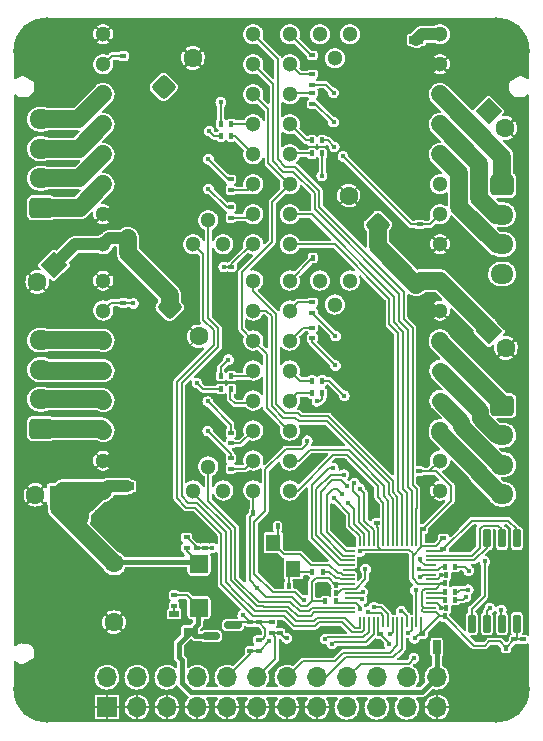
<source format=gbr>
G04 #@! TF.GenerationSoftware,KiCad,Pcbnew,(5.99.0-11678-ga208dac8d8)*
G04 #@! TF.CreationDate,2021-08-12T16:35:16+03:00*
G04 #@! TF.ProjectId,StepperDriverModuleCarrier,53746570-7065-4724-9472-697665724d6f,rev?*
G04 #@! TF.SameCoordinates,Original*
G04 #@! TF.FileFunction,Copper,L1,Top*
G04 #@! TF.FilePolarity,Positive*
%FSLAX46Y46*%
G04 Gerber Fmt 4.6, Leading zero omitted, Abs format (unit mm)*
G04 Created by KiCad (PCBNEW (5.99.0-11678-ga208dac8d8)) date 2021-08-12 16:35:16*
%MOMM*%
%LPD*%
G01*
G04 APERTURE LIST*
G04 Aperture macros list*
%AMRoundRect*
0 Rectangle with rounded corners*
0 $1 Rounding radius*
0 $2 $3 $4 $5 $6 $7 $8 $9 X,Y pos of 4 corners*
0 Add a 4 corners polygon primitive as box body*
4,1,4,$2,$3,$4,$5,$6,$7,$8,$9,$2,$3,0*
0 Add four circle primitives for the rounded corners*
1,1,$1+$1,$2,$3*
1,1,$1+$1,$4,$5*
1,1,$1+$1,$6,$7*
1,1,$1+$1,$8,$9*
0 Add four rect primitives between the rounded corners*
20,1,$1+$1,$2,$3,$4,$5,0*
20,1,$1+$1,$4,$5,$6,$7,0*
20,1,$1+$1,$6,$7,$8,$9,0*
20,1,$1+$1,$8,$9,$2,$3,0*%
%AMRotRect*
0 Rectangle, with rotation*
0 The origin of the aperture is its center*
0 $1 length*
0 $2 width*
0 $3 Rotation angle, in degrees counterclockwise*
0 Add horizontal line*
21,1,$1,$2,0,0,$3*%
G04 Aperture macros list end*
G04 #@! TA.AperFunction,SMDPad,CuDef*
%ADD10RoundRect,0.040000X-0.210000X0.160000X-0.210000X-0.160000X0.210000X-0.160000X0.210000X0.160000X0*%
G04 #@! TD*
G04 #@! TA.AperFunction,ComponentPad*
%ADD11RoundRect,0.250000X0.725000X-0.600000X0.725000X0.600000X-0.725000X0.600000X-0.725000X-0.600000X0*%
G04 #@! TD*
G04 #@! TA.AperFunction,ComponentPad*
%ADD12O,1.950000X1.700000*%
G04 #@! TD*
G04 #@! TA.AperFunction,SMDPad,CuDef*
%ADD13RoundRect,0.050000X-0.150000X-0.200000X0.150000X-0.200000X0.150000X0.200000X-0.150000X0.200000X0*%
G04 #@! TD*
G04 #@! TA.AperFunction,SMDPad,CuDef*
%ADD14RoundRect,0.050000X0.150000X0.200000X-0.150000X0.200000X-0.150000X-0.200000X0.150000X-0.200000X0*%
G04 #@! TD*
G04 #@! TA.AperFunction,SMDPad,CuDef*
%ADD15RoundRect,0.040000X-0.160000X-0.210000X0.160000X-0.210000X0.160000X0.210000X-0.160000X0.210000X0*%
G04 #@! TD*
G04 #@! TA.AperFunction,ComponentPad*
%ADD16C,1.300000*%
G04 #@! TD*
G04 #@! TA.AperFunction,SMDPad,CuDef*
%ADD17RoundRect,0.055000X-0.345000X0.220000X-0.345000X-0.220000X0.345000X-0.220000X0.345000X0.220000X0*%
G04 #@! TD*
G04 #@! TA.AperFunction,SMDPad,CuDef*
%ADD18RoundRect,0.065000X-0.260000X-0.535000X0.260000X-0.535000X0.260000X0.535000X-0.260000X0.535000X0*%
G04 #@! TD*
G04 #@! TA.AperFunction,SMDPad,CuDef*
%ADD19RoundRect,0.040000X0.210000X-0.160000X0.210000X0.160000X-0.210000X0.160000X-0.210000X-0.160000X0*%
G04 #@! TD*
G04 #@! TA.AperFunction,SMDPad,CuDef*
%ADD20RoundRect,0.065000X-0.535000X0.260000X-0.535000X-0.260000X0.535000X-0.260000X0.535000X0.260000X0*%
G04 #@! TD*
G04 #@! TA.AperFunction,ComponentPad*
%ADD21C,3.600000*%
G04 #@! TD*
G04 #@! TA.AperFunction,ConnectorPad*
%ADD22C,5.700000*%
G04 #@! TD*
G04 #@! TA.AperFunction,SMDPad,CuDef*
%ADD23RoundRect,0.050000X-0.200000X0.150000X-0.200000X-0.150000X0.200000X-0.150000X0.200000X0.150000X0*%
G04 #@! TD*
G04 #@! TA.AperFunction,SMDPad,CuDef*
%ADD24RoundRect,0.150000X0.587500X0.150000X-0.587500X0.150000X-0.587500X-0.150000X0.587500X-0.150000X0*%
G04 #@! TD*
G04 #@! TA.AperFunction,SMDPad,CuDef*
%ADD25RoundRect,0.040000X0.160000X0.210000X-0.160000X0.210000X-0.160000X-0.210000X0.160000X-0.210000X0*%
G04 #@! TD*
G04 #@! TA.AperFunction,SMDPad,CuDef*
%ADD26RoundRect,0.050000X-0.050000X0.387500X-0.050000X-0.387500X0.050000X-0.387500X0.050000X0.387500X0*%
G04 #@! TD*
G04 #@! TA.AperFunction,SMDPad,CuDef*
%ADD27RoundRect,0.050000X-0.387500X0.050000X-0.387500X-0.050000X0.387500X-0.050000X0.387500X0.050000X0*%
G04 #@! TD*
G04 #@! TA.AperFunction,SMDPad,CuDef*
%ADD28R,3.200000X3.200000*%
G04 #@! TD*
G04 #@! TA.AperFunction,SMDPad,CuDef*
%ADD29RoundRect,0.065000X0.535000X-0.260000X0.535000X0.260000X-0.535000X0.260000X-0.535000X-0.260000X0*%
G04 #@! TD*
G04 #@! TA.AperFunction,ComponentPad*
%ADD30R,1.600000X1.600000*%
G04 #@! TD*
G04 #@! TA.AperFunction,ComponentPad*
%ADD31C,1.600000*%
G04 #@! TD*
G04 #@! TA.AperFunction,ComponentPad*
%ADD32RotRect,1.600000X1.600000X315.000000*%
G04 #@! TD*
G04 #@! TA.AperFunction,ComponentPad*
%ADD33RoundRect,0.329600X-0.665246X0.000000X0.000000X-0.665246X0.665246X0.000000X0.000000X0.665246X0*%
G04 #@! TD*
G04 #@! TA.AperFunction,SMDPad,CuDef*
%ADD34RoundRect,0.050000X0.200000X-0.150000X0.200000X0.150000X-0.200000X0.150000X-0.200000X-0.150000X0*%
G04 #@! TD*
G04 #@! TA.AperFunction,ComponentPad*
%ADD35RotRect,1.600000X1.600000X225.000000*%
G04 #@! TD*
G04 #@! TA.AperFunction,SMDPad,CuDef*
%ADD36RoundRect,0.240000X-0.560000X0.560000X-0.560000X-0.560000X0.560000X-0.560000X0.560000X0.560000X0*%
G04 #@! TD*
G04 #@! TA.AperFunction,SMDPad,CuDef*
%ADD37R,1.200000X1.400000*%
G04 #@! TD*
G04 #@! TA.AperFunction,ComponentPad*
%ADD38RoundRect,0.329600X0.665246X0.000000X0.000000X0.665246X-0.665246X0.000000X0.000000X-0.665246X0*%
G04 #@! TD*
G04 #@! TA.AperFunction,ComponentPad*
%ADD39RoundRect,0.250000X-0.725000X0.600000X-0.725000X-0.600000X0.725000X-0.600000X0.725000X0.600000X0*%
G04 #@! TD*
G04 #@! TA.AperFunction,SMDPad,CuDef*
%ADD40RoundRect,0.150000X-0.150000X0.650000X-0.150000X-0.650000X0.150000X-0.650000X0.150000X0.650000X0*%
G04 #@! TD*
G04 #@! TA.AperFunction,ComponentPad*
%ADD41R,1.700000X1.700000*%
G04 #@! TD*
G04 #@! TA.AperFunction,ComponentPad*
%ADD42O,1.700000X1.700000*%
G04 #@! TD*
G04 #@! TA.AperFunction,ComponentPad*
%ADD43RoundRect,0.329600X0.000000X-0.665246X0.665246X0.000000X0.000000X0.665246X-0.665246X0.000000X0*%
G04 #@! TD*
G04 #@! TA.AperFunction,ViaPad*
%ADD44C,0.450000*%
G04 #@! TD*
G04 #@! TA.AperFunction,Conductor*
%ADD45C,0.200000*%
G04 #@! TD*
G04 #@! TA.AperFunction,Conductor*
%ADD46C,1.000000*%
G04 #@! TD*
G04 #@! TA.AperFunction,Conductor*
%ADD47C,1.500000*%
G04 #@! TD*
G04 #@! TA.AperFunction,Conductor*
%ADD48C,0.440000*%
G04 #@! TD*
G04 #@! TA.AperFunction,Conductor*
%ADD49C,1.400000*%
G04 #@! TD*
G04 APERTURE END LIST*
D10*
G04 #@! TO.P,R23,1*
G04 #@! TO.N,+5V*
X113750000Y-99050000D03*
G04 #@! TO.P,R23,2*
G04 #@! TO.N,Net-(D2-PadA)*
X113750000Y-99950000D03*
G04 #@! TD*
G04 #@! TO.P,R15,1*
G04 #@! TO.N,Net-(JP6-Pad2)*
X118550000Y-87450000D03*
G04 #@! TO.P,R15,2*
G04 #@! TO.N,Net-(A3-Pad2)*
X118550000Y-88350000D03*
G04 #@! TD*
D11*
G04 #@! TO.P,M3,1,A1*
G04 #@! TO.N,Net-(A3-Pad14)*
X102475000Y-84950000D03*
D12*
G04 #@! TO.P,M3,2,A2*
G04 #@! TO.N,Net-(A3-Pad13)*
X102475000Y-82450000D03*
G04 #@! TO.P,M3,3,B2*
G04 #@! TO.N,Net-(A3-Pad12)*
X102475000Y-79950000D03*
G04 #@! TO.P,M3,4,B1*
G04 #@! TO.N,Net-(A3-Pad11)*
X102475000Y-77450000D03*
G04 #@! TD*
D13*
G04 #@! TO.P,C2,1*
G04 #@! TO.N,Net-(C2-Pad1)*
X122500000Y-93200000D03*
G04 #@! TO.P,C2,2*
G04 #@! TO.N,GND*
X123400000Y-93200000D03*
G04 #@! TD*
D14*
G04 #@! TO.P,C34,1*
G04 #@! TO.N,+3V3*
X127450000Y-98150000D03*
G04 #@! TO.P,C34,2*
G04 #@! TO.N,GND*
X126550000Y-98150000D03*
G04 #@! TD*
D10*
G04 #@! TO.P,R11,1*
G04 #@! TO.N,Net-(JP2-Pad2)*
X118550000Y-66200000D03*
G04 #@! TO.P,R11,2*
G04 #@! TO.N,Net-(A1-Pad2)*
X118550000Y-67100000D03*
G04 #@! TD*
D15*
G04 #@! TO.P,R21,1*
G04 #@! TO.N,Net-(R21-Pad1)*
X117700000Y-80500000D03*
G04 #@! TO.P,R21,2*
G04 #@! TO.N,Net-(A3-Pad5)*
X118600000Y-80500000D03*
G04 #@! TD*
D14*
G04 #@! TO.P,C31,1*
G04 #@! TO.N,+3V3*
X120450000Y-92100000D03*
G04 #@! TO.P,C31,2*
G04 #@! TO.N,GND*
X119550000Y-92100000D03*
G04 #@! TD*
D16*
G04 #@! TO.P,A2,1,EN*
G04 #@! TO.N,+3V3*
X123550000Y-51560000D03*
G04 #@! TO.P,A2,2,MS1*
G04 #@! TO.N,Net-(R13-Pad2)*
X123550000Y-54100000D03*
G04 #@! TO.P,A2,3,MS2*
G04 #@! TO.N,Net-(R14-Pad2)*
X123550000Y-56640000D03*
G04 #@! TO.P,A2,4,PDN/UART*
G04 #@! TO.N,Net-(A2-Pad4)*
X123550000Y-59180000D03*
G04 #@! TO.P,A2,5,UART*
G04 #@! TO.N,Net-(A2-Pad5)*
X123550000Y-61720000D03*
G04 #@! TO.P,A2,6,CLK*
G04 #@! TO.N,DRV_CLK*
X123550000Y-64260000D03*
G04 #@! TO.P,A2,7,STEP*
G04 #@! TO.N,STEP2*
X123550000Y-66800000D03*
G04 #@! TO.P,A2,8,DIR*
G04 #@! TO.N,DIR2*
X123550000Y-69340000D03*
G04 #@! TO.P,A2,9,GND*
G04 #@! TO.N,GND*
X136250000Y-69340000D03*
G04 #@! TO.P,A2,10,VIO*
G04 #@! TO.N,+3V3*
X136250000Y-66800000D03*
G04 #@! TO.P,A2,11,OB2*
G04 #@! TO.N,Net-(A2-Pad11)*
X136250000Y-64260000D03*
G04 #@! TO.P,A2,12,OB1*
G04 #@! TO.N,Net-(A2-Pad12)*
X136250000Y-61720000D03*
G04 #@! TO.P,A2,13,OA1*
G04 #@! TO.N,Net-(A2-Pad13)*
X136250000Y-59180000D03*
G04 #@! TO.P,A2,14,OA2*
G04 #@! TO.N,Net-(A2-Pad14)*
X136250000Y-56640000D03*
G04 #@! TO.P,A2,15,GND*
G04 #@! TO.N,GND*
X136250000Y-54100000D03*
G04 #@! TO.P,A2,16,VM*
G04 #@! TO.N,VM*
X136250000Y-51560000D03*
G04 #@! TO.P,A2,17,DIAG*
G04 #@! TO.N,DIAG2*
X128630000Y-51560000D03*
G04 #@! TO.P,A2,18,VREF*
G04 #@! TO.N,unconnected-(A2-Pad18)*
X126090000Y-51560000D03*
G04 #@! TO.P,A2,19,INDEX*
G04 #@! TO.N,INDEX2*
X127360000Y-53592000D03*
G04 #@! TD*
D17*
G04 #@! TO.P,D2,A,2*
G04 #@! TO.N,Net-(D2-PadA)*
X113750000Y-100625000D03*
G04 #@! TO.P,D2,K,1*
G04 #@! TO.N,GND*
X113750000Y-101975000D03*
G04 #@! TD*
D18*
G04 #@! TO.P,C3,1*
G04 #@! TO.N,VM*
X105775000Y-92450000D03*
G04 #@! TO.P,C3,2*
G04 #@! TO.N,GND*
X107425000Y-92450000D03*
G04 #@! TD*
D19*
G04 #@! TO.P,R6,1*
G04 #@! TO.N,MEAS_VM*
X115650000Y-95050000D03*
G04 #@! TO.P,R6,2*
G04 #@! TO.N,GND*
X115650000Y-94150000D03*
G04 #@! TD*
D20*
G04 #@! TO.P,C10,1*
G04 #@! TO.N,VM*
X134250000Y-52025000D03*
G04 #@! TO.P,C10,2*
G04 #@! TO.N,GND*
X134250000Y-53675000D03*
G04 #@! TD*
D13*
G04 #@! TO.P,C40,1*
G04 #@! TO.N,+3V3*
X136650000Y-100850000D03*
G04 #@! TO.P,C40,2*
G04 #@! TO.N,GND*
X137550000Y-100850000D03*
G04 #@! TD*
D21*
G04 #@! TO.P,H4,1*
G04 #@! TO.N,GND*
X103000000Y-53000000D03*
D22*
X103000000Y-53000000D03*
G04 #@! TD*
D23*
G04 #@! TO.P,C18,1*
G04 #@! TO.N,+3V3*
X134500000Y-88550000D03*
G04 #@! TO.P,C18,2*
G04 #@! TO.N,GND*
X134500000Y-89450000D03*
G04 #@! TD*
D19*
G04 #@! TO.P,R18,1*
G04 #@! TO.N,Net-(JP9-Pad2)*
X125450000Y-77300000D03*
G04 #@! TO.P,R18,2*
G04 #@! TO.N,Net-(A4-Pad3)*
X125450000Y-76400000D03*
G04 #@! TD*
D24*
G04 #@! TO.P,U3,1,GND*
G04 #@! TO.N,GND*
X118737500Y-103450000D03*
G04 #@! TO.P,U3,2,VO*
G04 #@! TO.N,+3V3*
X118737500Y-101550000D03*
G04 #@! TO.P,U3,3,VI*
G04 #@! TO.N,+5V*
X116862500Y-102500000D03*
G04 #@! TD*
D11*
G04 #@! TO.P,M1,1,A1*
G04 #@! TO.N,Net-(A1-Pad14)*
X102475000Y-66250000D03*
D12*
G04 #@! TO.P,M1,2,A2*
G04 #@! TO.N,Net-(A1-Pad13)*
X102475000Y-63750000D03*
G04 #@! TO.P,M1,3,B2*
G04 #@! TO.N,Net-(A1-Pad12)*
X102475000Y-61250000D03*
G04 #@! TO.P,M1,4,B1*
G04 #@! TO.N,Net-(A1-Pad11)*
X102475000Y-58750000D03*
G04 #@! TD*
D23*
G04 #@! TO.P,C33,1*
G04 #@! TO.N,+3V3*
X131200000Y-102350000D03*
G04 #@! TO.P,C33,2*
G04 #@! TO.N,GND*
X131200000Y-103250000D03*
G04 #@! TD*
D10*
G04 #@! TO.P,R7,1*
G04 #@! TO.N,+3V3*
X120900000Y-102850000D03*
G04 #@! TO.P,R7,2*
G04 #@! TO.N,MEAS_TEMP1*
X120900000Y-103750000D03*
G04 #@! TD*
D13*
G04 #@! TO.P,C9,1*
G04 #@! TO.N,+1V1*
X136800000Y-97350000D03*
G04 #@! TO.P,C9,2*
G04 #@! TO.N,GND*
X137700000Y-97350000D03*
G04 #@! TD*
D25*
G04 #@! TO.P,R8,1*
G04 #@! TO.N,~USB_BOOT*
X137550000Y-96650000D03*
G04 #@! TO.P,R8,2*
G04 #@! TO.N,Net-(R8-Pad2)*
X136650000Y-96650000D03*
G04 #@! TD*
D26*
G04 #@! TO.P,U1,1,IOVDD*
G04 #@! TO.N,+3V3*
X134650000Y-94462500D03*
G04 #@! TO.P,U1,2,GPIO0*
G04 #@! TO.N,DIR1*
X134250000Y-94462500D03*
G04 #@! TO.P,U1,3,GPIO1*
G04 #@! TO.N,STEP1*
X133850000Y-94462500D03*
G04 #@! TO.P,U1,4,GPIO2*
G04 #@! TO.N,STEP2*
X133450000Y-94462500D03*
G04 #@! TO.P,U1,5,GPIO3*
G04 #@! TO.N,DIR2*
X133050000Y-94462500D03*
G04 #@! TO.P,U1,6,GPIO4*
G04 #@! TO.N,DIR3*
X132650000Y-94462500D03*
G04 #@! TO.P,U1,7,GPIO5*
G04 #@! TO.N,STEP3*
X132250000Y-94462500D03*
G04 #@! TO.P,U1,8,GPIO6*
G04 #@! TO.N,STEP4*
X131850000Y-94462500D03*
G04 #@! TO.P,U1,9,GPIO7*
G04 #@! TO.N,DIR4*
X131450000Y-94462500D03*
G04 #@! TO.P,U1,10,IOVDD*
G04 #@! TO.N,+3V3*
X131050000Y-94462500D03*
G04 #@! TO.P,U1,11,GPIO8*
G04 #@! TO.N,SER2*
X130650000Y-94462500D03*
G04 #@! TO.P,U1,12,GPIO9*
G04 #@! TO.N,SER1*
X130250000Y-94462500D03*
G04 #@! TO.P,U1,13,GPIO10*
G04 #@! TO.N,SER3*
X129850000Y-94462500D03*
G04 #@! TO.P,U1,14,GPIO11*
G04 #@! TO.N,SER4*
X129450000Y-94462500D03*
D27*
G04 #@! TO.P,U1,15,GPIO12*
G04 #@! TO.N,DIAG2*
X128612500Y-95300000D03*
G04 #@! TO.P,U1,16,GPIO13*
G04 #@! TO.N,INDEX2*
X128612500Y-95700000D03*
G04 #@! TO.P,U1,17,GPIO14*
G04 #@! TO.N,DIAG4*
X128612500Y-96100000D03*
G04 #@! TO.P,U1,18,GPIO15*
G04 #@! TO.N,INDEX4*
X128612500Y-96500000D03*
G04 #@! TO.P,U1,19,TESTEN*
G04 #@! TO.N,GND*
X128612500Y-96900000D03*
G04 #@! TO.P,U1,20,XIN*
G04 #@! TO.N,Net-(C2-Pad1)*
X128612500Y-97300000D03*
G04 #@! TO.P,U1,21,XOUT*
G04 #@! TO.N,Net-(R4-Pad1)*
X128612500Y-97700000D03*
G04 #@! TO.P,U1,22,IOVDD*
G04 #@! TO.N,+3V3*
X128612500Y-98100000D03*
G04 #@! TO.P,U1,23,DVDD*
G04 #@! TO.N,+1V1*
X128612500Y-98500000D03*
G04 #@! TO.P,U1,24,SWDCLK*
G04 #@! TO.N,SWDCLK*
X128612500Y-98900000D03*
G04 #@! TO.P,U1,25,SWDIO*
G04 #@! TO.N,SWDIO*
X128612500Y-99300000D03*
G04 #@! TO.P,U1,26,RUN*
G04 #@! TO.N,RESET*
X128612500Y-99700000D03*
G04 #@! TO.P,U1,27,GPIO16*
G04 #@! TO.N,INDEX3*
X128612500Y-100100000D03*
G04 #@! TO.P,U1,28,GPIO17*
G04 #@! TO.N,DIAG3*
X128612500Y-100500000D03*
D26*
G04 #@! TO.P,U1,29,GPIO18*
G04 #@! TO.N,INDEX1*
X129450000Y-101337500D03*
G04 #@! TO.P,U1,30,GPIO19*
G04 #@! TO.N,DIAG1*
X129850000Y-101337500D03*
G04 #@! TO.P,U1,31,GPIO20*
G04 #@! TO.N,ESTOP1*
X130250000Y-101337500D03*
G04 #@! TO.P,U1,32,GPIO21*
G04 #@! TO.N,ESTOP2*
X130650000Y-101337500D03*
G04 #@! TO.P,U1,33,IOVDD*
G04 #@! TO.N,+3V3*
X131050000Y-101337500D03*
G04 #@! TO.P,U1,34,GPIO22*
G04 #@! TO.N,ESTOP3*
X131450000Y-101337500D03*
G04 #@! TO.P,U1,35,GPIO23*
G04 #@! TO.N,ESTOP4*
X131850000Y-101337500D03*
G04 #@! TO.P,U1,36,GPIO24*
G04 #@! TO.N,/stepper_clk*
X132250000Y-101337500D03*
G04 #@! TO.P,U1,37,GPIO25*
G04 #@! TO.N,HEAT1*
X132650000Y-101337500D03*
G04 #@! TO.P,U1,38,GPIO26/ADC0*
G04 #@! TO.N,HEAT2*
X133050000Y-101337500D03*
G04 #@! TO.P,U1,39,GPIO27/ADC1*
G04 #@! TO.N,MEAS_TEMP1*
X133450000Y-101337500D03*
G04 #@! TO.P,U1,40,GPIO28/ADC2*
G04 #@! TO.N,MEAS_TEMP2*
X133850000Y-101337500D03*
G04 #@! TO.P,U1,41,GPIO29/ADC3*
G04 #@! TO.N,MEAS_VM*
X134250000Y-101337500D03*
G04 #@! TO.P,U1,42,IOVDD*
G04 #@! TO.N,+3V3*
X134650000Y-101337500D03*
D27*
G04 #@! TO.P,U1,43,ADC_AVDD*
X135487500Y-100500000D03*
G04 #@! TO.P,U1,44,VREG_VIN*
X135487500Y-100100000D03*
G04 #@! TO.P,U1,45,VREG_VOUT*
G04 #@! TO.N,+1V1*
X135487500Y-99700000D03*
G04 #@! TO.P,U1,46,USB_DM*
G04 #@! TO.N,Net-(R2-Pad1)*
X135487500Y-99300000D03*
G04 #@! TO.P,U1,47,USB_DP*
G04 #@! TO.N,Net-(R3-Pad1)*
X135487500Y-98900000D03*
G04 #@! TO.P,U1,48,USB_VDD*
G04 #@! TO.N,+3V3*
X135487500Y-98500000D03*
G04 #@! TO.P,U1,49,IOVDD*
X135487500Y-98100000D03*
G04 #@! TO.P,U1,50,DVDD*
G04 #@! TO.N,+1V1*
X135487500Y-97700000D03*
G04 #@! TO.P,U1,51,QSPI_SD3*
G04 #@! TO.N,Net-(U1-Pad51)*
X135487500Y-97300000D03*
G04 #@! TO.P,U1,52,QSPI_SCLK*
G04 #@! TO.N,Net-(R8-Pad2)*
X135487500Y-96900000D03*
G04 #@! TO.P,U1,53,QSPI_SD0*
G04 #@! TO.N,Net-(U1-Pad53)*
X135487500Y-96500000D03*
G04 #@! TO.P,U1,54,QSPI_SD2*
G04 #@! TO.N,Net-(U1-Pad54)*
X135487500Y-96100000D03*
G04 #@! TO.P,U1,55,QSPI_SD1*
G04 #@! TO.N,Net-(U1-Pad55)*
X135487500Y-95700000D03*
G04 #@! TO.P,U1,56,QSPI_SS_N*
G04 #@! TO.N,Net-(R9-Pad1)*
X135487500Y-95300000D03*
D28*
G04 #@! TO.P,U1,57,GND*
G04 #@! TO.N,GND*
X132050000Y-97900000D03*
G04 #@! TD*
D23*
G04 #@! TO.P,C14,1*
G04 #@! TO.N,+3V3*
X134550000Y-67650000D03*
G04 #@! TO.P,C14,2*
G04 #@! TO.N,GND*
X134550000Y-68550000D03*
G04 #@! TD*
D14*
G04 #@! TO.P,C22,1*
G04 #@! TO.N,+3V3*
X141850000Y-103500000D03*
G04 #@! TO.P,C22,2*
G04 #@! TO.N,GND*
X140950000Y-103500000D03*
G04 #@! TD*
D15*
G04 #@! TO.P,R2,1*
G04 #@! TO.N,Net-(R2-Pad1)*
X136650000Y-99450000D03*
G04 #@! TO.P,R2,2*
G04 #@! TO.N,USB-*
X137550000Y-99450000D03*
G04 #@! TD*
D23*
G04 #@! TO.P,C23,1*
G04 #@! TO.N,+3V3*
X143250000Y-102800000D03*
G04 #@! TO.P,C23,2*
G04 #@! TO.N,GND*
X143250000Y-103700000D03*
G04 #@! TD*
D29*
G04 #@! TO.P,C11,1*
G04 #@! TO.N,VM*
X109750000Y-89825000D03*
G04 #@! TO.P,C11,2*
G04 #@! TO.N,GND*
X109750000Y-88175000D03*
G04 #@! TD*
D20*
G04 #@! TO.P,C12,1*
G04 #@! TO.N,VM*
X134250000Y-72775000D03*
G04 #@! TO.P,C12,2*
G04 #@! TO.N,GND*
X134250000Y-74425000D03*
G04 #@! TD*
D30*
G04 #@! TO.P,C15,1,+*
G04 #@! TO.N,VM*
X104000000Y-90550000D03*
D31*
G04 #@! TO.P,C15,2,-*
G04 #@! TO.N,GND*
X102000000Y-90550000D03*
G04 #@! TD*
D15*
G04 #@! TO.P,R19,1*
G04 #@! TO.N,Net-(R19-Pad1)*
X117700000Y-59150000D03*
G04 #@! TO.P,R19,2*
G04 #@! TO.N,Net-(A1-Pad5)*
X118600000Y-59150000D03*
G04 #@! TD*
D10*
G04 #@! TO.P,R16,1*
G04 #@! TO.N,Net-(JP7-Pad2)*
X118550000Y-85300000D03*
G04 #@! TO.P,R16,2*
G04 #@! TO.N,Net-(A3-Pad3)*
X118550000Y-86200000D03*
G04 #@! TD*
D19*
G04 #@! TO.P,R17,1*
G04 #@! TO.N,Net-(JP8-Pad2)*
X125450000Y-75150000D03*
G04 #@! TO.P,R17,2*
G04 #@! TO.N,Net-(A4-Pad2)*
X125450000Y-74250000D03*
G04 #@! TD*
D31*
G04 #@! TO.P,J2,1,Pin_1*
G04 #@! TO.N,VM*
X108650000Y-96350000D03*
G04 #@! TO.P,J2,2,Pin_2*
G04 #@! TO.N,GND*
X108650000Y-101350000D03*
G04 #@! TD*
D25*
G04 #@! TO.P,R20,1*
G04 #@! TO.N,Net-(JP11-Pad3)*
X126300000Y-61650000D03*
G04 #@! TO.P,R20,2*
G04 #@! TO.N,Net-(A2-Pad5)*
X125400000Y-61650000D03*
G04 #@! TD*
D32*
G04 #@! TO.P,C13,1,+*
G04 #@! TO.N,VM*
X140374634Y-58074634D03*
D31*
G04 #@! TO.P,C13,2,-*
G04 #@! TO.N,GND*
X141788848Y-59488848D03*
G04 #@! TD*
D19*
G04 #@! TO.P,R5,1*
G04 #@! TO.N,VM*
X114800000Y-95050000D03*
G04 #@! TO.P,R5,2*
G04 #@! TO.N,MEAS_VM*
X114800000Y-94150000D03*
G04 #@! TD*
D25*
G04 #@! TO.P,R1,1*
G04 #@! TO.N,RESET*
X127450000Y-99550000D03*
G04 #@! TO.P,R1,2*
G04 #@! TO.N,+3V3*
X126550000Y-99550000D03*
G04 #@! TD*
D33*
G04 #@! TO.P,C41,1,+*
G04 #@! TO.N,VM*
X113362563Y-74662563D03*
D31*
G04 #@! TO.P,C41,2,-*
G04 #@! TO.N,GND*
X115837437Y-77137437D03*
G04 #@! TD*
D29*
G04 #@! TO.P,C6,1*
G04 #@! TO.N,VM*
X109850000Y-68825000D03*
G04 #@! TO.P,C6,2*
G04 #@! TO.N,GND*
X109850000Y-67175000D03*
G04 #@! TD*
D34*
G04 #@! TO.P,C8,1*
G04 #@! TO.N,+3V3*
X109450000Y-53400000D03*
G04 #@! TO.P,C8,2*
G04 #@! TO.N,GND*
X109450000Y-52500000D03*
G04 #@! TD*
D15*
G04 #@! TO.P,R24,1*
G04 #@! TO.N,Net-(R24-Pad1)*
X117700000Y-60200000D03*
G04 #@! TO.P,R24,2*
G04 #@! TO.N,Net-(A1-Pad4)*
X118600000Y-60200000D03*
G04 #@! TD*
D23*
G04 #@! TO.P,C29,1*
G04 #@! TO.N,+3V3*
X120200000Y-101350000D03*
G04 #@! TO.P,C29,2*
G04 #@! TO.N,GND*
X120200000Y-102250000D03*
G04 #@! TD*
D16*
G04 #@! TO.P,A3,1,EN*
G04 #@! TO.N,+3V3*
X120450000Y-90190000D03*
G04 #@! TO.P,A3,2,MS1*
G04 #@! TO.N,Net-(A3-Pad2)*
X120450000Y-87650000D03*
G04 #@! TO.P,A3,3,MS2*
G04 #@! TO.N,Net-(A3-Pad3)*
X120450000Y-85110000D03*
G04 #@! TO.P,A3,4,PDN/UART*
G04 #@! TO.N,Net-(A3-Pad4)*
X120450000Y-82570000D03*
G04 #@! TO.P,A3,5,UART*
G04 #@! TO.N,Net-(A3-Pad5)*
X120450000Y-80030000D03*
G04 #@! TO.P,A3,6,CLK*
G04 #@! TO.N,DRV_CLK*
X120450000Y-77490000D03*
G04 #@! TO.P,A3,7,STEP*
G04 #@! TO.N,STEP3*
X120450000Y-74950000D03*
G04 #@! TO.P,A3,8,DIR*
G04 #@! TO.N,DIR3*
X120450000Y-72410000D03*
G04 #@! TO.P,A3,9,GND*
G04 #@! TO.N,GND*
X107750000Y-72410000D03*
G04 #@! TO.P,A3,10,VIO*
G04 #@! TO.N,+3V3*
X107750000Y-74950000D03*
G04 #@! TO.P,A3,11,OB2*
G04 #@! TO.N,Net-(A3-Pad11)*
X107750000Y-77490000D03*
G04 #@! TO.P,A3,12,OB1*
G04 #@! TO.N,Net-(A3-Pad12)*
X107750000Y-80030000D03*
G04 #@! TO.P,A3,13,OA1*
G04 #@! TO.N,Net-(A3-Pad13)*
X107750000Y-82570000D03*
G04 #@! TO.P,A3,14,OA2*
G04 #@! TO.N,Net-(A3-Pad14)*
X107750000Y-85110000D03*
G04 #@! TO.P,A3,15,GND*
G04 #@! TO.N,GND*
X107750000Y-87650000D03*
G04 #@! TO.P,A3,16,VM*
G04 #@! TO.N,VM*
X107750000Y-90190000D03*
G04 #@! TO.P,A3,17,DIAG*
G04 #@! TO.N,DIAG3*
X115370000Y-90190000D03*
G04 #@! TO.P,A3,18,VREF*
G04 #@! TO.N,unconnected-(A3-Pad18)*
X117910000Y-90190000D03*
G04 #@! TO.P,A3,19,INDEX*
G04 #@! TO.N,INDEX3*
X116640000Y-88158000D03*
G04 #@! TD*
D25*
G04 #@! TO.P,R4,1*
G04 #@! TO.N,Net-(R4-Pad1)*
X126350000Y-97050000D03*
G04 #@! TO.P,R4,2*
G04 #@! TO.N,Net-(C5-Pad1)*
X125450000Y-97050000D03*
G04 #@! TD*
D23*
G04 #@! TO.P,C20,1*
G04 #@! TO.N,+3V3*
X118600000Y-71250000D03*
G04 #@! TO.P,C20,2*
G04 #@! TO.N,GND*
X118600000Y-72150000D03*
G04 #@! TD*
G04 #@! TO.P,C27,1*
G04 #@! TO.N,GND*
X122700000Y-101350000D03*
G04 #@! TO.P,C27,2*
G04 #@! TO.N,MEAS_TEMP2*
X122700000Y-102250000D03*
G04 #@! TD*
D20*
G04 #@! TO.P,C28,1*
G04 #@! TO.N,+5V*
X115150000Y-102125000D03*
G04 #@! TO.P,C28,2*
G04 #@! TO.N,GND*
X115150000Y-103775000D03*
G04 #@! TD*
D23*
G04 #@! TO.P,C21,1*
G04 #@! TO.N,+3V3*
X125450000Y-53350000D03*
G04 #@! TO.P,C21,2*
G04 #@! TO.N,GND*
X125450000Y-54250000D03*
G04 #@! TD*
D15*
G04 #@! TO.P,R3,1*
G04 #@! TO.N,Net-(R3-Pad1)*
X136650000Y-98750000D03*
G04 #@! TO.P,R3,2*
G04 #@! TO.N,USB+*
X137550000Y-98750000D03*
G04 #@! TD*
D19*
G04 #@! TO.P,R9,1*
G04 #@! TO.N,Net-(R9-Pad1)*
X136550000Y-95150000D03*
G04 #@! TO.P,R9,2*
G04 #@! TO.N,+3V3*
X136550000Y-94250000D03*
G04 #@! TD*
D35*
G04 #@! TO.P,C7,1,+*
G04 #@! TO.N,VM*
X103572366Y-71120634D03*
D31*
G04 #@! TO.P,C7,2,-*
G04 #@! TO.N,GND*
X102158152Y-72534848D03*
G04 #@! TD*
D16*
G04 #@! TO.P,A1,1,EN*
G04 #@! TO.N,+3V3*
X120450000Y-69340000D03*
G04 #@! TO.P,A1,2,MS1*
G04 #@! TO.N,Net-(A1-Pad2)*
X120450000Y-66800000D03*
G04 #@! TO.P,A1,3,MS2*
G04 #@! TO.N,Net-(A1-Pad3)*
X120450000Y-64260000D03*
G04 #@! TO.P,A1,4,PDN/UART*
G04 #@! TO.N,Net-(A1-Pad4)*
X120450000Y-61720000D03*
G04 #@! TO.P,A1,5,UART*
G04 #@! TO.N,Net-(A1-Pad5)*
X120450000Y-59180000D03*
G04 #@! TO.P,A1,6,CLK*
G04 #@! TO.N,DRV_CLK*
X120450000Y-56640000D03*
G04 #@! TO.P,A1,7,STEP*
G04 #@! TO.N,STEP1*
X120450000Y-54100000D03*
G04 #@! TO.P,A1,8,DIR*
G04 #@! TO.N,DIR1*
X120450000Y-51560000D03*
G04 #@! TO.P,A1,9,GND*
G04 #@! TO.N,GND*
X107750000Y-51560000D03*
G04 #@! TO.P,A1,10,VIO*
G04 #@! TO.N,+3V3*
X107750000Y-54100000D03*
G04 #@! TO.P,A1,11,OB2*
G04 #@! TO.N,Net-(A1-Pad11)*
X107750000Y-56640000D03*
G04 #@! TO.P,A1,12,OB1*
G04 #@! TO.N,Net-(A1-Pad12)*
X107750000Y-59180000D03*
G04 #@! TO.P,A1,13,OA1*
G04 #@! TO.N,Net-(A1-Pad13)*
X107750000Y-61720000D03*
G04 #@! TO.P,A1,14,OA2*
G04 #@! TO.N,Net-(A1-Pad14)*
X107750000Y-64260000D03*
G04 #@! TO.P,A1,15,GND*
G04 #@! TO.N,GND*
X107750000Y-66800000D03*
G04 #@! TO.P,A1,16,VM*
G04 #@! TO.N,VM*
X107750000Y-69340000D03*
G04 #@! TO.P,A1,17,DIAG*
G04 #@! TO.N,DIAG1*
X115370000Y-69340000D03*
G04 #@! TO.P,A1,18,VREF*
G04 #@! TO.N,unconnected-(A1-Pad18)*
X117910000Y-69340000D03*
G04 #@! TO.P,A1,19,INDEX*
G04 #@! TO.N,INDEX1*
X116640000Y-67308000D03*
G04 #@! TD*
D13*
G04 #@! TO.P,C38,1*
G04 #@! TO.N,+3V3*
X136650000Y-98050000D03*
G04 #@! TO.P,C38,2*
G04 #@! TO.N,GND*
X137550000Y-98050000D03*
G04 #@! TD*
D21*
G04 #@! TO.P,H2,1*
G04 #@! TO.N,GND*
X141000000Y-107000000D03*
D22*
X141000000Y-107000000D03*
G04 #@! TD*
D10*
G04 #@! TO.P,R10,1*
G04 #@! TO.N,+3V3*
X122000000Y-101350000D03*
G04 #@! TO.P,R10,2*
G04 #@! TO.N,MEAS_TEMP2*
X122000000Y-102250000D03*
G04 #@! TD*
D36*
G04 #@! TO.P,D1,A,2*
G04 #@! TO.N,+5V*
X115850000Y-100100000D03*
G04 #@! TO.P,D1,K,1*
G04 #@! TO.N,VM*
X115850000Y-96400000D03*
G04 #@! TD*
D34*
G04 #@! TO.P,C35,1*
G04 #@! TO.N,+3V3*
X130900000Y-92950000D03*
G04 #@! TO.P,C35,2*
G04 #@! TO.N,GND*
X130900000Y-92050000D03*
G04 #@! TD*
D22*
G04 #@! TO.P,H3,1*
G04 #@! TO.N,GND*
X141000000Y-53000000D03*
D21*
X141000000Y-53000000D03*
G04 #@! TD*
D34*
G04 #@! TO.P,C25,1*
G04 #@! TO.N,MEAS_VM*
X116350000Y-95050000D03*
G04 #@! TO.P,C25,2*
G04 #@! TO.N,GND*
X116350000Y-94150000D03*
G04 #@! TD*
D14*
G04 #@! TO.P,C5,1*
G04 #@! TO.N,Net-(C5-Pad1)*
X123450000Y-98250000D03*
G04 #@! TO.P,C5,2*
G04 #@! TO.N,GND*
X122550000Y-98250000D03*
G04 #@! TD*
D13*
G04 #@! TO.P,C37,1*
G04 #@! TO.N,+3V3*
X125500000Y-70500000D03*
G04 #@! TO.P,C37,2*
G04 #@! TO.N,GND*
X126400000Y-70500000D03*
G04 #@! TD*
D23*
G04 #@! TO.P,C26,1*
G04 #@! TO.N,GND*
X120200000Y-102850000D03*
G04 #@! TO.P,C26,2*
G04 #@! TO.N,MEAS_TEMP1*
X120200000Y-103750000D03*
G04 #@! TD*
D25*
G04 #@! TO.P,R27,1*
G04 #@! TO.N,Net-(R27-Pad1)*
X126300000Y-80900000D03*
G04 #@! TO.P,R27,2*
G04 #@! TO.N,Net-(A4-Pad4)*
X125400000Y-80900000D03*
G04 #@! TD*
D15*
G04 #@! TO.P,R26,1*
G04 #@! TO.N,Net-(R26-Pad1)*
X117700000Y-81600000D03*
G04 #@! TO.P,R26,2*
G04 #@! TO.N,Net-(A3-Pad4)*
X118600000Y-81600000D03*
G04 #@! TD*
D19*
G04 #@! TO.P,R14,1*
G04 #@! TO.N,Net-(JP5-Pad2)*
X125450000Y-57450000D03*
G04 #@! TO.P,R14,2*
G04 #@! TO.N,Net-(R14-Pad2)*
X125450000Y-56550000D03*
G04 #@! TD*
D16*
G04 #@! TO.P,A4,1,EN*
G04 #@! TO.N,+3V3*
X123550000Y-72410000D03*
G04 #@! TO.P,A4,2,MS1*
G04 #@! TO.N,Net-(A4-Pad2)*
X123550000Y-74950000D03*
G04 #@! TO.P,A4,3,MS2*
G04 #@! TO.N,Net-(A4-Pad3)*
X123550000Y-77490000D03*
G04 #@! TO.P,A4,4,PDN/UART*
G04 #@! TO.N,Net-(A4-Pad4)*
X123550000Y-80030000D03*
G04 #@! TO.P,A4,5,UART*
G04 #@! TO.N,Net-(A4-Pad5)*
X123550000Y-82570000D03*
G04 #@! TO.P,A4,6,CLK*
G04 #@! TO.N,DRV_CLK*
X123550000Y-85110000D03*
G04 #@! TO.P,A4,7,STEP*
G04 #@! TO.N,STEP4*
X123550000Y-87650000D03*
G04 #@! TO.P,A4,8,DIR*
G04 #@! TO.N,DIR4*
X123550000Y-90190000D03*
G04 #@! TO.P,A4,9,GND*
G04 #@! TO.N,GND*
X136250000Y-90190000D03*
G04 #@! TO.P,A4,10,VIO*
G04 #@! TO.N,+3V3*
X136250000Y-87650000D03*
G04 #@! TO.P,A4,11,OB2*
G04 #@! TO.N,Net-(A4-Pad11)*
X136250000Y-85110000D03*
G04 #@! TO.P,A4,12,OB1*
G04 #@! TO.N,Net-(A4-Pad12)*
X136250000Y-82570000D03*
G04 #@! TO.P,A4,13,OA1*
G04 #@! TO.N,Net-(A4-Pad13)*
X136250000Y-80030000D03*
G04 #@! TO.P,A4,14,OA2*
G04 #@! TO.N,Net-(A4-Pad14)*
X136250000Y-77490000D03*
G04 #@! TO.P,A4,15,GND*
G04 #@! TO.N,GND*
X136250000Y-74950000D03*
G04 #@! TO.P,A4,16,VM*
G04 #@! TO.N,VM*
X136250000Y-72410000D03*
G04 #@! TO.P,A4,17,DIAG*
G04 #@! TO.N,DIAG4*
X128630000Y-72410000D03*
G04 #@! TO.P,A4,18,VREF*
G04 #@! TO.N,unconnected-(A4-Pad18)*
X126090000Y-72410000D03*
G04 #@! TO.P,A4,19,INDEX*
G04 #@! TO.N,INDEX4*
X127360000Y-74442000D03*
G04 #@! TD*
D25*
G04 #@! TO.P,R22,1*
G04 #@! TO.N,Net-(R22-Pad1)*
X126300000Y-81950000D03*
G04 #@! TO.P,R22,2*
G04 #@! TO.N,Net-(A4-Pad5)*
X125400000Y-81950000D03*
G04 #@! TD*
D19*
G04 #@! TO.P,R13,1*
G04 #@! TO.N,Net-(JP4-Pad2)*
X125450000Y-55850000D03*
G04 #@! TO.P,R13,2*
G04 #@! TO.N,Net-(R13-Pad2)*
X125450000Y-54950000D03*
G04 #@! TD*
D25*
G04 #@! TO.P,R25,1*
G04 #@! TO.N,Net-(R25-Pad1)*
X126300000Y-60550000D03*
G04 #@! TO.P,R25,2*
G04 #@! TO.N,Net-(A2-Pad4)*
X125400000Y-60550000D03*
G04 #@! TD*
D37*
G04 #@! TO.P,Y1,1*
G04 #@! TO.N,Net-(C2-Pad1)*
X122150000Y-94600000D03*
G04 #@! TO.P,Y1,2,GND*
G04 #@! TO.N,GND*
X122150000Y-96800000D03*
G04 #@! TO.P,Y1,3*
G04 #@! TO.N,Net-(C5-Pad1)*
X123850000Y-96800000D03*
G04 #@! TO.P,Y1,4,GND*
G04 #@! TO.N,GND*
X123850000Y-94600000D03*
G04 #@! TD*
D34*
G04 #@! TO.P,C16,1*
G04 #@! TO.N,+3V3*
X109450000Y-74300000D03*
G04 #@! TO.P,C16,2*
G04 #@! TO.N,GND*
X109450000Y-73400000D03*
G04 #@! TD*
D10*
G04 #@! TO.P,R12,1*
G04 #@! TO.N,Net-(JP3-Pad2)*
X118550000Y-63850000D03*
G04 #@! TO.P,R12,2*
G04 #@! TO.N,Net-(A1-Pad3)*
X118550000Y-64750000D03*
G04 #@! TD*
D23*
G04 #@! TO.P,C32,1*
G04 #@! TO.N,+3V3*
X134750000Y-102350000D03*
G04 #@! TO.P,C32,2*
G04 #@! TO.N,GND*
X134750000Y-103250000D03*
G04 #@! TD*
D38*
G04 #@! TO.P,C39,1,+*
G04 #@! TO.N,VM*
X130987437Y-67687437D03*
D31*
G04 #@! TO.P,C39,2,-*
G04 #@! TO.N,GND*
X128512563Y-65212563D03*
G04 #@! TD*
D23*
G04 #@! TO.P,C30,1*
G04 #@! TO.N,+3V3*
X120900000Y-101350000D03*
G04 #@! TO.P,C30,2*
G04 #@! TO.N,GND*
X120900000Y-102250000D03*
G04 #@! TD*
D13*
G04 #@! TO.P,C4,1*
G04 #@! TO.N,+1V1*
X136800000Y-100150000D03*
G04 #@! TO.P,C4,2*
G04 #@! TO.N,GND*
X137700000Y-100150000D03*
G04 #@! TD*
D39*
G04 #@! TO.P,M4,1,A1*
G04 #@! TO.N,Net-(A4-Pad14)*
X141525000Y-83000000D03*
D12*
G04 #@! TO.P,M4,2,A2*
G04 #@! TO.N,Net-(A4-Pad13)*
X141525000Y-85500000D03*
G04 #@! TO.P,M4,3,B2*
G04 #@! TO.N,Net-(A4-Pad12)*
X141525000Y-88000000D03*
G04 #@! TO.P,M4,4,B1*
G04 #@! TO.N,Net-(A4-Pad11)*
X141525000Y-90500000D03*
G04 #@! TD*
D22*
G04 #@! TO.P,H1,1*
G04 #@! TO.N,GND*
X103000000Y-107000000D03*
D21*
X103000000Y-107000000D03*
G04 #@! TD*
D32*
G04 #@! TO.P,C17,1,+*
G04 #@! TO.N,VM*
X140422634Y-76708634D03*
D31*
G04 #@! TO.P,C17,2,-*
G04 #@! TO.N,GND*
X141836848Y-78122848D03*
G04 #@! TD*
D40*
G04 #@! TO.P,U2,1,~{CS}*
G04 #@! TO.N,Net-(R9-Pad1)*
X142755000Y-94250000D03*
G04 #@! TO.P,U2,2,DO(IO1)*
G04 #@! TO.N,Net-(U1-Pad55)*
X141485000Y-94250000D03*
G04 #@! TO.P,U2,3,IO2*
G04 #@! TO.N,Net-(U1-Pad54)*
X140215000Y-94250000D03*
G04 #@! TO.P,U2,4,GND*
G04 #@! TO.N,GND*
X138945000Y-94250000D03*
G04 #@! TO.P,U2,5,DI(IO0)*
G04 #@! TO.N,Net-(U1-Pad53)*
X138945000Y-101450000D03*
G04 #@! TO.P,U2,6,CLK*
G04 #@! TO.N,Net-(R8-Pad2)*
X140215000Y-101450000D03*
G04 #@! TO.P,U2,7,IO3*
G04 #@! TO.N,Net-(U1-Pad51)*
X141485000Y-101450000D03*
G04 #@! TO.P,U2,8,VCC*
G04 #@! TO.N,+3V3*
X142755000Y-101450000D03*
G04 #@! TD*
D18*
G04 #@! TO.P,C19,1*
G04 #@! TO.N,+5V*
X135975000Y-103450000D03*
G04 #@! TO.P,C19,2*
G04 #@! TO.N,GND*
X137625000Y-103450000D03*
G04 #@! TD*
D39*
G04 #@! TO.P,M2,1,A1*
G04 #@! TO.N,Net-(A2-Pad14)*
X141525000Y-64350000D03*
D12*
G04 #@! TO.P,M2,2,A2*
G04 #@! TO.N,Net-(A2-Pad13)*
X141525000Y-66850000D03*
G04 #@! TO.P,M2,3,B2*
G04 #@! TO.N,Net-(A2-Pad12)*
X141525000Y-69350000D03*
G04 #@! TO.P,M2,4,B1*
G04 #@! TO.N,Net-(A2-Pad11)*
X141525000Y-71850000D03*
G04 #@! TD*
D34*
G04 #@! TO.P,C36,1*
G04 #@! TO.N,+3V3*
X134800000Y-93450000D03*
G04 #@! TO.P,C36,2*
G04 #@! TO.N,GND*
X134800000Y-92550000D03*
G04 #@! TD*
D14*
G04 #@! TO.P,C1,1*
G04 #@! TO.N,+1V1*
X127450000Y-98850000D03*
G04 #@! TO.P,C1,2*
G04 #@! TO.N,GND*
X126550000Y-98850000D03*
G04 #@! TD*
D23*
G04 #@! TO.P,C24,1*
G04 #@! TO.N,+3V3*
X142550000Y-102800000D03*
G04 #@! TO.P,C24,2*
G04 #@! TO.N,GND*
X142550000Y-103700000D03*
G04 #@! TD*
D41*
G04 #@! TO.P,J1,1,Pin_1*
G04 #@! TO.N,GND*
X108060001Y-108525000D03*
D42*
G04 #@! TO.P,J1,2,Pin_2*
G04 #@! TO.N,ESTOP1*
X108060001Y-105985000D03*
G04 #@! TO.P,J1,3,Pin_3*
G04 #@! TO.N,GND*
X110600001Y-108525000D03*
G04 #@! TO.P,J1,4,Pin_4*
G04 #@! TO.N,ESTOP2*
X110600001Y-105985000D03*
G04 #@! TO.P,J1,5,Pin_5*
G04 #@! TO.N,GND*
X113140001Y-108525000D03*
G04 #@! TO.P,J1,6,Pin_6*
G04 #@! TO.N,ESTOP3*
X113140001Y-105985000D03*
G04 #@! TO.P,J1,7,Pin_7*
G04 #@! TO.N,GND*
X115680001Y-108525000D03*
G04 #@! TO.P,J1,8,Pin_8*
G04 #@! TO.N,ESTOP4*
X115680001Y-105985000D03*
G04 #@! TO.P,J1,9,Pin_9*
G04 #@! TO.N,GND*
X118220001Y-108525000D03*
G04 #@! TO.P,J1,10,Pin_10*
G04 #@! TO.N,MEAS_TEMP1*
X118220001Y-105985000D03*
G04 #@! TO.P,J1,11,Pin_11*
G04 #@! TO.N,GND*
X120760001Y-108525000D03*
G04 #@! TO.P,J1,12,Pin_12*
G04 #@! TO.N,MEAS_TEMP2*
X120760001Y-105985000D03*
G04 #@! TO.P,J1,13,Pin_13*
G04 #@! TO.N,GND*
X123300001Y-108525000D03*
G04 #@! TO.P,J1,14,Pin_14*
G04 #@! TO.N,HEAT1*
X123300001Y-105985000D03*
G04 #@! TO.P,J1,15,Pin_15*
G04 #@! TO.N,GND*
X125840001Y-108525000D03*
G04 #@! TO.P,J1,16,Pin_16*
G04 #@! TO.N,HEAT2*
X125840001Y-105985000D03*
G04 #@! TO.P,J1,17,Pin_17*
G04 #@! TO.N,RESET*
X128380001Y-108525000D03*
G04 #@! TO.P,J1,18,Pin_18*
G04 #@! TO.N,~USB_BOOT*
X128380001Y-105985000D03*
G04 #@! TO.P,J1,19,Pin_19*
G04 #@! TO.N,SWDCLK*
X130920001Y-108525000D03*
G04 #@! TO.P,J1,20,Pin_20*
G04 #@! TO.N,SWDIO*
X130920001Y-105985000D03*
G04 #@! TO.P,J1,21,Pin_21*
G04 #@! TO.N,USB-*
X133460001Y-108525000D03*
G04 #@! TO.P,J1,22,Pin_22*
G04 #@! TO.N,USB+*
X133460001Y-105985000D03*
G04 #@! TO.P,J1,23,Pin_23*
G04 #@! TO.N,GND*
X136000001Y-108525000D03*
G04 #@! TO.P,J1,24,Pin_24*
G04 #@! TO.N,+5V*
X136000001Y-105985000D03*
G04 #@! TD*
D43*
G04 #@! TO.P,C42,1,+*
G04 #@! TO.N,VM*
X112862563Y-56037437D03*
D31*
G04 #@! TO.P,C42,2,-*
G04 #@! TO.N,GND*
X115337437Y-53562563D03*
G04 #@! TD*
D44*
G04 #@! TO.N,GND*
X124972000Y-69902000D03*
X129696000Y-73736000D03*
G04 #@! TO.N,+3V3*
X129500000Y-95350000D03*
X128050000Y-61900000D03*
X134100000Y-102700000D03*
X117950000Y-71250000D03*
X119550000Y-100750000D03*
X120800000Y-98450000D03*
X110300000Y-74350000D03*
X131950000Y-103200000D03*
G04 #@! TO.N,SER1*
X129001542Y-89557209D03*
G04 #@! TO.N,GND*
X123674000Y-102164000D03*
X131000000Y-51000000D03*
X105599000Y-88842000D03*
X113351000Y-80709000D03*
X128970000Y-60000000D03*
X135490000Y-102370000D03*
X139570000Y-102650000D03*
X132148000Y-79110000D03*
X124821000Y-50603000D03*
X143000000Y-61000000D03*
X105553000Y-70642000D03*
X135011000Y-55460000D03*
X134097639Y-103444117D03*
X118040000Y-60880000D03*
X101000000Y-79000000D03*
X132281000Y-65192000D03*
X124850000Y-97950000D03*
X125030000Y-84846000D03*
X132145000Y-85792000D03*
X118803000Y-75504000D03*
X111257000Y-95465000D03*
X127815000Y-62796000D03*
X113637000Y-71990000D03*
X127600000Y-80800000D03*
X141804000Y-73173000D03*
X135070000Y-60483000D03*
X110317000Y-53501000D03*
X119600000Y-95050000D03*
X113000000Y-51000000D03*
X119400000Y-52850000D03*
X118987000Y-54911000D03*
X126550000Y-55150000D03*
X128110000Y-67430000D03*
X115450000Y-98750000D03*
X112850000Y-101350000D03*
X138418000Y-103396000D03*
X134730000Y-87662000D03*
X130662000Y-65686000D03*
X105045000Y-64928000D03*
X118965000Y-100258000D03*
X115090000Y-83860000D03*
X116749841Y-55448500D03*
X143000000Y-96000000D03*
X101000000Y-99000000D03*
X101000000Y-101000000D03*
X103150000Y-95250000D03*
X110887000Y-72854000D03*
X101000000Y-85000000D03*
X101000000Y-103000000D03*
X121450000Y-65550000D03*
X134730000Y-85196000D03*
X110852000Y-88279000D03*
X117110000Y-98416000D03*
X140850000Y-91900000D03*
X134679000Y-76824000D03*
X128183128Y-87705001D03*
X101000000Y-57000000D03*
X111294500Y-63582000D03*
X143000000Y-76000000D03*
X126614000Y-65873000D03*
X128700000Y-78300000D03*
X103400000Y-98750000D03*
X119000000Y-56250000D03*
X105900000Y-98800000D03*
X108332000Y-91817000D03*
X132139000Y-77182000D03*
X143000000Y-82000000D03*
X127554000Y-91952000D03*
X114452000Y-63053000D03*
X125000000Y-78100000D03*
X123545000Y-70857000D03*
X113023000Y-57866000D03*
X111274000Y-69440000D03*
X105710000Y-81262000D03*
X114452000Y-70655000D03*
X110723000Y-75000000D03*
X105800000Y-101900000D03*
X121050000Y-70950000D03*
X122002000Y-50654000D03*
X137004000Y-92056000D03*
X143000000Y-92000000D03*
X103250000Y-102300000D03*
X106652000Y-96342000D03*
X128097000Y-70965000D03*
X121370000Y-83830000D03*
X143000000Y-90000000D03*
X136865000Y-104406000D03*
X114662000Y-56369000D03*
X133535000Y-68326000D03*
X117223000Y-71884000D03*
X108934000Y-78737000D03*
X132151000Y-81130000D03*
X114242000Y-97000000D03*
X108723000Y-94100000D03*
X105752000Y-83722000D03*
X121449000Y-68083000D03*
X114514500Y-65485500D03*
X109030000Y-81335000D03*
X119070000Y-84300000D03*
X105076000Y-57393000D03*
X126400000Y-95950000D03*
X127667000Y-86122000D03*
X101000000Y-87000000D03*
X122631000Y-68070000D03*
X132100000Y-96000000D03*
X143000000Y-84000000D03*
X118620000Y-67930000D03*
X109139000Y-76858000D03*
X108975000Y-83893000D03*
X122550000Y-73650000D03*
X103160000Y-92742000D03*
X122834500Y-91684500D03*
X126200000Y-68800000D03*
X128074000Y-55150000D03*
X124650000Y-65500000D03*
X130600000Y-91350000D03*
X109348000Y-54765000D03*
X111294500Y-61563000D03*
X101000000Y-93000000D03*
X125550000Y-95950000D03*
X111198000Y-103425000D03*
X135141000Y-65519000D03*
X141000000Y-96000000D03*
X143000000Y-58000000D03*
X103099000Y-75964000D03*
X130650000Y-103350000D03*
X143000000Y-98000000D03*
X113948000Y-94431000D03*
X111198000Y-91776000D03*
X130786000Y-59250000D03*
X121100000Y-94800000D03*
X101000000Y-71000000D03*
X118950000Y-76850000D03*
X139325000Y-98065000D03*
X121600000Y-73600000D03*
X113347000Y-103369000D03*
X119700000Y-70700000D03*
X128950000Y-82950000D03*
X125550000Y-88000000D03*
X105035000Y-62509000D03*
X109194000Y-75048000D03*
X113183000Y-95448000D03*
X119525000Y-97349000D03*
X127353000Y-50608000D03*
X117152000Y-95780000D03*
X112266000Y-94479000D03*
X130527000Y-55150000D03*
X128550000Y-57651000D03*
X101000000Y-95000000D03*
X122589000Y-52837000D03*
X127300000Y-83400000D03*
X116284000Y-103386000D03*
X116549000Y-101635000D03*
X140864000Y-80366000D03*
X119000000Y-51000000D03*
X119450000Y-102800000D03*
X117236000Y-70708000D03*
X135046000Y-62995000D03*
X132253000Y-68854000D03*
X104878000Y-94381000D03*
X121996000Y-88905000D03*
X113324000Y-86030000D03*
X114500000Y-99650000D03*
X126710000Y-104120000D03*
X135094000Y-57770000D03*
X119070000Y-82190000D03*
X140282000Y-74558000D03*
X112674000Y-70902000D03*
X138376000Y-77985000D03*
X133330000Y-95810000D03*
X125920000Y-98162000D03*
X129024000Y-61907000D03*
X113317000Y-83253000D03*
X135256000Y-71007000D03*
X130250000Y-96000000D03*
X119200000Y-91250000D03*
X128750000Y-75200000D03*
X111100000Y-100400000D03*
X119070000Y-86780000D03*
X133163000Y-52830000D03*
X121950000Y-54800000D03*
X119250000Y-65450000D03*
X105743000Y-78753000D03*
X141000000Y-99000000D03*
X124839000Y-91243000D03*
X111704000Y-73738000D03*
X101000000Y-59000000D03*
X143000000Y-86000000D03*
X124972000Y-83278000D03*
X101000000Y-67000000D03*
X112205000Y-53389000D03*
X130850000Y-96000000D03*
X139713000Y-71994000D03*
X101000000Y-63000000D03*
X137450000Y-88750000D03*
X128950000Y-85200000D03*
X124261000Y-98311000D03*
X122150000Y-64300000D03*
X105763000Y-76208000D03*
X114856000Y-60604000D03*
X111940000Y-54738000D03*
X110554000Y-97014000D03*
X112800000Y-99750000D03*
X118745000Y-72798000D03*
X143000000Y-100000000D03*
X128850000Y-80800000D03*
X132139000Y-83524000D03*
X114282000Y-75672000D03*
X130775000Y-57378000D03*
X129798000Y-68335000D03*
X111000000Y-51000000D03*
X109032000Y-57871000D03*
X121099000Y-96783000D03*
X131869000Y-66756000D03*
X133170000Y-104280000D03*
X117255000Y-73611000D03*
X105747000Y-86334000D03*
X143000000Y-88000000D03*
X111294500Y-65430000D03*
X131450000Y-96000000D03*
X117324000Y-75295000D03*
X118850000Y-74150000D03*
X108400000Y-98800000D03*
X138150000Y-97400000D03*
X133700000Y-66708000D03*
X130754000Y-63740000D03*
X114153000Y-91906000D03*
X132152000Y-88402000D03*
X133693000Y-70410000D03*
X112400000Y-97100000D03*
X115300000Y-86350000D03*
X124619338Y-102935582D03*
X101000000Y-97000000D03*
X119040000Y-78140000D03*
X111430000Y-67190000D03*
X101000000Y-75000000D03*
X129614000Y-109232000D03*
X101000000Y-61000000D03*
X133000000Y-51000000D03*
X130715000Y-61181000D03*
X115000000Y-51000000D03*
X121950000Y-97900000D03*
X102912000Y-69450000D03*
X143000000Y-80000000D03*
X113385000Y-88601000D03*
X124950000Y-67500000D03*
X128705000Y-94759000D03*
X141843000Y-102694000D03*
X142000000Y-57000000D03*
X127000000Y-78300000D03*
X119022000Y-62986000D03*
X127615000Y-102001000D03*
X101000000Y-69000000D03*
X125000000Y-79350000D03*
X117000000Y-51000000D03*
X111294500Y-59695000D03*
X121380000Y-86380000D03*
X124809000Y-94835000D03*
X101000000Y-65000000D03*
X134659000Y-82504000D03*
X134710000Y-79270000D03*
X114955000Y-67585000D03*
X105150000Y-60009000D03*
X115508000Y-71932000D03*
X114850000Y-101300000D03*
X115164000Y-88712000D03*
X114693000Y-74047000D03*
X121450000Y-76200000D03*
X104739000Y-67485000D03*
X129341000Y-53054000D03*
X135450000Y-94350000D03*
X138250000Y-94450000D03*
X136440000Y-101550000D03*
X101000000Y-83000000D03*
X101000000Y-81000000D03*
X137923000Y-72193000D03*
X103111000Y-86492000D03*
X132195000Y-109229000D03*
X126020000Y-73790000D03*
X129577000Y-96126000D03*
X101000000Y-77000000D03*
X121400000Y-63000000D03*
X112547000Y-75877000D03*
G04 #@! TO.N,+1V1*
X136376000Y-97375000D03*
X129940000Y-96829500D03*
X136356000Y-100111000D03*
G04 #@! TO.N,USB-*
X138424011Y-99192261D03*
G04 #@! TO.N,USB+*
X138653786Y-98584761D03*
G04 #@! TO.N,SWDCLK*
X129699000Y-98755000D03*
G04 #@! TO.N,SWDIO*
X129657607Y-99414166D03*
G04 #@! TO.N,SER2*
X129456372Y-90020872D03*
G04 #@! TO.N,DIAG2*
X127992000Y-90517000D03*
G04 #@! TO.N,INDEX2*
X128364000Y-89778000D03*
G04 #@! TO.N,SER3*
X128500885Y-91285641D03*
G04 #@! TO.N,SER4*
X127244000Y-90843000D03*
G04 #@! TO.N,DIAG4*
X128115443Y-88837449D03*
G04 #@! TO.N,INDEX4*
X127226000Y-88312949D03*
G04 #@! TO.N,Net-(U1-Pad51)*
X134600000Y-97500000D03*
X141450000Y-100300000D03*
G04 #@! TO.N,Net-(U1-Pad53)*
X134600000Y-96000000D03*
X140052768Y-96187012D03*
G04 #@! TO.N,MEAS_VM*
X134190000Y-98616000D03*
X116970000Y-95065000D03*
G04 #@! TO.N,/stepper_clk*
X124748711Y-99469461D03*
X125013000Y-85964000D03*
X132050000Y-102350000D03*
G04 #@! TO.N,RESET*
X129471000Y-100243000D03*
G04 #@! TO.N,ESTOP1*
X126525000Y-102762000D03*
G04 #@! TO.N,ESTOP2*
X127120000Y-103156000D03*
G04 #@! TO.N,ESTOP3*
X130139926Y-100447396D03*
G04 #@! TO.N,ESTOP4*
X130668989Y-100070639D03*
G04 #@! TO.N,MEAS_TEMP1*
X121800000Y-102950000D03*
X132987000Y-100423000D03*
G04 #@! TO.N,MEAS_TEMP2*
X123288000Y-102692000D03*
X133586000Y-102247000D03*
G04 #@! TO.N,~USB_BOOT*
X134050000Y-104400000D03*
X138690000Y-96965000D03*
G04 #@! TO.N,Net-(JP2-Pad2)*
X116650000Y-64650000D03*
G04 #@! TO.N,Net-(JP3-Pad2)*
X116650000Y-62150000D03*
G04 #@! TO.N,Net-(JP4-Pad2)*
X127250000Y-56500000D03*
G04 #@! TO.N,Net-(JP5-Pad2)*
X127250000Y-59000000D03*
G04 #@! TO.N,Net-(JP6-Pad2)*
X116600000Y-85150000D03*
G04 #@! TO.N,Net-(JP7-Pad2)*
X116600000Y-82650000D03*
G04 #@! TO.N,Net-(JP8-Pad2)*
X127400000Y-77100000D03*
G04 #@! TO.N,Net-(JP9-Pad2)*
X127400000Y-79600000D03*
G04 #@! TO.N,Net-(R8-Pad2)*
X134492105Y-96825021D03*
X140474500Y-100154037D03*
G04 #@! TO.N,Net-(R24-Pad1)*
X116700000Y-59750000D03*
G04 #@! TO.N,Net-(R19-Pad1)*
X117700000Y-57300000D03*
G04 #@! TO.N,Net-(R25-Pad1)*
X127300000Y-61100000D03*
G04 #@! TO.N,Net-(R26-Pad1)*
X115678000Y-81073000D03*
G04 #@! TO.N,Net-(R21-Pad1)*
X118350000Y-79100000D03*
G04 #@! TO.N,Net-(R27-Pad1)*
X128150000Y-82150000D03*
G04 #@! TO.N,Net-(R22-Pad1)*
X125849000Y-82636000D03*
G04 #@! TO.N,Net-(JP11-Pad3)*
X126250002Y-63550000D03*
G04 #@! TD*
D45*
G04 #@! TO.N,GND*
X126400000Y-70500000D02*
X127632000Y-70500000D01*
X127632000Y-70500000D02*
X128097000Y-70965000D01*
G04 #@! TO.N,+3V3*
X130900000Y-92950000D02*
X130900000Y-93239012D01*
X136250000Y-66800000D02*
X135400000Y-67650000D01*
X125390499Y-99550000D02*
X126550000Y-99550000D01*
X134750000Y-102350000D02*
X134750000Y-102280000D01*
X133950000Y-97628000D02*
X134422000Y-98100000D01*
X124529383Y-99998961D02*
X123729453Y-99199031D01*
X125500000Y-70500000D02*
X125460000Y-70500000D01*
X134750000Y-102350000D02*
X134450000Y-102350000D01*
X108450000Y-53400000D02*
X107750000Y-54100000D01*
X135487500Y-98100000D02*
X136600000Y-98100000D01*
X133665480Y-95199520D02*
X133950000Y-95484040D01*
X136550000Y-94250000D02*
X135900000Y-94900000D01*
X134650000Y-94462500D02*
X134650000Y-94995682D01*
X120450000Y-92100000D02*
X120129501Y-92420499D01*
X134900000Y-100100000D02*
X135487500Y-100100000D01*
X125450000Y-53350000D02*
X125340000Y-53350000D01*
X121000480Y-102749520D02*
X120900000Y-102850000D01*
X136280000Y-100850000D02*
X136650000Y-100850000D01*
X134869000Y-100100000D02*
X134900000Y-100100000D01*
X118600000Y-71250000D02*
X118600000Y-71050000D01*
X134422000Y-98100000D02*
X135487500Y-98100000D01*
X142755000Y-102595000D02*
X142550000Y-102800000D01*
X135400000Y-67650000D02*
X134550000Y-67650000D01*
X120200000Y-101350000D02*
X118937500Y-101350000D01*
X131253838Y-95199520D02*
X133665480Y-95199520D01*
X134650000Y-93600000D02*
X134800000Y-93450000D01*
X134750480Y-98703838D02*
X134750480Y-99950480D01*
X134954318Y-98500000D02*
X134750480Y-98703838D01*
X133950000Y-97308000D02*
X133950000Y-97628000D01*
X119550000Y-100750000D02*
X119600000Y-100750000D01*
X125390499Y-98590499D02*
X125390499Y-99550000D01*
X134500000Y-88550000D02*
X135952827Y-88550000D01*
X134745202Y-94900480D02*
X134650000Y-94995682D01*
X134750000Y-102280000D02*
X136180000Y-100850000D01*
X131253838Y-95199520D02*
X129650480Y-95199520D01*
X127450000Y-98150000D02*
X127395682Y-98150000D01*
X134869000Y-100501000D02*
X134730000Y-100362000D01*
X134450000Y-102350000D02*
X134100000Y-102700000D01*
X134650000Y-94995682D02*
X133950000Y-95695682D01*
X134750480Y-99950480D02*
X134900000Y-100100000D01*
X140060000Y-103320000D02*
X140429520Y-102950480D01*
X120129501Y-97779501D02*
X120800000Y-98450000D01*
X137199521Y-89796694D02*
X137199521Y-91050479D01*
X125390499Y-97942672D02*
X125390499Y-98590499D01*
X109450000Y-74300000D02*
X108400000Y-74300000D01*
X141300480Y-102950480D02*
X141850000Y-103500000D01*
X133950000Y-95484040D02*
X133950000Y-95695682D01*
X127500000Y-98100000D02*
X127450000Y-98150000D01*
X121449520Y-101899520D02*
X121449520Y-102546162D01*
X121246162Y-102749520D02*
X121000480Y-102749520D01*
X109450000Y-74300000D02*
X110250000Y-74300000D01*
X139120000Y-103320000D02*
X140060000Y-103320000D01*
X120129501Y-92420499D02*
X120129501Y-97779501D01*
X117950000Y-71250000D02*
X118600000Y-71250000D01*
X118937500Y-101350000D02*
X118737500Y-101550000D01*
X140429520Y-102950480D02*
X141300480Y-102950480D01*
X124968039Y-99998961D02*
X124529383Y-99998961D01*
X134730000Y-100362000D02*
X134730000Y-100239000D01*
X131050000Y-93389012D02*
X131050000Y-94462500D01*
X120900000Y-101350000D02*
X121449520Y-101899520D01*
X125390499Y-99576501D02*
X124968039Y-99998961D01*
X141850000Y-103500000D02*
X142550000Y-102800000D01*
X135487500Y-100500000D02*
X135930000Y-100500000D01*
X131050000Y-94995682D02*
X131253838Y-95199520D01*
X120450000Y-92100000D02*
X120450000Y-90190000D01*
X125340000Y-53350000D02*
X123550000Y-51560000D01*
X134500000Y-88550000D02*
X135350000Y-88550000D01*
X134550000Y-67650000D02*
X133800000Y-67650000D01*
X121549031Y-99199031D02*
X120800000Y-98450000D01*
X131950000Y-103100000D02*
X131200000Y-102350000D01*
X143250000Y-102800000D02*
X142550000Y-102800000D01*
X142755000Y-101450000D02*
X142755000Y-102595000D01*
X125733651Y-97599520D02*
X125390499Y-97942672D01*
X136600000Y-98100000D02*
X136650000Y-98050000D01*
X136650000Y-100850000D02*
X139120000Y-103320000D01*
X135952827Y-88550000D02*
X137199521Y-89796694D01*
X135487500Y-100500000D02*
X134870000Y-100500000D01*
X109450000Y-53400000D02*
X108450000Y-53400000D01*
X134730000Y-100239000D02*
X134869000Y-100100000D01*
X136375000Y-98050000D02*
X136650000Y-98050000D01*
X118600000Y-71050000D02*
X120310000Y-69340000D01*
X135925000Y-98500000D02*
X136375000Y-98050000D01*
X131950000Y-103200000D02*
X131950000Y-103100000D01*
X135487500Y-98500000D02*
X134954318Y-98500000D01*
X133950000Y-95695682D02*
X133950000Y-97308000D01*
X130900000Y-93239012D02*
X131050000Y-93389012D01*
X126845202Y-97599520D02*
X125733651Y-97599520D01*
X125460000Y-70500000D02*
X123550000Y-72410000D01*
X108400000Y-74300000D02*
X107750000Y-74950000D01*
X134650000Y-93500000D02*
X134700000Y-93450000D01*
X120900000Y-101350000D02*
X120200000Y-101350000D01*
X129650480Y-95199520D02*
X129500000Y-95350000D01*
X131050000Y-94462500D02*
X131050000Y-94995682D01*
X110250000Y-74300000D02*
X110300000Y-74350000D01*
X133800000Y-67650000D02*
X128050000Y-61900000D01*
X123729453Y-99199031D02*
X121549031Y-99199031D01*
X119600000Y-100750000D02*
X120200000Y-101350000D01*
X135900000Y-94900480D02*
X134745202Y-94900480D01*
X135930000Y-100500000D02*
X136280000Y-100850000D01*
X131050000Y-101337500D02*
X131050000Y-102350000D01*
X122000000Y-101350000D02*
X120900000Y-101350000D01*
X120310000Y-69340000D02*
X120450000Y-69340000D01*
X135487500Y-98500000D02*
X135925000Y-98500000D01*
X128612500Y-98100000D02*
X127500000Y-98100000D01*
X127395682Y-98150000D02*
X126845202Y-97599520D01*
X135900000Y-94900000D02*
X135900000Y-94900480D01*
X121449520Y-102546162D02*
X121246162Y-102749520D01*
X135350000Y-88550000D02*
X136250000Y-87650000D01*
X125390499Y-98590499D02*
X125390499Y-99576501D01*
X134650000Y-101337500D02*
X134650000Y-102250000D01*
X134870000Y-100500000D02*
X134869000Y-100501000D01*
X134650000Y-102250000D02*
X134750000Y-102350000D01*
X136180000Y-100850000D02*
X136650000Y-100850000D01*
X134650000Y-94462500D02*
X134650000Y-93600000D01*
X137199521Y-91050479D02*
X134800000Y-93450000D01*
G04 #@! TO.N,Net-(A1-Pad2)*
X120150000Y-67100000D02*
X120450000Y-66800000D01*
X118550000Y-67100000D02*
X120150000Y-67100000D01*
G04 #@! TO.N,Net-(A1-Pad3)*
X118550000Y-64750000D02*
X119960000Y-64750000D01*
X119960000Y-64750000D02*
X120450000Y-64260000D01*
G04 #@! TO.N,SER1*
X128926871Y-89631880D02*
X129001542Y-89557209D01*
X130250000Y-94462500D02*
X130250000Y-93719000D01*
X129407672Y-90721001D02*
X128926871Y-90240200D01*
X128926871Y-90240200D02*
X128926871Y-89631880D01*
X129407672Y-92876672D02*
X129407672Y-90721001D01*
X130250000Y-93719000D02*
X129407672Y-92876672D01*
G04 #@! TO.N,STEP1*
X133850000Y-91579981D02*
X133850000Y-94462500D01*
X123001007Y-63189000D02*
X123821827Y-63189000D01*
X120450000Y-54100000D02*
X122128489Y-55778489D01*
X125650000Y-66364994D02*
X132805838Y-73520832D01*
X133889527Y-90250203D02*
X133889527Y-91540455D01*
X133550971Y-76576984D02*
X133550970Y-89911646D01*
X122128489Y-55778489D02*
X122128490Y-62316484D01*
X133550970Y-89911646D02*
X133889527Y-90250203D01*
X123821827Y-63189000D02*
X125650000Y-65017173D01*
X132805838Y-73520832D02*
X132805838Y-75831850D01*
X125650000Y-65017173D02*
X125650000Y-66364994D01*
X132805838Y-75831850D02*
X133550971Y-76576984D01*
X133889527Y-91540455D02*
X133850000Y-91579981D01*
X122128490Y-62316484D02*
X123001007Y-63189000D01*
G04 #@! TO.N,DIR1*
X122528000Y-62151000D02*
X122528000Y-53638000D01*
X133950482Y-76411502D02*
X133205358Y-75666376D01*
X134289038Y-90084720D02*
X133950482Y-89746164D01*
X134289038Y-91374975D02*
X134289038Y-90084720D01*
X133950482Y-89746164D02*
X133950482Y-76411502D01*
X134250000Y-94462500D02*
X134250000Y-91744980D01*
X133205358Y-75666376D02*
X133205358Y-73355358D01*
X126049511Y-66199511D02*
X126049510Y-64851689D01*
X134289038Y-91705941D02*
X134289038Y-91507364D01*
X134289038Y-91507364D02*
X134289040Y-91374977D01*
X133205358Y-73355358D02*
X126049511Y-66199511D01*
X122528000Y-53638000D02*
X120450000Y-51560000D01*
X126049510Y-64851689D02*
X123987309Y-62789489D01*
X134289040Y-91374977D02*
X134289038Y-91374975D01*
X123987309Y-62789489D02*
X123166489Y-62789489D01*
X123166489Y-62789489D02*
X122528000Y-62151000D01*
X134250000Y-91744980D02*
X134289038Y-91705941D01*
G04 #@! TO.N,GND*
X122300000Y-89400000D02*
X122750000Y-88950000D01*
X119550000Y-92100000D02*
X119550000Y-91600000D01*
X138100000Y-97350000D02*
X138150000Y-97400000D01*
X121100000Y-94800000D02*
X121100000Y-95750000D01*
X131450000Y-96000000D02*
X130850000Y-96000000D01*
X108690000Y-52500000D02*
X107750000Y-51560000D01*
X125932000Y-98150000D02*
X125920000Y-98162000D01*
X129577000Y-96126000D02*
X129384499Y-96318501D01*
X136000001Y-108525000D02*
X139475000Y-108525000D01*
X129192171Y-96900000D02*
X128612500Y-96900000D01*
X120200000Y-102250000D02*
X120200000Y-102850000D01*
X123850000Y-94600000D02*
X124574000Y-94600000D01*
X126550000Y-98150000D02*
X126550000Y-98850000D01*
X119600000Y-103450000D02*
X120200000Y-102850000D01*
D46*
X134675000Y-54100000D02*
X134250000Y-53675000D01*
D45*
X130900000Y-91650000D02*
X130600000Y-91350000D01*
X123400000Y-93200000D02*
X123400000Y-94150000D01*
X137700000Y-100700000D02*
X137550000Y-100850000D01*
X125450000Y-54250000D02*
X125650000Y-54250000D01*
X124574000Y-94600000D02*
X124809000Y-94835000D01*
X118800000Y-103450000D02*
X119450000Y-102800000D01*
X125189418Y-102935582D02*
X124619338Y-102935582D01*
X139360000Y-98990000D02*
X139360000Y-98100000D01*
X128298019Y-87705001D02*
X128183128Y-87705001D01*
X132775000Y-55150000D02*
X134250000Y-53675000D01*
X124200000Y-88650000D02*
X124900000Y-88650000D01*
X122834500Y-91684500D02*
X122300000Y-91150000D01*
X124900000Y-88650000D02*
X125550000Y-88000000D01*
X122796162Y-92650480D02*
X122203838Y-92650480D01*
X134800000Y-92550000D02*
X134800000Y-91640000D01*
X125840001Y-108525000D02*
X104525000Y-108525000D01*
X122999511Y-93600489D02*
X122999511Y-92853829D01*
X123400000Y-93200000D02*
X123400000Y-92250000D01*
X123050000Y-88650000D02*
X124200000Y-88650000D01*
X122750000Y-88950000D02*
X123050000Y-88650000D01*
X120900000Y-102250000D02*
X120200000Y-102250000D01*
X134550000Y-68550000D02*
X135460000Y-68550000D01*
X138810000Y-98040000D02*
X138800000Y-98050000D01*
X108695000Y-101305000D02*
X108695000Y-101285000D01*
X130527000Y-55150000D02*
X132775000Y-55150000D01*
X139360000Y-98100000D02*
X139325000Y-98065000D01*
X122550000Y-97750000D02*
X122550000Y-97200000D01*
X138209451Y-100150000D02*
X138939725Y-99419725D01*
D46*
X109225000Y-87650000D02*
X109750000Y-88175000D01*
D45*
X128074000Y-55150000D02*
X130527000Y-55150000D01*
X109850000Y-67175000D02*
X111415000Y-67175000D01*
X126124000Y-102001000D02*
X125189418Y-102935582D01*
X122550000Y-98250000D02*
X122550000Y-97750000D01*
X123400000Y-93200000D02*
X122999511Y-93600489D01*
X134291756Y-103250000D02*
X134097639Y-103444117D01*
X122203838Y-92650480D02*
X121100000Y-93754318D01*
X119600000Y-91650000D02*
X119600000Y-95050000D01*
X134800000Y-91640000D02*
X136250000Y-90190000D01*
X129603000Y-96100000D02*
X129577000Y-96126000D01*
X141000000Y-106825000D02*
X141000000Y-107000000D01*
X139300000Y-98040000D02*
X138810000Y-98040000D01*
X125650000Y-54250000D02*
X126550000Y-55150000D01*
X119200000Y-91250000D02*
X119600000Y-91650000D01*
X121100000Y-93754318D02*
X121100000Y-94800000D01*
X138450000Y-94250000D02*
X138250000Y-94450000D01*
X134750000Y-103250000D02*
X134291756Y-103250000D01*
X118737500Y-103450000D02*
X118800000Y-103450000D01*
X130250000Y-96100000D02*
X129603000Y-96100000D01*
D46*
X109475000Y-66800000D02*
X109850000Y-67175000D01*
D45*
X137625000Y-103450000D02*
X141000000Y-106825000D01*
X138945000Y-94250000D02*
X138450000Y-94250000D01*
X121100000Y-95750000D02*
X122150000Y-96800000D01*
X126550000Y-98150000D02*
X125932000Y-98150000D01*
X135510000Y-89450000D02*
X136250000Y-90190000D01*
X138800000Y-98050000D02*
X137550000Y-98050000D01*
X122999511Y-92853829D02*
X122796162Y-92650480D01*
X137700000Y-100150000D02*
X137700000Y-100700000D01*
X132050000Y-97900000D02*
X132050000Y-97350000D01*
X109450000Y-52500000D02*
X108690000Y-52500000D01*
X108740000Y-73400000D02*
X107750000Y-72410000D01*
X132050000Y-97900000D02*
X130250000Y-96100000D01*
X127615000Y-102001000D02*
X126124000Y-102001000D01*
X135460000Y-68550000D02*
X136250000Y-69340000D01*
X111415000Y-67175000D02*
X111430000Y-67190000D01*
X109450000Y-73400000D02*
X108740000Y-73400000D01*
X129384499Y-96318501D02*
X129384499Y-96707672D01*
D46*
X107750000Y-66800000D02*
X109475000Y-66800000D01*
D45*
X143250000Y-103700000D02*
X142550000Y-103700000D01*
X122700000Y-101350000D02*
X123033756Y-101350000D01*
D46*
X136250000Y-74950000D02*
X134775000Y-74950000D01*
D45*
X123033756Y-101350000D02*
X124619338Y-102935582D01*
X139325000Y-98065000D02*
X139300000Y-98040000D01*
X126550000Y-55150000D02*
X128074000Y-55150000D01*
X137700000Y-100150000D02*
X138209451Y-100150000D01*
D46*
X136250000Y-54100000D02*
X134675000Y-54100000D01*
D45*
X138939725Y-99410275D02*
X139360000Y-98990000D01*
D46*
X134775000Y-74950000D02*
X134250000Y-74425000D01*
D45*
X130750000Y-103250000D02*
X130650000Y-103350000D01*
D46*
X107750000Y-87650000D02*
X109225000Y-87650000D01*
D45*
X118737500Y-103450000D02*
X119600000Y-103450000D01*
X123400000Y-92250000D02*
X122834500Y-91684500D01*
X122550000Y-97200000D02*
X122150000Y-96800000D01*
X130900000Y-92050000D02*
X130900000Y-91650000D01*
X122150000Y-96800000D02*
X121116000Y-96800000D01*
X129384499Y-96707672D02*
X129192171Y-96900000D01*
X134500000Y-89450000D02*
X135510000Y-89450000D01*
X121116000Y-96800000D02*
X121099000Y-96783000D01*
X103000000Y-107000000D02*
X108695000Y-101305000D01*
X130600000Y-91350000D02*
X130600000Y-90006982D01*
X122300000Y-91150000D02*
X122300000Y-89400000D01*
X130600000Y-90006982D02*
X128298019Y-87705001D01*
X138939725Y-99419725D02*
X138939725Y-99410275D01*
X137700000Y-97350000D02*
X137700000Y-97900000D01*
X137700000Y-97350000D02*
X138100000Y-97350000D01*
X119550000Y-91600000D02*
X119200000Y-91250000D01*
X123400000Y-94150000D02*
X123850000Y-94600000D01*
X139475000Y-108525000D02*
X141000000Y-107000000D01*
X131200000Y-103250000D02*
X130750000Y-103250000D01*
X137700000Y-97900000D02*
X137550000Y-98050000D01*
X104525000Y-108525000D02*
X103000000Y-107000000D01*
D46*
G04 #@! TO.N,VM*
X136250000Y-51560000D02*
X134715000Y-51560000D01*
D47*
X134615000Y-72410000D02*
X134250000Y-72775000D01*
D45*
X114800000Y-95050000D02*
X114800000Y-95350000D01*
D46*
X108115000Y-89825000D02*
X107750000Y-90190000D01*
D48*
X115605000Y-96205000D02*
X115800000Y-96400000D01*
D46*
X105353000Y-69340000D02*
X103749143Y-70943857D01*
D47*
X105775000Y-91850000D02*
X107435000Y-90190000D01*
X104000000Y-91700000D02*
X104000000Y-90550000D01*
X140245857Y-76531857D02*
X140245857Y-76405857D01*
X136250000Y-72410000D02*
X134615000Y-72410000D01*
D45*
X114800000Y-95350000D02*
X115850000Y-96400000D01*
D47*
X105775000Y-92450000D02*
X105775000Y-92325000D01*
X106110000Y-90190000D02*
X104360000Y-90190000D01*
X107750000Y-90190000D02*
X106110000Y-90190000D01*
X107435000Y-90190000D02*
X107750000Y-90190000D01*
X109850000Y-68825000D02*
X109850000Y-70100000D01*
X105775000Y-92450000D02*
X105775000Y-90525000D01*
D46*
X108265000Y-68825000D02*
X107750000Y-69340000D01*
D47*
X105775000Y-90525000D02*
X106110000Y-90190000D01*
X113362563Y-73612563D02*
X113362563Y-74662563D01*
D46*
X107750000Y-69340000D02*
X105353000Y-69340000D01*
D47*
X109850000Y-70100000D02*
X113362563Y-73612563D01*
X105775000Y-92450000D02*
X105775000Y-91850000D01*
X130987437Y-67687437D02*
X130987437Y-69512437D01*
D46*
X109850000Y-68825000D02*
X108265000Y-68825000D01*
D47*
X140245857Y-76405857D02*
X136250000Y-72410000D01*
D46*
X109750000Y-89825000D02*
X108115000Y-89825000D01*
D48*
X108695000Y-96205000D02*
X115605000Y-96205000D01*
D46*
X134715000Y-51560000D02*
X134250000Y-52025000D01*
D47*
X108650000Y-96350000D02*
X104000000Y-91700000D01*
X104360000Y-90190000D02*
X104000000Y-90550000D01*
X130987437Y-69512437D02*
X134250000Y-72775000D01*
X105775000Y-92325000D02*
X104000000Y-90550000D01*
D45*
G04 #@! TO.N,DIAG1*
X114786518Y-91632511D02*
X115508511Y-91632511D01*
X116233000Y-70203000D02*
X116233000Y-75783000D01*
X126010008Y-101350000D02*
X127992000Y-101350000D01*
X120427685Y-100822667D02*
X123087660Y-100822667D01*
X115508511Y-91632511D02*
X117730000Y-93854000D01*
X117085000Y-77865000D02*
X113990000Y-80960000D01*
X129850000Y-101964993D02*
X129850000Y-101337500D01*
X115370000Y-69340000D02*
X116233000Y-70203000D01*
X123087660Y-100822667D02*
X123923996Y-101659004D01*
X113990001Y-90835995D02*
X114786518Y-91632511D01*
X117730000Y-93854000D02*
X117730000Y-98124982D01*
X128841511Y-102199511D02*
X129615482Y-102199511D01*
X117730000Y-98124982D02*
X120427685Y-100822667D01*
X127992000Y-101350000D02*
X128841511Y-102199511D01*
X117085000Y-76635000D02*
X117085000Y-77865000D01*
X129615482Y-102199511D02*
X129850000Y-101964993D01*
X125701004Y-101659004D02*
X126010008Y-101350000D01*
X113990000Y-80960000D02*
X113990001Y-90835995D01*
X123923996Y-101659004D02*
X125701004Y-101659004D01*
X116233000Y-75783000D02*
X117085000Y-76635000D01*
G04 #@! TO.N,INDEX1*
X114389511Y-81125482D02*
X114389511Y-90670511D01*
X117489000Y-78025992D02*
X114389511Y-81125482D01*
X123246938Y-100416951D02*
X124057493Y-101227507D01*
X125567507Y-101227507D02*
X125844524Y-100950490D01*
X114389511Y-90670511D02*
X114952000Y-91233000D01*
X128215490Y-100950490D02*
X129065000Y-101800000D01*
X114952000Y-91233000D02*
X115673993Y-91233000D01*
X125844524Y-100950490D02*
X128215490Y-100950490D01*
X119021007Y-98850993D02*
X120586965Y-100416951D01*
X115673993Y-91233000D02*
X118139000Y-93698006D01*
X129445000Y-101800000D02*
X129450000Y-101795000D01*
X118139000Y-93698006D02*
X118139000Y-97968986D01*
X117489000Y-76459000D02*
X117489000Y-78025992D01*
X124057493Y-101227507D02*
X125567507Y-101227507D01*
X120586965Y-100416951D02*
X123246938Y-100416951D01*
X116640000Y-75610000D02*
X117489000Y-76459000D01*
X129450000Y-101795000D02*
X129450000Y-101337500D01*
X118139000Y-97968986D02*
X119021007Y-98850993D01*
X129065000Y-101800000D02*
X129445000Y-101800000D01*
X116640000Y-67308000D02*
X116640000Y-75610000D01*
G04 #@! TO.N,+1V1*
X135487500Y-97700000D02*
X136051000Y-97700000D01*
X127595682Y-98850000D02*
X127450000Y-98850000D01*
X136800000Y-100150000D02*
X136395000Y-100150000D01*
X128612500Y-98500000D02*
X127945682Y-98500000D01*
X136356000Y-100035318D02*
X136356000Y-100111000D01*
X128612500Y-98500000D02*
X129145682Y-98500000D01*
X136395000Y-100150000D02*
X136356000Y-100111000D01*
X136020682Y-99700000D02*
X136356000Y-100035318D01*
X136800000Y-97350000D02*
X136401000Y-97350000D01*
X136051000Y-97700000D02*
X136376000Y-97375000D01*
X135487500Y-99700000D02*
X136020682Y-99700000D01*
X129940000Y-97705682D02*
X129940000Y-96829500D01*
X129145682Y-98500000D02*
X129940000Y-97705682D01*
X127945682Y-98500000D02*
X127595682Y-98850000D01*
X136401000Y-97350000D02*
X136376000Y-97375000D01*
G04 #@! TO.N,Net-(C2-Pad1)*
X127585975Y-97200969D02*
X127911644Y-97200969D01*
X122500000Y-93200000D02*
X122500000Y-94250000D01*
X125333480Y-96500480D02*
X126885486Y-96500480D01*
X122500000Y-94250000D02*
X122150000Y-94600000D01*
X122150000Y-94700000D02*
X123049511Y-95599511D01*
X126885486Y-96500480D02*
X127585975Y-97200969D01*
X127911644Y-97200969D02*
X128010676Y-97300000D01*
X128010676Y-97300000D02*
X128612500Y-97300000D01*
X124432511Y-95599511D02*
X125333480Y-96500480D01*
X123049511Y-95599511D02*
X124432511Y-95599511D01*
X122150000Y-94600000D02*
X122150000Y-94700000D01*
D48*
G04 #@! TO.N,+5V*
X115800000Y-100100000D02*
X115800000Y-101475000D01*
X135975000Y-105959999D02*
X136000001Y-105985000D01*
X114130480Y-104280480D02*
X114130480Y-103144520D01*
X136000001Y-105985000D02*
X134730490Y-107254511D01*
X114410490Y-104560490D02*
X114130480Y-104280480D01*
X115154151Y-107254511D02*
X114410490Y-106510850D01*
X115525000Y-102500000D02*
X115150000Y-102125000D01*
D45*
X113750000Y-99050000D02*
X114800000Y-99050000D01*
D48*
X114410490Y-106510850D02*
X114410490Y-104560490D01*
X116862500Y-102500000D02*
X115525000Y-102500000D01*
X134730490Y-107254511D02*
X115154151Y-107254511D01*
D45*
X114800000Y-99050000D02*
X115850000Y-100100000D01*
D48*
X135975000Y-103450000D02*
X135975000Y-105959999D01*
X115800000Y-101475000D02*
X115150000Y-102125000D01*
X114130480Y-103144520D02*
X115150000Y-102125000D01*
D45*
G04 #@! TO.N,USB-*
X138166272Y-99450000D02*
X138424011Y-99192261D01*
X137550000Y-99450000D02*
X138166272Y-99450000D01*
G04 #@! TO.N,USB+*
X137801171Y-98750000D02*
X137980672Y-98570499D01*
X137550000Y-98750000D02*
X137801171Y-98750000D01*
X138030672Y-98570499D02*
X138044934Y-98584761D01*
X138044934Y-98584761D02*
X138653786Y-98584761D01*
X137980672Y-98570499D02*
X138030672Y-98570499D01*
G04 #@! TO.N,Net-(R2-Pad1)*
X135487500Y-99300000D02*
X136500000Y-99300000D01*
X136500000Y-99300000D02*
X136650000Y-99450000D01*
G04 #@! TO.N,Net-(R3-Pad1)*
X136500000Y-98900000D02*
X136650000Y-98750000D01*
X135487500Y-98900000D02*
X136500000Y-98900000D01*
G04 #@! TO.N,Net-(R4-Pad1)*
X127420480Y-97600480D02*
X126870000Y-97050000D01*
X127845682Y-97700000D02*
X127746162Y-97600480D01*
X126870000Y-97050000D02*
X126350000Y-97050000D01*
X127746162Y-97600480D02*
X127420480Y-97600480D01*
X128612500Y-97700000D02*
X127845682Y-97700000D01*
G04 #@! TO.N,SWDCLK*
X128612500Y-98900000D02*
X129554000Y-98900000D01*
X129554000Y-98900000D02*
X129699000Y-98755000D01*
G04 #@! TO.N,SWDIO*
X128612500Y-99300000D02*
X129543441Y-99300000D01*
X129543441Y-99300000D02*
X129657607Y-99414166D01*
G04 #@! TO.N,Net-(A1-Pad4)*
X118930000Y-60200000D02*
X120450000Y-61720000D01*
X118600000Y-60200000D02*
X118930000Y-60200000D01*
D47*
G04 #@! TO.N,Net-(A1-Pad11)*
X102475000Y-58750000D02*
X105640000Y-58750000D01*
X105640000Y-58750000D02*
X107750000Y-56640000D01*
D45*
G04 #@! TO.N,SER2*
X129825511Y-90390011D02*
X129456372Y-90020872D01*
X130650000Y-94462500D02*
X130650000Y-93554006D01*
X130650000Y-93554006D02*
X129825511Y-92729517D01*
X129825511Y-92729517D02*
X129825511Y-90390011D01*
G04 #@! TO.N,STEP2*
X132361511Y-73776505D02*
X132361511Y-75952517D01*
X133151460Y-90077130D02*
X133490020Y-90415690D01*
X133450000Y-91414984D02*
X133450000Y-94462500D01*
X125385006Y-66800000D02*
X132361511Y-73776505D01*
X123550000Y-66800000D02*
X125385006Y-66800000D01*
X133490020Y-91374965D02*
X133450000Y-91414984D01*
X132361511Y-75952517D02*
X133151460Y-76742466D01*
X133490020Y-90415690D02*
X133490020Y-91374965D01*
X133151460Y-76742466D02*
X133151460Y-90077130D01*
G04 #@! TO.N,DIR2*
X132702000Y-90192664D02*
X132702000Y-76858000D01*
X127360012Y-69340000D02*
X123550000Y-69340000D01*
X133050981Y-90541645D02*
X132702000Y-90192664D01*
X133050981Y-91249007D02*
X133050981Y-90541645D01*
X132702000Y-76858000D02*
X131962000Y-76117999D01*
X131962000Y-76117999D02*
X131962000Y-73941988D01*
X133050000Y-91249988D02*
X133050981Y-91249007D01*
X133050000Y-94462500D02*
X133050000Y-91249988D01*
X131962000Y-73941988D02*
X127360012Y-69340000D01*
D47*
G04 #@! TO.N,Net-(A1-Pad12)*
X105680000Y-61250000D02*
X107750000Y-59180000D01*
X102475000Y-61250000D02*
X105680000Y-61250000D01*
D45*
G04 #@! TO.N,DRV_CLK*
X123550000Y-64260000D02*
X122050000Y-65760000D01*
X119483000Y-71701000D02*
X119483000Y-76523000D01*
X123496000Y-85110000D02*
X123550000Y-85110000D01*
X120450000Y-77490000D02*
X121594000Y-78634000D01*
X122050000Y-65760000D02*
X122050000Y-69134000D01*
X121594000Y-78634000D02*
X121594000Y-83208000D01*
X122050000Y-69134000D02*
X119483000Y-71701000D01*
X121594000Y-83208000D02*
X123496000Y-85110000D01*
X121728978Y-57918978D02*
X121728978Y-62499978D01*
X123489000Y-64260000D02*
X123550000Y-64260000D01*
X119483000Y-76523000D02*
X120450000Y-77490000D01*
X120450000Y-56640000D02*
X121728978Y-57918978D01*
X121728978Y-62499978D02*
X123489000Y-64260000D01*
D47*
G04 #@! TO.N,Net-(A1-Pad13)*
X105720000Y-63750000D02*
X107750000Y-61720000D01*
X102475000Y-63750000D02*
X105720000Y-63750000D01*
G04 #@! TO.N,Net-(A1-Pad14)*
X105760000Y-66250000D02*
X107750000Y-64260000D01*
X102475000Y-66250000D02*
X105760000Y-66250000D01*
D45*
G04 #@! TO.N,Net-(A2-Pad4)*
X124920000Y-60550000D02*
X123550000Y-59180000D01*
X125400000Y-60550000D02*
X124920000Y-60550000D01*
D47*
G04 #@! TO.N,Net-(A2-Pad12)*
X141525000Y-69350000D02*
X141050000Y-69350000D01*
X137849521Y-66149521D02*
X137849521Y-63319521D01*
X137849521Y-63319521D02*
X136250000Y-61720000D01*
X141050000Y-69350000D02*
X137849521Y-66149521D01*
D45*
G04 #@! TO.N,DIAG2*
X127171000Y-90041000D02*
X127516000Y-90041000D01*
X126659000Y-90553000D02*
X127171000Y-90041000D01*
X126659000Y-93685000D02*
X126659000Y-90553000D01*
X128612500Y-95300000D02*
X128274000Y-95300000D01*
X127516000Y-90041000D02*
X127992000Y-90517000D01*
X128274000Y-95300000D02*
X126659000Y-93685000D01*
G04 #@! TO.N,INDEX2*
X128612500Y-95700000D02*
X128079318Y-95700000D01*
X128079318Y-95700000D02*
X126183000Y-93803682D01*
X127903000Y-89317000D02*
X128364000Y-89778000D01*
X127154000Y-89317000D02*
X127903000Y-89317000D01*
X126183000Y-93803682D02*
X126183000Y-90288000D01*
X126183000Y-90288000D02*
X127154000Y-89317000D01*
D47*
G04 #@! TO.N,Net-(A2-Pad13)*
X139600480Y-65453784D02*
X139600480Y-62530480D01*
X140996696Y-66850000D02*
X139600480Y-65453784D01*
X141525000Y-66850000D02*
X140996696Y-66850000D01*
X139600480Y-62530480D02*
X136250000Y-59180000D01*
G04 #@! TO.N,Net-(A2-Pad14)*
X136250000Y-56640000D02*
X141525000Y-61915000D01*
X141525000Y-61915000D02*
X141525000Y-64350000D01*
D45*
G04 #@! TO.N,SER3*
X128975511Y-91760267D02*
X128500885Y-91285641D01*
X129850000Y-93887006D02*
X128975511Y-93012517D01*
X129850000Y-94462500D02*
X129850000Y-93887006D01*
X128975511Y-93012517D02*
X128975511Y-91760267D01*
G04 #@! TO.N,STEP3*
X126664973Y-84308027D02*
X131898532Y-89541587D01*
X122994516Y-84032510D02*
X124018510Y-84032510D01*
X131898532Y-90519183D02*
X132250000Y-90870651D01*
X124018510Y-84032510D02*
X124294027Y-84308027D01*
X121500000Y-74950000D02*
X121993511Y-75443511D01*
X120450000Y-74950000D02*
X121500000Y-74950000D01*
X121993511Y-83031504D02*
X122994516Y-84032510D01*
X132250000Y-90870651D02*
X132250000Y-94462500D01*
X124294027Y-84308027D02*
X126664973Y-84308027D01*
X121993511Y-75443511D02*
X121993511Y-83031504D01*
X131898532Y-89541587D02*
X131898532Y-90519183D01*
G04 #@! TO.N,DIR3*
X120450000Y-73300000D02*
X122393022Y-75243022D01*
X120450000Y-72410000D02*
X120450000Y-73300000D01*
X123160000Y-83633000D02*
X124245000Y-83633000D01*
X124496033Y-83884033D02*
X126805967Y-83884033D01*
X126805967Y-83884033D02*
X132298046Y-89376112D01*
X132298046Y-89376112D02*
X132298046Y-90353702D01*
X124245000Y-83633000D02*
X124496033Y-83884033D01*
X122393022Y-75243022D02*
X122393022Y-82866022D01*
X122393022Y-82866022D02*
X123160000Y-83633000D01*
X132298046Y-90353702D02*
X132650000Y-90705656D01*
X132650000Y-90705656D02*
X132650000Y-94462500D01*
G04 #@! TO.N,DIAG3*
X118538511Y-97803504D02*
X120733060Y-99998053D01*
X115370000Y-90364013D02*
X118538511Y-93532524D01*
X118538511Y-93532524D02*
X118538511Y-97803504D01*
X115370000Y-90190000D02*
X115370000Y-90364013D01*
X125310017Y-100797983D02*
X125608000Y-100500000D01*
X124198419Y-100797983D02*
X125310017Y-100797983D01*
X121364272Y-100014253D02*
X123414689Y-100014253D01*
X120733060Y-99998053D02*
X121348071Y-99998052D01*
X123414689Y-100014253D02*
X124198419Y-100797983D01*
X125608000Y-100500000D02*
X128612500Y-100500000D01*
X121348071Y-99998052D02*
X121364272Y-100014253D01*
G04 #@! TO.N,INDEX3*
X116640000Y-91069021D02*
X118938021Y-93367040D01*
X120898542Y-99598542D02*
X123563971Y-99598542D01*
X116640000Y-88158000D02*
X116640000Y-91069021D01*
X125133523Y-100398471D02*
X125431994Y-100100000D01*
X123563971Y-99598542D02*
X124363901Y-100398472D01*
X118938021Y-93367040D02*
X118938021Y-97638021D01*
X118938021Y-97638021D02*
X120898542Y-99598542D01*
X125431994Y-100100000D02*
X128612500Y-100100000D01*
X124363901Y-100398472D02*
X125133523Y-100398471D01*
G04 #@! TO.N,Net-(A3-Pad2)*
X118550000Y-88350000D02*
X119750000Y-88350000D01*
X119750000Y-88350000D02*
X120450000Y-87650000D01*
G04 #@! TO.N,SER4*
X127280000Y-90843000D02*
X128576000Y-92139000D01*
X129450000Y-94052000D02*
X129450000Y-94462500D01*
X128576000Y-92139000D02*
X128576000Y-93178000D01*
X128576000Y-93178000D02*
X129450000Y-94052000D01*
X127244000Y-90843000D02*
X127280000Y-90843000D01*
G04 #@! TO.N,STEP4*
X125245011Y-86720989D02*
X128512938Y-86720989D01*
X131499020Y-89776014D02*
X131499020Y-90687028D01*
X131850000Y-91038007D02*
X131850000Y-94462500D01*
X128512938Y-86720989D02*
X129112140Y-87320191D01*
X131499020Y-90687028D02*
X131850000Y-91038007D01*
X129112139Y-87389133D02*
X131499020Y-89776014D01*
X124316000Y-87650000D02*
X125245011Y-86720989D01*
X129112140Y-87320191D02*
X129112139Y-87389133D01*
X123550000Y-87650000D02*
X124316000Y-87650000D01*
G04 #@! TO.N,DIR4*
X131450000Y-91203000D02*
X131450000Y-94462500D01*
X128712629Y-87554617D02*
X130999511Y-89841500D01*
X130999511Y-89841500D02*
X130999511Y-90752511D01*
X130999511Y-90752511D02*
X131450000Y-91203000D01*
X124210000Y-90190000D02*
X127224500Y-87175500D01*
X128402456Y-87175500D02*
X128712629Y-87485673D01*
X127224500Y-87175500D02*
X128402456Y-87175500D01*
X128712629Y-87485673D02*
X128712629Y-87554617D01*
X123550000Y-90190000D02*
X124210000Y-90190000D01*
G04 #@! TO.N,DIAG4*
X127000551Y-88837449D02*
X128115443Y-88837449D01*
X125779000Y-90059000D02*
X127000551Y-88837449D01*
X127914324Y-96100000D02*
X125779000Y-93964676D01*
X128612500Y-96100000D02*
X127914324Y-96100000D01*
X125779000Y-93964676D02*
X125779000Y-90059000D01*
G04 #@! TO.N,INDEX4*
X125379489Y-89758099D02*
X126824639Y-88312949D01*
X128612500Y-96500000D02*
X127700006Y-96500000D01*
X125379489Y-94179483D02*
X125379489Y-89758099D01*
X126824639Y-88312949D02*
X127226000Y-88312949D01*
X127700006Y-96500000D02*
X125379489Y-94179483D01*
G04 #@! TO.N,Net-(A3-Pad3)*
X118550000Y-86200000D02*
X119360000Y-86200000D01*
X119360000Y-86200000D02*
X120450000Y-85110000D01*
G04 #@! TO.N,Net-(U1-Pad51)*
X134800000Y-97300000D02*
X134600000Y-97500000D01*
X135487500Y-97300000D02*
X134800000Y-97300000D01*
X141450000Y-100300000D02*
X141450000Y-101415000D01*
X141450000Y-101415000D02*
X141485000Y-101450000D01*
G04 #@! TO.N,Net-(A3-Pad4)*
X118516000Y-81684000D02*
X118516000Y-82434000D01*
X118600000Y-81600000D02*
X118516000Y-81684000D01*
X118892000Y-82810000D02*
X120210000Y-82810000D01*
X120210000Y-82810000D02*
X120450000Y-82570000D01*
X118516000Y-82434000D02*
X118892000Y-82810000D01*
G04 #@! TO.N,Net-(U1-Pad53)*
X138945000Y-101450000D02*
X138945000Y-100205000D01*
X134954318Y-96500000D02*
X134600000Y-96145682D01*
X138945000Y-100205000D02*
X140052768Y-99097232D01*
X135487500Y-96500000D02*
X134954318Y-96500000D01*
X134600000Y-96145682D02*
X134600000Y-96000000D01*
X140052768Y-99097232D02*
X140052768Y-96187012D01*
G04 #@! TO.N,Net-(U1-Pad54)*
X135487500Y-96100000D02*
X139164999Y-96100000D01*
X139164999Y-96100000D02*
X140215000Y-95049999D01*
X140215000Y-95049999D02*
X140215000Y-94250000D01*
G04 #@! TO.N,Net-(U1-Pad55)*
X139615480Y-93409648D02*
X139874648Y-93150480D01*
X141485000Y-93450001D02*
X141485000Y-94250000D01*
X139874648Y-93150480D02*
X141185479Y-93150480D01*
X141185479Y-93150480D02*
X141485000Y-93450001D01*
X138934872Y-95700000D02*
X139615480Y-95019392D01*
X139615480Y-95019392D02*
X139615480Y-93409648D01*
X135487500Y-95700000D02*
X138934872Y-95700000D01*
D47*
G04 #@! TO.N,Net-(A3-Pad11)*
X107710000Y-77450000D02*
X107750000Y-77490000D01*
X102475000Y-77450000D02*
X107710000Y-77450000D01*
G04 #@! TO.N,Net-(A3-Pad12)*
X107750000Y-80030000D02*
X102555000Y-80030000D01*
X102555000Y-80030000D02*
X102475000Y-79950000D01*
G04 #@! TO.N,Net-(A3-Pad13)*
X102475000Y-82450000D02*
X107630000Y-82450000D01*
X107630000Y-82450000D02*
X107750000Y-82570000D01*
G04 #@! TO.N,Net-(A3-Pad14)*
X107590000Y-84950000D02*
X107750000Y-85110000D01*
X102475000Y-84950000D02*
X107590000Y-84950000D01*
D45*
G04 #@! TO.N,Net-(A4-Pad2)*
X124250000Y-74250000D02*
X123550000Y-74950000D01*
X125450000Y-74250000D02*
X124250000Y-74250000D01*
G04 #@! TO.N,Net-(A4-Pad3)*
X125450000Y-76400000D02*
X124640000Y-76400000D01*
X124640000Y-76400000D02*
X123550000Y-77490000D01*
G04 #@! TO.N,Net-(A4-Pad4)*
X124420000Y-80900000D02*
X123550000Y-80030000D01*
X125400000Y-80900000D02*
X124420000Y-80900000D01*
D47*
G04 #@! TO.N,Net-(A4-Pad11)*
X139600480Y-88627884D02*
X136250000Y-85277404D01*
X141525000Y-90500000D02*
X141355095Y-90500000D01*
X141355095Y-90500000D02*
X139600480Y-88745385D01*
X139600480Y-88745385D02*
X139600480Y-88627884D01*
X136250000Y-85277404D02*
X136250000Y-85110000D01*
D49*
G04 #@! TO.N,Net-(A4-Pad12)*
X138050969Y-84370969D02*
X138050969Y-84745613D01*
X141305356Y-88000000D02*
X141525000Y-88000000D01*
X136250000Y-82570000D02*
X138050969Y-84370969D01*
X138050969Y-84745613D02*
X141305356Y-88000000D01*
D45*
G04 #@! TO.N,MEAS_VM*
X114800000Y-94150000D02*
X114800000Y-94151264D01*
X114800000Y-94151264D02*
X115650000Y-95001264D01*
X116350000Y-95050000D02*
X116858244Y-95050000D01*
X134250000Y-101337500D02*
X134250000Y-98606244D01*
X115650000Y-95050000D02*
X116350000Y-95050000D01*
X134250000Y-98606244D02*
X134234418Y-98590662D01*
X115650000Y-95001264D02*
X115650000Y-95050000D01*
X116858244Y-95050000D02*
X116941622Y-95133378D01*
G04 #@! TO.N,/stepper_clk*
X125013000Y-86230000D02*
X124564000Y-86679000D01*
X124634461Y-99469461D02*
X123964521Y-98799521D01*
X120550000Y-97250000D02*
X122099520Y-98799520D01*
X120550000Y-92845682D02*
X120550000Y-97250000D01*
X121450489Y-91945193D02*
X120550000Y-92845682D01*
X121450489Y-88406684D02*
X121450489Y-91945193D01*
X123044587Y-86812587D02*
X121450489Y-88406684D01*
X125013000Y-85964000D02*
X125013000Y-86230000D01*
X124564000Y-86679000D02*
X123178173Y-86679000D01*
X123178173Y-86679000D02*
X123044587Y-86812587D01*
X132250000Y-101337500D02*
X132250000Y-102150000D01*
X124748711Y-99469461D02*
X124634461Y-99469461D01*
X122099520Y-98799520D02*
X123964521Y-98799521D01*
X132250000Y-102150000D02*
X132050000Y-102350000D01*
G04 #@! TO.N,RESET*
X129145682Y-99700000D02*
X129471000Y-100025318D01*
X129471000Y-100025318D02*
X129471000Y-100243000D01*
X127600000Y-99700000D02*
X127450000Y-99550000D01*
X128612500Y-99700000D02*
X129145682Y-99700000D01*
X128612500Y-99700000D02*
X127600000Y-99700000D01*
G04 #@! TO.N,Net-(R9-Pad1)*
X142054999Y-92750000D02*
X142755000Y-93450001D01*
X138950000Y-92750000D02*
X142054999Y-92750000D01*
X136550000Y-95150000D02*
X138950000Y-92750000D01*
X142755000Y-93450001D02*
X142755000Y-94250000D01*
X135487500Y-95300000D02*
X136400000Y-95300000D01*
X136400000Y-95300000D02*
X136550000Y-95150000D01*
G04 #@! TO.N,ESTOP1*
X126669511Y-102617489D02*
X126525000Y-102762000D01*
X129762497Y-102617489D02*
X126669511Y-102617489D01*
X130250000Y-101337500D02*
X130250000Y-102129986D01*
X130250000Y-102129986D02*
X129762497Y-102617489D01*
G04 #@! TO.N,ESTOP2*
X129983000Y-103017000D02*
X127259000Y-103017000D01*
X130650000Y-101337500D02*
X130650000Y-102350000D01*
X130650000Y-102350000D02*
X129983000Y-103017000D01*
X127259000Y-103017000D02*
X127120000Y-103156000D01*
G04 #@! TO.N,ESTOP3*
X131450000Y-100804318D02*
X131246162Y-100600480D01*
X131450000Y-101337500D02*
X131450000Y-100804318D01*
X131246162Y-100600480D02*
X130293010Y-100600480D01*
X130293010Y-100600480D02*
X130139926Y-100447396D01*
G04 #@! TO.N,ESTOP4*
X130673132Y-100066496D02*
X130668989Y-100070639D01*
X131850000Y-101337500D02*
X131850000Y-100639325D01*
X131277171Y-100066496D02*
X130673132Y-100066496D01*
X131850000Y-100639325D02*
X131277171Y-100066496D01*
G04 #@! TO.N,HEAT1*
X123300001Y-105985000D02*
X124626000Y-104659000D01*
X132035001Y-103904001D02*
X132650000Y-103289002D01*
X132650000Y-103289002D02*
X132650000Y-101337500D01*
X124626000Y-104659000D02*
X127327002Y-104659000D01*
X128082001Y-103904001D02*
X132035001Y-103904001D01*
X127327002Y-104659000D02*
X128082001Y-103904001D01*
G04 #@! TO.N,HEAT2*
X128293488Y-104303512D02*
X126612000Y-105985000D01*
X133050000Y-103569000D02*
X132315488Y-104303512D01*
X133050000Y-101337500D02*
X133050000Y-103569000D01*
X126612000Y-105985000D02*
X125840001Y-105985000D01*
X132315488Y-104303512D02*
X128293488Y-104303512D01*
G04 #@! TO.N,MEAS_TEMP1*
X133450000Y-101337500D02*
X133450000Y-100804318D01*
X133450000Y-100804318D02*
X133068682Y-100423000D01*
X133068682Y-100423000D02*
X132987000Y-100423000D01*
X120900000Y-103750000D02*
X121000000Y-103750000D01*
X121000000Y-103750000D02*
X121800000Y-102950000D01*
X120200000Y-103750000D02*
X120200000Y-104005001D01*
X120200000Y-104005001D02*
X118220001Y-105985000D01*
X120900000Y-103750000D02*
X120200000Y-103750000D01*
G04 #@! TO.N,MEAS_TEMP2*
X133850000Y-101983000D02*
X133586000Y-102247000D01*
X133850000Y-101337500D02*
X133850000Y-101983000D01*
X123142000Y-102692000D02*
X122700000Y-102250000D01*
X122700000Y-102250000D02*
X122000000Y-102250000D01*
X123288000Y-102692000D02*
X123142000Y-102692000D01*
X122700000Y-102250000D02*
X122747079Y-102250000D01*
X122329501Y-102579501D02*
X122329501Y-104415500D01*
X122000000Y-102250000D02*
X122329501Y-102579501D01*
X122747079Y-102250000D02*
X122792490Y-102204589D01*
X122329501Y-104415500D02*
X120760001Y-105985000D01*
G04 #@! TO.N,~USB_BOOT*
X129529512Y-104835489D02*
X133614511Y-104835489D01*
X138375000Y-96650000D02*
X138690000Y-96965000D01*
X133614511Y-104835489D02*
X134050000Y-104400000D01*
X128380001Y-105985000D02*
X129529512Y-104835489D01*
X137550000Y-96650000D02*
X138375000Y-96650000D01*
D49*
G04 #@! TO.N,Net-(A4-Pad13)*
X139650480Y-84083074D02*
X139650480Y-83430480D01*
X141525000Y-85500000D02*
X141067406Y-85500000D01*
X141067406Y-85500000D02*
X139650480Y-84083074D01*
X139650480Y-83430480D02*
X136250000Y-80030000D01*
D47*
G04 #@! TO.N,Net-(A4-Pad14)*
X141525000Y-82875000D02*
X141525000Y-83000000D01*
X136250000Y-77600000D02*
X141525000Y-82875000D01*
X136250000Y-77490000D02*
X136250000Y-77600000D01*
D45*
G04 #@! TO.N,Net-(C5-Pad1)*
X125450000Y-97050000D02*
X124100000Y-97050000D01*
X123450000Y-97200000D02*
X123850000Y-96800000D01*
X124100000Y-97050000D02*
X123850000Y-96800000D01*
X123450000Y-98250000D02*
X123450000Y-97200000D01*
G04 #@! TO.N,Net-(JP2-Pad2)*
X118200000Y-66200000D02*
X116650000Y-64650000D01*
X118550000Y-66200000D02*
X118200000Y-66200000D01*
G04 #@! TO.N,Net-(JP3-Pad2)*
X118550000Y-63850000D02*
X118350000Y-63850000D01*
X118350000Y-63850000D02*
X116650000Y-62150000D01*
G04 #@! TO.N,Net-(JP4-Pad2)*
X126600000Y-55850000D02*
X127250000Y-56500000D01*
X125450000Y-55850000D02*
X126600000Y-55850000D01*
G04 #@! TO.N,Net-(JP5-Pad2)*
X125700000Y-57450000D02*
X127250000Y-59000000D01*
X125450000Y-57450000D02*
X125700000Y-57450000D01*
G04 #@! TO.N,Net-(JP6-Pad2)*
X118550000Y-87450000D02*
X118550000Y-87100000D01*
X118550000Y-87100000D02*
X116600000Y-85150000D01*
G04 #@! TO.N,Net-(JP7-Pad2)*
X118550000Y-84600000D02*
X116600000Y-82650000D01*
X118550000Y-85300000D02*
X118550000Y-84600000D01*
G04 #@! TO.N,Net-(JP8-Pad2)*
X125450000Y-75150000D02*
X127400000Y-77100000D01*
G04 #@! TO.N,Net-(JP9-Pad2)*
X125450000Y-77650000D02*
X127400000Y-79600000D01*
X125450000Y-77300000D02*
X125450000Y-77650000D01*
G04 #@! TO.N,Net-(R8-Pad2)*
X135487500Y-96900000D02*
X136102171Y-96900000D01*
X140215000Y-101450000D02*
X140215000Y-100413537D01*
X136102171Y-96900000D02*
X136352171Y-96650000D01*
X136352171Y-96650000D02*
X136650000Y-96650000D01*
X140215000Y-100413537D02*
X140474500Y-100154037D01*
X135487500Y-96900000D02*
X134567084Y-96900000D01*
X134567084Y-96900000D02*
X134492105Y-96825021D01*
G04 #@! TO.N,Net-(D2-PadA)*
X113750000Y-99950000D02*
X113750000Y-100625000D01*
G04 #@! TO.N,Net-(A1-Pad5)*
X120420000Y-59150000D02*
X120450000Y-59180000D01*
X118600000Y-59150000D02*
X120420000Y-59150000D01*
G04 #@! TO.N,Net-(A2-Pad5)*
X125400000Y-61650000D02*
X123620000Y-61650000D01*
X123620000Y-61650000D02*
X123550000Y-61720000D01*
G04 #@! TO.N,Net-(A3-Pad5)*
X119980000Y-80500000D02*
X120450000Y-80030000D01*
X118600000Y-80500000D02*
X119980000Y-80500000D01*
G04 #@! TO.N,Net-(A4-Pad5)*
X124170000Y-81950000D02*
X123550000Y-82570000D01*
X125400000Y-81950000D02*
X124170000Y-81950000D01*
G04 #@! TO.N,Net-(R13-Pad2)*
X124400000Y-54950000D02*
X123550000Y-54100000D01*
X125450000Y-54950000D02*
X124400000Y-54950000D01*
G04 #@! TO.N,Net-(R14-Pad2)*
X123640000Y-56550000D02*
X123550000Y-56640000D01*
X125450000Y-56550000D02*
X123640000Y-56550000D01*
G04 #@! TO.N,Net-(R24-Pad1)*
X117700000Y-60200000D02*
X117150000Y-60200000D01*
X117150000Y-60200000D02*
X116700000Y-59750000D01*
G04 #@! TO.N,Net-(R19-Pad1)*
X117700000Y-59150000D02*
X117700000Y-57300000D01*
G04 #@! TO.N,Net-(R25-Pad1)*
X126750000Y-60550000D02*
X127300000Y-61100000D01*
X126300000Y-60550000D02*
X126750000Y-60550000D01*
G04 #@! TO.N,Net-(R26-Pad1)*
X117700000Y-81600000D02*
X116205000Y-81600000D01*
X116205000Y-81600000D02*
X115678000Y-81073000D01*
G04 #@! TO.N,Net-(R21-Pad1)*
X117700000Y-79750000D02*
X118350000Y-79100000D01*
X117700000Y-80500000D02*
X117700000Y-79750000D01*
G04 #@! TO.N,Net-(R27-Pad1)*
X126900000Y-80900000D02*
X128150000Y-82150000D01*
X126300000Y-80900000D02*
X126900000Y-80900000D01*
G04 #@! TO.N,Net-(R22-Pad1)*
X126300000Y-82474000D02*
X126138000Y-82636000D01*
X126138000Y-82636000D02*
X125849000Y-82636000D01*
X126300000Y-81950000D02*
X126300000Y-82474000D01*
G04 #@! TO.N,Net-(JP11-Pad3)*
X126300000Y-63500002D02*
X126250002Y-63550000D01*
X126300000Y-61650000D02*
X126300000Y-63500002D01*
G04 #@! TD*
G04 #@! TA.AperFunction,Conductor*
G04 #@! TO.N,GND*
G36*
X140988227Y-50202518D02*
G01*
X140988778Y-50202645D01*
X140988779Y-50202645D01*
X140999642Y-50205143D01*
X141010515Y-50202683D01*
X141020797Y-50202701D01*
X141031781Y-50201785D01*
X141307954Y-50217295D01*
X141318976Y-50218536D01*
X141529395Y-50254288D01*
X141617572Y-50269270D01*
X141628396Y-50271740D01*
X141727938Y-50300417D01*
X141919445Y-50355590D01*
X141929918Y-50359255D01*
X142209739Y-50475160D01*
X142219736Y-50479974D01*
X142470692Y-50618673D01*
X142484821Y-50626482D01*
X142494221Y-50632388D01*
X142732005Y-50801104D01*
X142741236Y-50807654D01*
X142749914Y-50814574D01*
X142854543Y-50908076D01*
X142975753Y-51016396D01*
X142983604Y-51024247D01*
X143039102Y-51086349D01*
X143151538Y-51212165D01*
X143185424Y-51250084D01*
X143192344Y-51258761D01*
X143291000Y-51397804D01*
X143367612Y-51505779D01*
X143373518Y-51515179D01*
X143509893Y-51761929D01*
X143520023Y-51780258D01*
X143524840Y-51790261D01*
X143640745Y-52070082D01*
X143644410Y-52080555D01*
X143677533Y-52195526D01*
X143728260Y-52371604D01*
X143730730Y-52382428D01*
X143735415Y-52410000D01*
X143778750Y-52665050D01*
X143781463Y-52681019D01*
X143782705Y-52692046D01*
X143798063Y-52965509D01*
X143798186Y-52967701D01*
X143797341Y-52977630D01*
X143797375Y-52977630D01*
X143797355Y-52988777D01*
X143794857Y-52999642D01*
X143797317Y-53010514D01*
X143797317Y-53010516D01*
X143797559Y-53011583D01*
X143800000Y-53033432D01*
X143800000Y-55278150D01*
X143781093Y-55336341D01*
X143731593Y-55372305D01*
X143670407Y-55372305D01*
X143634758Y-55351723D01*
X143535762Y-55262587D01*
X143478442Y-55229493D01*
X143375232Y-55169904D01*
X143375227Y-55169902D01*
X143370738Y-55167310D01*
X143273229Y-55135627D01*
X143194442Y-55110027D01*
X143194437Y-55110026D01*
X143189510Y-55108425D01*
X143047506Y-55093500D01*
X142952494Y-55093500D01*
X142810490Y-55108425D01*
X142805563Y-55110026D01*
X142805558Y-55110027D01*
X142726771Y-55135627D01*
X142629262Y-55167310D01*
X142624773Y-55169902D01*
X142624768Y-55169904D01*
X142521558Y-55229493D01*
X142464238Y-55262587D01*
X142460382Y-55266059D01*
X142326482Y-55386622D01*
X142326478Y-55386626D01*
X142322629Y-55390092D01*
X142210624Y-55544253D01*
X142170619Y-55634107D01*
X142137517Y-55708456D01*
X142133119Y-55718333D01*
X142132041Y-55723405D01*
X142095033Y-55897513D01*
X142093500Y-55904723D01*
X142093500Y-56095277D01*
X142094578Y-56100348D01*
X142094578Y-56100349D01*
X142104911Y-56148960D01*
X142133119Y-56281667D01*
X142135228Y-56286404D01*
X142135229Y-56286407D01*
X142204673Y-56442380D01*
X142210624Y-56455746D01*
X142322629Y-56609908D01*
X142326478Y-56613374D01*
X142326482Y-56613378D01*
X142439245Y-56714909D01*
X142464238Y-56737413D01*
X142482856Y-56748162D01*
X142624768Y-56830096D01*
X142624773Y-56830098D01*
X142629262Y-56832690D01*
X142661605Y-56843199D01*
X142805558Y-56889973D01*
X142805563Y-56889974D01*
X142810490Y-56891575D01*
X142952494Y-56906500D01*
X143047506Y-56906500D01*
X143189510Y-56891575D01*
X143194437Y-56889974D01*
X143194442Y-56889973D01*
X143338395Y-56843199D01*
X143370738Y-56832690D01*
X143375227Y-56830098D01*
X143375232Y-56830096D01*
X143517144Y-56748162D01*
X143535762Y-56737413D01*
X143634757Y-56648277D01*
X143690652Y-56623392D01*
X143750500Y-56636114D01*
X143791441Y-56681583D01*
X143800000Y-56721850D01*
X143800000Y-102402481D01*
X143781093Y-102460672D01*
X143731593Y-102496636D01*
X143670407Y-102496636D01*
X143633819Y-102474215D01*
X143630601Y-102469399D01*
X143600193Y-102449081D01*
X143559198Y-102421690D01*
X143547740Y-102414034D01*
X143474674Y-102399500D01*
X143307347Y-102399500D01*
X143249156Y-102380593D01*
X143213192Y-102331093D01*
X143213192Y-102269907D01*
X143218404Y-102257024D01*
X143218781Y-102256253D01*
X143245536Y-102201518D01*
X143246645Y-102193916D01*
X143246646Y-102193913D01*
X143254983Y-102136763D01*
X143254983Y-102136761D01*
X143255500Y-102133218D01*
X143255500Y-100766782D01*
X143253242Y-100751438D01*
X143246479Y-100705501D01*
X143246478Y-100705499D01*
X143245358Y-100697888D01*
X143241286Y-100689593D01*
X143209033Y-100623902D01*
X143193932Y-100593145D01*
X143186741Y-100585966D01*
X143117140Y-100516487D01*
X143111350Y-100510707D01*
X143006518Y-100459464D01*
X142998916Y-100458355D01*
X142998913Y-100458354D01*
X142941763Y-100450017D01*
X142941761Y-100450017D01*
X142938218Y-100449500D01*
X142571782Y-100449500D01*
X142568199Y-100450028D01*
X142568192Y-100450028D01*
X142510501Y-100458521D01*
X142510499Y-100458522D01*
X142502888Y-100459642D01*
X142495982Y-100463033D01*
X142495981Y-100463033D01*
X142483292Y-100469263D01*
X142398145Y-100511068D01*
X142392364Y-100516859D01*
X142371006Y-100538254D01*
X142315707Y-100593650D01*
X142264464Y-100698482D01*
X142263355Y-100706084D01*
X142263354Y-100706087D01*
X142256738Y-100751438D01*
X142254500Y-100766782D01*
X142254500Y-102133218D01*
X142255028Y-102136801D01*
X142255028Y-102136808D01*
X142262978Y-102190809D01*
X142264642Y-102202112D01*
X142303351Y-102280954D01*
X142312025Y-102341519D01*
X142283442Y-102395617D01*
X142256807Y-102413129D01*
X142252260Y-102414034D01*
X142244155Y-102419450D01*
X142244154Y-102419450D01*
X142197762Y-102450448D01*
X142169399Y-102469399D01*
X142114034Y-102552260D01*
X142099500Y-102625326D01*
X142099500Y-102784521D01*
X142080593Y-102842712D01*
X142070504Y-102854525D01*
X141920004Y-103005025D01*
X141865487Y-103032802D01*
X141805055Y-103023231D01*
X141779997Y-103005025D01*
X141550804Y-102775833D01*
X141548099Y-102772700D01*
X141545905Y-102768211D01*
X141526538Y-102750245D01*
X141509658Y-102734587D01*
X141506982Y-102732011D01*
X141493203Y-102718232D01*
X141489493Y-102715687D01*
X141485580Y-102712251D01*
X141476131Y-102703486D01*
X141463834Y-102692079D01*
X141454137Y-102688210D01*
X141453144Y-102687814D01*
X141433828Y-102677500D01*
X141431873Y-102676159D01*
X141431870Y-102676158D01*
X141424334Y-102670988D01*
X141398421Y-102664839D01*
X141384596Y-102660466D01*
X141366348Y-102653186D01*
X141366346Y-102653186D01*
X141359858Y-102650597D01*
X141353565Y-102649980D01*
X141347396Y-102649980D01*
X141324539Y-102647305D01*
X141318302Y-102645825D01*
X141313779Y-102643070D01*
X141303547Y-102646754D01*
X141286495Y-102649075D01*
X141273143Y-102649980D01*
X140483028Y-102649980D01*
X140478903Y-102649677D01*
X140474178Y-102648055D01*
X140424758Y-102649910D01*
X140421045Y-102649980D01*
X140401572Y-102649980D01*
X140397142Y-102650805D01*
X140391949Y-102651141D01*
X140372818Y-102651859D01*
X140371446Y-102651911D01*
X140362311Y-102652254D01*
X140353914Y-102655862D01*
X140353913Y-102655862D01*
X140351732Y-102656799D01*
X140330783Y-102663163D01*
X140328456Y-102663596D01*
X140328451Y-102663598D01*
X140319467Y-102665271D01*
X140299628Y-102677500D01*
X140296792Y-102679248D01*
X140283924Y-102685932D01*
X140265878Y-102693685D01*
X140265877Y-102693686D01*
X140259457Y-102696444D01*
X140254571Y-102700458D01*
X140250207Y-102704822D01*
X140232152Y-102719093D01*
X140224172Y-102724012D01*
X140206502Y-102747249D01*
X140197710Y-102757319D01*
X139964525Y-102990504D01*
X139910008Y-103018281D01*
X139894521Y-103019500D01*
X139285479Y-103019500D01*
X139227288Y-103000593D01*
X139215475Y-102990504D01*
X138844475Y-102619504D01*
X138816698Y-102564987D01*
X138826269Y-102504555D01*
X138869534Y-102461290D01*
X138914479Y-102450500D01*
X139128218Y-102450500D01*
X139131801Y-102449972D01*
X139131808Y-102449972D01*
X139189499Y-102441479D01*
X139189501Y-102441478D01*
X139197112Y-102440358D01*
X139235135Y-102421690D01*
X139255612Y-102411636D01*
X139301855Y-102388932D01*
X139310180Y-102380593D01*
X139360780Y-102329904D01*
X139384293Y-102306350D01*
X139435536Y-102201518D01*
X139436645Y-102193916D01*
X139436646Y-102193913D01*
X139444983Y-102136763D01*
X139444983Y-102136761D01*
X139445500Y-102133218D01*
X139445500Y-100766782D01*
X139714500Y-100766782D01*
X139714500Y-102133218D01*
X139715028Y-102136801D01*
X139715028Y-102136808D01*
X139722978Y-102190809D01*
X139724642Y-102202112D01*
X139776068Y-102306855D01*
X139781859Y-102312636D01*
X139786220Y-102316989D01*
X139858650Y-102389293D01*
X139963482Y-102440536D01*
X139971084Y-102441645D01*
X139971087Y-102441646D01*
X140028237Y-102449983D01*
X140028239Y-102449983D01*
X140031782Y-102450500D01*
X140398218Y-102450500D01*
X140401801Y-102449972D01*
X140401808Y-102449972D01*
X140459499Y-102441479D01*
X140459501Y-102441478D01*
X140467112Y-102440358D01*
X140505135Y-102421690D01*
X140525612Y-102411636D01*
X140571855Y-102388932D01*
X140580180Y-102380593D01*
X140630780Y-102329904D01*
X140654293Y-102306350D01*
X140705536Y-102201518D01*
X140706645Y-102193916D01*
X140706646Y-102193913D01*
X140714983Y-102136763D01*
X140714983Y-102136761D01*
X140715500Y-102133218D01*
X140715500Y-100766782D01*
X140713242Y-100751438D01*
X140706479Y-100705501D01*
X140706478Y-100705499D01*
X140705358Y-100697888D01*
X140701286Y-100689593D01*
X140685864Y-100658183D01*
X140677189Y-100597616D01*
X140705772Y-100543517D01*
X140722929Y-100530185D01*
X140744630Y-100516861D01*
X140765224Y-100504216D01*
X140801285Y-100464377D01*
X140851822Y-100408544D01*
X140854018Y-100410532D01*
X140892213Y-100380698D01*
X140953361Y-100378570D01*
X141004082Y-100412791D01*
X141016678Y-100433860D01*
X141049194Y-100507759D01*
X141055324Y-100568637D01*
X141044511Y-100593065D01*
X141045707Y-100593650D01*
X140994464Y-100698482D01*
X140993355Y-100706084D01*
X140993354Y-100706087D01*
X140986738Y-100751438D01*
X140984500Y-100766782D01*
X140984500Y-102133218D01*
X140985028Y-102136801D01*
X140985028Y-102136808D01*
X140992978Y-102190809D01*
X140994642Y-102202112D01*
X141046068Y-102306855D01*
X141051859Y-102312636D01*
X141056220Y-102316989D01*
X141128650Y-102389293D01*
X141233482Y-102440536D01*
X141241084Y-102441645D01*
X141241087Y-102441646D01*
X141301782Y-102450500D01*
X141301614Y-102451653D01*
X141312758Y-102456188D01*
X141341159Y-102450500D01*
X141668218Y-102450500D01*
X141671801Y-102449972D01*
X141671808Y-102449972D01*
X141729499Y-102441479D01*
X141729501Y-102441478D01*
X141737112Y-102440358D01*
X141775135Y-102421690D01*
X141795612Y-102411636D01*
X141841855Y-102388932D01*
X141850180Y-102380593D01*
X141900780Y-102329904D01*
X141924293Y-102306350D01*
X141975536Y-102201518D01*
X141976645Y-102193916D01*
X141976646Y-102193913D01*
X141984983Y-102136763D01*
X141984983Y-102136761D01*
X141985500Y-102133218D01*
X141985500Y-100766782D01*
X141983242Y-100751438D01*
X141976479Y-100705501D01*
X141976478Y-100705499D01*
X141975358Y-100697888D01*
X141971286Y-100689593D01*
X141939033Y-100623902D01*
X141923932Y-100593145D01*
X141916741Y-100585966D01*
X141896083Y-100565345D01*
X141868258Y-100510853D01*
X141876932Y-100452112D01*
X141879051Y-100447740D01*
X141883588Y-100438375D01*
X141899192Y-100345624D01*
X141904363Y-100314891D01*
X141904363Y-100314886D01*
X141904997Y-100311120D01*
X141905133Y-100300000D01*
X141886839Y-100172259D01*
X141843254Y-100076399D01*
X141836349Y-100061212D01*
X141836348Y-100061211D01*
X141833428Y-100054788D01*
X141762161Y-99972078D01*
X141753798Y-99962372D01*
X141753797Y-99962371D01*
X141749193Y-99957028D01*
X141743276Y-99953193D01*
X141743274Y-99953191D01*
X141666576Y-99903479D01*
X141640906Y-99886841D01*
X141634150Y-99884821D01*
X141634149Y-99884820D01*
X141591335Y-99872016D01*
X141517273Y-99849866D01*
X141440644Y-99849398D01*
X141395282Y-99849121D01*
X141388231Y-99849078D01*
X141381454Y-99851015D01*
X141381453Y-99851015D01*
X141270935Y-99882601D01*
X141270933Y-99882602D01*
X141264155Y-99884539D01*
X141155019Y-99953399D01*
X141115817Y-99997787D01*
X141073382Y-100045835D01*
X141020690Y-100076935D01*
X140959781Y-100071123D01*
X140913921Y-100030621D01*
X140909060Y-100021284D01*
X140857928Y-99908825D01*
X140787547Y-99827143D01*
X140778298Y-99816409D01*
X140778297Y-99816408D01*
X140773693Y-99811065D01*
X140767776Y-99807230D01*
X140767774Y-99807228D01*
X140682692Y-99752082D01*
X140665406Y-99740878D01*
X140658650Y-99738858D01*
X140658649Y-99738857D01*
X140586966Y-99717419D01*
X140541773Y-99703903D01*
X140465144Y-99703435D01*
X140419782Y-99703158D01*
X140412731Y-99703115D01*
X140405954Y-99705052D01*
X140405953Y-99705052D01*
X140295435Y-99736638D01*
X140295433Y-99736639D01*
X140288655Y-99738576D01*
X140179519Y-99807436D01*
X140094096Y-99904159D01*
X140039254Y-100020969D01*
X140019401Y-100148477D01*
X140018746Y-100148375D01*
X140000848Y-100201251D01*
X139991476Y-100212090D01*
X139982752Y-100220814D01*
X139980207Y-100224524D01*
X139976771Y-100228437D01*
X139956599Y-100250183D01*
X139953212Y-100258671D01*
X139953212Y-100258672D01*
X139952334Y-100260873D01*
X139942020Y-100280189D01*
X139940679Y-100282144D01*
X139940678Y-100282147D01*
X139935508Y-100289683D01*
X139932187Y-100303678D01*
X139929359Y-100315595D01*
X139924986Y-100329421D01*
X139919784Y-100342460D01*
X139915117Y-100354159D01*
X139914500Y-100360452D01*
X139914500Y-100366621D01*
X139911825Y-100389480D01*
X139909660Y-100398603D01*
X139911193Y-100409864D01*
X139910633Y-100412959D01*
X139910446Y-100416789D01*
X139909945Y-100416765D01*
X139900306Y-100470073D01*
X139870726Y-100503714D01*
X139865493Y-100507460D01*
X139858145Y-100511068D01*
X139852362Y-100516861D01*
X139831006Y-100538254D01*
X139775707Y-100593650D01*
X139724464Y-100698482D01*
X139723355Y-100706084D01*
X139723354Y-100706087D01*
X139716738Y-100751438D01*
X139714500Y-100766782D01*
X139445500Y-100766782D01*
X139443242Y-100751438D01*
X139436479Y-100705501D01*
X139436478Y-100705499D01*
X139435358Y-100697888D01*
X139431286Y-100689593D01*
X139399033Y-100623902D01*
X139383932Y-100593145D01*
X139376741Y-100585966D01*
X139307140Y-100516487D01*
X139301350Y-100510707D01*
X139293999Y-100507114D01*
X139287336Y-100502361D01*
X139289476Y-100499360D01*
X139257088Y-100468083D01*
X139245500Y-100421605D01*
X139245500Y-100370479D01*
X139264407Y-100312288D01*
X139274496Y-100300475D01*
X140227419Y-99347552D01*
X140230548Y-99344852D01*
X140235037Y-99342657D01*
X140268661Y-99306410D01*
X140271237Y-99303734D01*
X140285016Y-99289955D01*
X140287561Y-99286245D01*
X140290997Y-99282332D01*
X140304955Y-99267285D01*
X140311169Y-99260586D01*
X140314556Y-99252098D01*
X140315435Y-99249895D01*
X140325746Y-99230584D01*
X140327090Y-99228625D01*
X140327091Y-99228622D01*
X140332261Y-99221086D01*
X140338412Y-99195166D01*
X140342782Y-99181347D01*
X140352651Y-99156610D01*
X140353268Y-99150317D01*
X140353268Y-99144147D01*
X140355943Y-99121288D01*
X140355998Y-99121058D01*
X140358108Y-99112166D01*
X140354172Y-99083244D01*
X140353268Y-99069895D01*
X140353268Y-96564542D01*
X140372175Y-96506351D01*
X140378870Y-96498106D01*
X140425358Y-96446747D01*
X140425358Y-96446746D01*
X140430090Y-96441519D01*
X140486356Y-96325387D01*
X140502990Y-96226514D01*
X140507131Y-96201903D01*
X140507131Y-96201898D01*
X140507765Y-96198132D01*
X140507901Y-96187012D01*
X140489607Y-96059271D01*
X140445300Y-95961823D01*
X140439117Y-95948224D01*
X140439116Y-95948223D01*
X140436196Y-95941800D01*
X140351961Y-95844040D01*
X140346044Y-95840205D01*
X140346042Y-95840203D01*
X140261085Y-95785138D01*
X140243674Y-95773853D01*
X140236918Y-95771833D01*
X140236917Y-95771832D01*
X140150479Y-95745981D01*
X140100146Y-95711193D01*
X140079873Y-95653464D01*
X140097405Y-95594844D01*
X140108842Y-95581128D01*
X140389651Y-95300319D01*
X140392780Y-95297619D01*
X140397269Y-95295424D01*
X140424406Y-95266170D01*
X140464860Y-95240690D01*
X140467112Y-95240358D01*
X140474019Y-95236967D01*
X140474022Y-95236966D01*
X140542746Y-95203224D01*
X140571855Y-95188932D01*
X140654293Y-95106350D01*
X140705536Y-95001518D01*
X140706645Y-94993916D01*
X140706646Y-94993913D01*
X140714983Y-94936763D01*
X140714983Y-94936761D01*
X140715500Y-94933218D01*
X140715500Y-93566782D01*
X140714972Y-93563192D01*
X140714708Y-93559594D01*
X140715982Y-93559501D01*
X140725376Y-93504082D01*
X140769107Y-93461288D01*
X140813093Y-93450980D01*
X140886903Y-93450980D01*
X140945094Y-93469887D01*
X140981058Y-93519387D01*
X140984472Y-93559598D01*
X140985277Y-93559656D01*
X140985017Y-93563237D01*
X140984500Y-93566782D01*
X140984500Y-94933218D01*
X140985028Y-94936801D01*
X140985028Y-94936808D01*
X140989989Y-94970504D01*
X140994642Y-95002112D01*
X141046068Y-95106855D01*
X141128650Y-95189293D01*
X141233482Y-95240536D01*
X141241084Y-95241645D01*
X141241087Y-95241646D01*
X141298237Y-95249983D01*
X141298239Y-95249983D01*
X141301782Y-95250500D01*
X141668218Y-95250500D01*
X141671801Y-95249972D01*
X141671808Y-95249972D01*
X141729499Y-95241479D01*
X141729501Y-95241478D01*
X141737112Y-95240358D01*
X141750698Y-95233688D01*
X141812438Y-95203375D01*
X141841855Y-95188932D01*
X141924293Y-95106350D01*
X141975536Y-95001518D01*
X141976645Y-94993916D01*
X141976646Y-94993913D01*
X141984983Y-94936763D01*
X141984983Y-94936761D01*
X141985500Y-94933218D01*
X141985500Y-93566782D01*
X141984580Y-93560529D01*
X141976479Y-93505501D01*
X141976478Y-93505499D01*
X141975358Y-93497888D01*
X141923932Y-93393145D01*
X141841350Y-93310707D01*
X141736518Y-93259464D01*
X141737054Y-93258367D01*
X141712789Y-93242915D01*
X141711468Y-93244653D01*
X141689968Y-93228304D01*
X141655092Y-93178031D01*
X141656427Y-93116861D01*
X141693462Y-93068157D01*
X141749892Y-93050500D01*
X141889520Y-93050500D01*
X141947711Y-93069407D01*
X141959524Y-93079496D01*
X142251929Y-93371901D01*
X142279706Y-93426418D01*
X142270868Y-93485380D01*
X142264464Y-93498482D01*
X142263355Y-93506084D01*
X142263354Y-93506087D01*
X142255412Y-93560529D01*
X142254500Y-93566782D01*
X142254500Y-94933218D01*
X142255028Y-94936801D01*
X142255028Y-94936808D01*
X142259989Y-94970504D01*
X142264642Y-95002112D01*
X142316068Y-95106855D01*
X142398650Y-95189293D01*
X142503482Y-95240536D01*
X142511084Y-95241645D01*
X142511087Y-95241646D01*
X142568237Y-95249983D01*
X142568239Y-95249983D01*
X142571782Y-95250500D01*
X142938218Y-95250500D01*
X142941801Y-95249972D01*
X142941808Y-95249972D01*
X142999499Y-95241479D01*
X142999501Y-95241478D01*
X143007112Y-95240358D01*
X143020698Y-95233688D01*
X143082438Y-95203375D01*
X143111855Y-95188932D01*
X143194293Y-95106350D01*
X143245536Y-95001518D01*
X143246645Y-94993916D01*
X143246646Y-94993913D01*
X143254983Y-94936763D01*
X143254983Y-94936761D01*
X143255500Y-94933218D01*
X143255500Y-93566782D01*
X143254580Y-93560529D01*
X143246479Y-93505501D01*
X143246478Y-93505499D01*
X143245358Y-93497888D01*
X143193932Y-93393145D01*
X143111350Y-93310707D01*
X143006518Y-93259464D01*
X143007054Y-93258367D01*
X142982790Y-93242916D01*
X142981468Y-93244654D01*
X142981468Y-93244653D01*
X142958231Y-93226983D01*
X142948161Y-93218191D01*
X142305319Y-92575349D01*
X142302619Y-92572220D01*
X142300424Y-92567731D01*
X142283572Y-92552098D01*
X142264177Y-92534107D01*
X142261501Y-92531531D01*
X142247722Y-92517752D01*
X142244012Y-92515207D01*
X142240099Y-92511771D01*
X142225054Y-92497815D01*
X142218353Y-92491599D01*
X142207663Y-92487334D01*
X142188347Y-92477020D01*
X142186392Y-92475679D01*
X142186389Y-92475678D01*
X142178853Y-92470508D01*
X142152940Y-92464359D01*
X142139115Y-92459986D01*
X142120867Y-92452706D01*
X142120865Y-92452706D01*
X142114377Y-92450117D01*
X142108084Y-92449500D01*
X142101915Y-92449500D01*
X142079056Y-92446825D01*
X142078826Y-92446770D01*
X142078824Y-92446770D01*
X142069933Y-92444660D01*
X142042173Y-92448438D01*
X142041012Y-92448596D01*
X142027662Y-92449500D01*
X139003514Y-92449500D01*
X138999385Y-92449197D01*
X138994658Y-92447574D01*
X138953266Y-92449128D01*
X138945223Y-92449430D01*
X138941509Y-92449500D01*
X138922052Y-92449500D01*
X138917622Y-92450325D01*
X138912436Y-92450661D01*
X138891925Y-92451431D01*
X138891924Y-92451431D01*
X138882792Y-92451774D01*
X138874398Y-92455380D01*
X138874395Y-92455381D01*
X138872217Y-92456317D01*
X138851266Y-92462683D01*
X138839947Y-92464791D01*
X138817269Y-92478770D01*
X138804410Y-92485450D01*
X138779938Y-92495964D01*
X138775051Y-92499977D01*
X138770685Y-92504343D01*
X138752629Y-92518615D01*
X138752432Y-92518736D01*
X138752431Y-92518737D01*
X138744652Y-92523532D01*
X138739120Y-92530807D01*
X138739119Y-92530808D01*
X138726993Y-92546755D01*
X138718193Y-92556835D01*
X137863331Y-93411698D01*
X137166013Y-94109016D01*
X137111496Y-94136793D01*
X137051064Y-94127222D01*
X137007799Y-94083957D01*
X136998911Y-94058325D01*
X136988448Y-94005724D01*
X136986546Y-93996161D01*
X136955352Y-93949475D01*
X136938812Y-93924722D01*
X136933391Y-93916609D01*
X136925278Y-93911188D01*
X136861948Y-93868872D01*
X136861947Y-93868872D01*
X136853839Y-93863454D01*
X136783688Y-93849500D01*
X136316312Y-93849500D01*
X136246161Y-93863454D01*
X136238053Y-93868872D01*
X136238052Y-93868872D01*
X136174722Y-93911188D01*
X136166609Y-93916609D01*
X136161188Y-93924722D01*
X136144649Y-93949475D01*
X136113454Y-93996161D01*
X136099500Y-94066312D01*
X136099500Y-94234521D01*
X136080593Y-94292712D01*
X136070504Y-94304525D01*
X135804045Y-94570984D01*
X135749528Y-94598761D01*
X135734041Y-94599980D01*
X135049500Y-94599980D01*
X134991309Y-94581073D01*
X134955345Y-94531573D01*
X134950500Y-94500980D01*
X134950500Y-93946502D01*
X134969407Y-93888311D01*
X135018907Y-93852347D01*
X135030185Y-93849404D01*
X135088178Y-93837868D01*
X135097740Y-93835966D01*
X135180601Y-93780601D01*
X135235966Y-93697740D01*
X135250500Y-93624674D01*
X135250500Y-93465479D01*
X135269407Y-93407288D01*
X135279496Y-93395475D01*
X137374172Y-91300799D01*
X137377301Y-91298099D01*
X137381790Y-91295904D01*
X137415414Y-91259657D01*
X137417990Y-91256981D01*
X137431769Y-91243202D01*
X137434314Y-91239492D01*
X137437750Y-91235579D01*
X137451706Y-91220534D01*
X137457922Y-91213833D01*
X137462187Y-91203143D01*
X137472501Y-91183827D01*
X137473842Y-91181872D01*
X137473843Y-91181869D01*
X137479013Y-91174333D01*
X137485162Y-91148420D01*
X137489535Y-91134595D01*
X137496815Y-91116347D01*
X137496815Y-91116345D01*
X137499404Y-91109857D01*
X137500021Y-91103564D01*
X137500021Y-91097395D01*
X137502696Y-91074536D01*
X137502751Y-91074306D01*
X137502751Y-91074304D01*
X137504861Y-91065413D01*
X137500925Y-91036491D01*
X137500021Y-91023142D01*
X137500021Y-89850208D01*
X137500324Y-89846079D01*
X137501947Y-89841352D01*
X137500091Y-89791917D01*
X137500021Y-89788203D01*
X137500021Y-89768746D01*
X137499196Y-89764316D01*
X137498860Y-89759130D01*
X137498090Y-89738619D01*
X137498090Y-89738618D01*
X137497747Y-89729486D01*
X137494141Y-89721092D01*
X137494140Y-89721089D01*
X137493204Y-89718911D01*
X137486838Y-89697960D01*
X137484730Y-89686641D01*
X137470751Y-89663963D01*
X137464071Y-89651103D01*
X137456313Y-89633046D01*
X137456312Y-89633045D01*
X137453557Y-89626632D01*
X137449544Y-89621745D01*
X137445178Y-89617379D01*
X137430906Y-89599323D01*
X137430785Y-89599126D01*
X137430784Y-89599125D01*
X137425989Y-89591346D01*
X137402765Y-89573686D01*
X137392686Y-89564887D01*
X136932262Y-89104463D01*
X136459173Y-88631375D01*
X136431396Y-88576858D01*
X136440967Y-88516426D01*
X136484232Y-88473161D01*
X136504277Y-88466063D01*
X136504260Y-88466010D01*
X136506271Y-88465357D01*
X136508588Y-88464536D01*
X136514267Y-88463329D01*
X136519004Y-88461220D01*
X136519010Y-88461218D01*
X136554920Y-88445230D01*
X136563608Y-88441842D01*
X136586847Y-88434021D01*
X136608848Y-88426617D01*
X136638348Y-88408891D01*
X136649063Y-88403314D01*
X136654696Y-88400806D01*
X136677593Y-88390612D01*
X136681789Y-88387563D01*
X136681793Y-88387561D01*
X136716274Y-88362508D01*
X136723478Y-88357740D01*
X136751766Y-88340743D01*
X136767244Y-88331443D01*
X136786801Y-88312949D01*
X136789831Y-88310084D01*
X136799660Y-88301924D01*
X136822230Y-88285526D01*
X136825699Y-88281674D01*
X136825705Y-88281668D01*
X136856443Y-88247530D01*
X136861992Y-88241844D01*
X136873890Y-88230593D01*
X136901507Y-88204476D01*
X136909856Y-88192192D01*
X136917098Y-88181535D01*
X136925406Y-88170938D01*
X136938388Y-88156520D01*
X136938389Y-88156519D01*
X136941859Y-88152665D01*
X136969079Y-88105518D01*
X136972914Y-88099404D01*
X137005375Y-88051640D01*
X137009676Y-88040888D01*
X137014441Y-88028973D01*
X137020625Y-88016238D01*
X137028654Y-88002332D01*
X137028655Y-88002329D01*
X137031250Y-87997835D01*
X137035305Y-87985357D01*
X137047369Y-87948226D01*
X137049090Y-87942932D01*
X137051321Y-87936767D01*
X137052322Y-87934266D01*
X137063309Y-87906795D01*
X137072010Y-87885041D01*
X137072011Y-87885038D01*
X137074000Y-87880065D01*
X137077442Y-87859274D01*
X137080959Y-87844850D01*
X137084893Y-87832743D01*
X137084895Y-87832733D01*
X137086497Y-87827803D01*
X137088823Y-87805676D01*
X137092876Y-87767112D01*
X137093663Y-87761292D01*
X137104181Y-87697757D01*
X137106819Y-87698194D01*
X137125167Y-87650914D01*
X137176603Y-87617778D01*
X137237692Y-87621204D01*
X137271880Y-87643494D01*
X138692450Y-89064064D01*
X138716916Y-89104463D01*
X138722336Y-89121758D01*
X138724767Y-89126143D01*
X138724767Y-89126144D01*
X138736244Y-89146851D01*
X138741702Y-89158397D01*
X138752259Y-89185060D01*
X138777933Y-89224293D01*
X138784050Y-89233641D01*
X138787799Y-89239856D01*
X138813518Y-89286256D01*
X138813521Y-89286260D01*
X138815952Y-89290646D01*
X138834623Y-89312430D01*
X138842287Y-89322638D01*
X138857993Y-89346639D01*
X138862238Y-89351353D01*
X138899766Y-89388881D01*
X138904930Y-89394458D01*
X138936340Y-89431104D01*
X138941616Y-89437260D01*
X138945583Y-89440337D01*
X138965796Y-89456016D01*
X138975122Y-89464237D01*
X140426967Y-90916082D01*
X140444695Y-90940217D01*
X140516726Y-91077998D01*
X140519756Y-91081767D01*
X140519757Y-91081768D01*
X140625940Y-91213833D01*
X140645815Y-91238553D01*
X140649526Y-91241667D01*
X140649527Y-91241668D01*
X140798290Y-91366495D01*
X140803630Y-91370976D01*
X140807878Y-91373311D01*
X140807879Y-91373312D01*
X140848121Y-91395435D01*
X140984162Y-91470224D01*
X140988775Y-91471687D01*
X140988779Y-91471689D01*
X141040637Y-91488139D01*
X141180532Y-91532516D01*
X141185344Y-91533056D01*
X141185345Y-91533056D01*
X141338108Y-91550191D01*
X141338110Y-91550191D01*
X141340864Y-91550500D01*
X141701841Y-91550500D01*
X141704236Y-91550265D01*
X141704240Y-91550265D01*
X141850220Y-91535952D01*
X141850224Y-91535951D01*
X141855030Y-91535480D01*
X141859655Y-91534084D01*
X141859658Y-91534083D01*
X141972131Y-91500125D01*
X142052251Y-91475935D01*
X142234151Y-91379218D01*
X142393800Y-91249011D01*
X142452887Y-91177587D01*
X142522035Y-91094002D01*
X142522036Y-91094000D01*
X142525118Y-91090275D01*
X142612230Y-90929164D01*
X142620803Y-90913309D01*
X142620803Y-90913308D01*
X142623103Y-90909055D01*
X142661244Y-90785841D01*
X142682593Y-90716875D01*
X142682594Y-90716871D01*
X142684023Y-90712254D01*
X142685048Y-90702507D01*
X142705051Y-90512185D01*
X142705051Y-90512183D01*
X142705557Y-90507369D01*
X142695100Y-90392458D01*
X142687325Y-90307022D01*
X142687324Y-90307017D01*
X142686886Y-90302203D01*
X142628720Y-90104572D01*
X142606114Y-90061330D01*
X142566724Y-89985986D01*
X142533274Y-89922002D01*
X142481633Y-89857773D01*
X142407219Y-89765220D01*
X142407217Y-89765217D01*
X142404185Y-89761447D01*
X142379957Y-89741117D01*
X142250085Y-89632141D01*
X142250083Y-89632140D01*
X142246370Y-89629024D01*
X142233443Y-89621917D01*
X142133759Y-89567116D01*
X142065838Y-89529776D01*
X142061225Y-89528313D01*
X142061221Y-89528311D01*
X141874083Y-89468948D01*
X141869468Y-89467484D01*
X141864656Y-89466944D01*
X141864655Y-89466944D01*
X141711892Y-89449809D01*
X141711890Y-89449809D01*
X141709136Y-89449500D01*
X141689813Y-89449500D01*
X141631622Y-89430593D01*
X141619809Y-89420504D01*
X141418809Y-89219504D01*
X141391032Y-89164987D01*
X141400603Y-89104555D01*
X141443868Y-89061290D01*
X141488813Y-89050500D01*
X141701841Y-89050500D01*
X141704236Y-89050265D01*
X141704240Y-89050265D01*
X141850220Y-89035952D01*
X141850224Y-89035951D01*
X141855030Y-89035480D01*
X141859655Y-89034084D01*
X141859658Y-89034083D01*
X142001330Y-88991309D01*
X142052251Y-88975935D01*
X142234151Y-88879218D01*
X142393800Y-88749011D01*
X142396885Y-88745282D01*
X142522035Y-88594002D01*
X142522036Y-88594000D01*
X142525118Y-88590275D01*
X142600248Y-88451324D01*
X142620803Y-88413309D01*
X142620803Y-88413308D01*
X142623103Y-88409055D01*
X142651669Y-88316774D01*
X142682593Y-88216875D01*
X142682594Y-88216871D01*
X142684023Y-88212254D01*
X142684841Y-88204476D01*
X142705051Y-88012185D01*
X142705051Y-88012183D01*
X142705557Y-88007369D01*
X142697110Y-87914548D01*
X142687325Y-87807022D01*
X142687324Y-87807017D01*
X142686886Y-87802203D01*
X142628720Y-87604572D01*
X142616322Y-87580856D01*
X142584205Y-87519423D01*
X142533274Y-87422002D01*
X142472609Y-87346550D01*
X142407219Y-87265220D01*
X142407217Y-87265217D01*
X142404185Y-87261447D01*
X142400473Y-87258332D01*
X142250085Y-87132141D01*
X142250083Y-87132140D01*
X142246370Y-87129024D01*
X142065838Y-87029776D01*
X142061225Y-87028313D01*
X142061221Y-87028311D01*
X141884458Y-86972239D01*
X141869468Y-86967484D01*
X141864656Y-86966944D01*
X141864655Y-86966944D01*
X141711892Y-86949809D01*
X141711890Y-86949809D01*
X141709136Y-86949500D01*
X141569363Y-86949500D01*
X141511172Y-86930593D01*
X141499359Y-86920504D01*
X141298359Y-86719504D01*
X141270582Y-86664987D01*
X141280153Y-86604555D01*
X141323418Y-86561290D01*
X141368363Y-86550500D01*
X141701841Y-86550500D01*
X141704236Y-86550265D01*
X141704240Y-86550265D01*
X141850220Y-86535952D01*
X141850224Y-86535951D01*
X141855030Y-86535480D01*
X141859655Y-86534084D01*
X141859658Y-86534083D01*
X141993467Y-86493683D01*
X142052251Y-86475935D01*
X142234151Y-86379218D01*
X142393800Y-86249011D01*
X142515108Y-86102375D01*
X142522035Y-86094002D01*
X142522036Y-86094000D01*
X142525118Y-86090275D01*
X142606012Y-85940665D01*
X142620803Y-85913309D01*
X142620803Y-85913308D01*
X142623103Y-85909055D01*
X142651370Y-85817740D01*
X142682593Y-85716875D01*
X142682594Y-85716871D01*
X142684023Y-85712254D01*
X142684830Y-85704583D01*
X142705051Y-85512185D01*
X142705051Y-85512183D01*
X142705557Y-85507369D01*
X142696201Y-85404561D01*
X142687325Y-85307022D01*
X142687324Y-85307017D01*
X142686886Y-85302203D01*
X142628720Y-85104572D01*
X142533274Y-84922002D01*
X142443989Y-84810953D01*
X142407219Y-84765220D01*
X142407217Y-84765217D01*
X142404185Y-84761447D01*
X142399689Y-84757674D01*
X142250085Y-84632141D01*
X142250083Y-84632140D01*
X142246370Y-84629024D01*
X142199906Y-84603480D01*
X142125212Y-84562417D01*
X142065838Y-84529776D01*
X142061225Y-84528313D01*
X142061221Y-84528311D01*
X141874083Y-84468948D01*
X141869468Y-84467484D01*
X141864656Y-84466944D01*
X141864655Y-84466944D01*
X141711892Y-84449809D01*
X141711890Y-84449809D01*
X141709136Y-84449500D01*
X141348159Y-84449500D01*
X141345767Y-84449734D01*
X141345757Y-84449735D01*
X141343316Y-84449975D01*
X141342143Y-84450090D01*
X141282385Y-84436955D01*
X141262472Y-84421567D01*
X141060409Y-84219504D01*
X141032632Y-84164987D01*
X141042203Y-84104555D01*
X141085468Y-84061290D01*
X141130413Y-84050500D01*
X142303834Y-84050500D01*
X142306135Y-84050282D01*
X142306145Y-84050282D01*
X142329361Y-84048087D01*
X142329362Y-84048087D01*
X142335369Y-84047519D01*
X142463184Y-84002634D01*
X142475926Y-83993223D01*
X142566193Y-83926550D01*
X142572150Y-83922150D01*
X142652634Y-83813184D01*
X142697519Y-83685369D01*
X142700500Y-83653834D01*
X142700500Y-82346166D01*
X142699991Y-82340773D01*
X142698087Y-82320639D01*
X142698087Y-82320638D01*
X142697519Y-82314631D01*
X142652634Y-82186816D01*
X142646736Y-82178830D01*
X142576550Y-82083807D01*
X142572150Y-82077850D01*
X142552695Y-82063480D01*
X142469136Y-82001762D01*
X142469135Y-82001761D01*
X142463184Y-81997366D01*
X142335369Y-81952481D01*
X142329362Y-81951913D01*
X142329361Y-81951913D01*
X142306145Y-81949718D01*
X142306135Y-81949718D01*
X142303834Y-81949500D01*
X141984718Y-81949500D01*
X141926527Y-81930593D01*
X141914714Y-81920504D01*
X138892299Y-78898089D01*
X141208858Y-78898089D01*
X141209348Y-78901188D01*
X141211284Y-78903640D01*
X141259686Y-78944833D01*
X141267600Y-78950334D01*
X141430336Y-79041283D01*
X141439164Y-79045140D01*
X141616475Y-79102752D01*
X141625875Y-79104819D01*
X141811003Y-79126894D01*
X141820629Y-79127096D01*
X142006507Y-79112793D01*
X142016001Y-79111119D01*
X142195553Y-79060987D01*
X142204550Y-79057497D01*
X142370946Y-78973445D01*
X142379081Y-78968283D01*
X142457547Y-78906978D01*
X142465006Y-78895921D01*
X142464935Y-78893893D01*
X142462239Y-78889661D01*
X141847934Y-78275355D01*
X141836051Y-78269301D01*
X141831020Y-78270097D01*
X141214912Y-78886206D01*
X141208858Y-78898089D01*
X138892299Y-78898089D01*
X137154606Y-77160396D01*
X137131901Y-77122904D01*
X137131620Y-77123024D01*
X137130764Y-77121026D01*
X137130141Y-77119998D01*
X137129646Y-77118418D01*
X137129644Y-77118413D01*
X137128144Y-77113627D01*
X137034528Y-76944739D01*
X136960468Y-76858332D01*
X136912130Y-76801935D01*
X136912128Y-76801933D01*
X136908864Y-76798125D01*
X136832391Y-76738806D01*
X136760246Y-76682844D01*
X136760241Y-76682841D01*
X136756286Y-76679773D01*
X136583026Y-76594519D01*
X136468219Y-76564614D01*
X136401021Y-76547110D01*
X136401017Y-76547109D01*
X136396163Y-76545845D01*
X136391151Y-76545582D01*
X136391149Y-76545582D01*
X136323222Y-76542022D01*
X136203329Y-76535739D01*
X136198370Y-76536489D01*
X136198369Y-76536489D01*
X136166492Y-76541310D01*
X136012401Y-76564614D01*
X135831179Y-76631290D01*
X135826921Y-76633930D01*
X135826919Y-76633931D01*
X135674641Y-76728348D01*
X135667066Y-76733045D01*
X135526765Y-76865721D01*
X135523891Y-76869826D01*
X135523888Y-76869829D01*
X135421295Y-77016349D01*
X135416009Y-77023898D01*
X135414020Y-77028494D01*
X135414019Y-77028496D01*
X135381421Y-77103825D01*
X135339320Y-77201115D01*
X135299832Y-77390133D01*
X135299500Y-77396468D01*
X135299500Y-77584964D01*
X135299461Y-77587728D01*
X135297164Y-77669972D01*
X135300244Y-77687440D01*
X135307247Y-77727157D01*
X135308244Y-77734343D01*
X135310856Y-77760053D01*
X135314112Y-77792110D01*
X135315609Y-77796887D01*
X135315610Y-77796892D01*
X135322689Y-77819479D01*
X135325715Y-77831893D01*
X135328479Y-77847567D01*
X135330695Y-77860137D01*
X135346816Y-77900854D01*
X135352069Y-77914122D01*
X135354490Y-77920959D01*
X135371856Y-77976373D01*
X135374287Y-77980758D01*
X135374287Y-77980759D01*
X135385764Y-78001466D01*
X135391222Y-78013012D01*
X135401779Y-78039675D01*
X135425982Y-78076660D01*
X135433570Y-78088256D01*
X135437319Y-78094471D01*
X135463038Y-78140871D01*
X135463041Y-78140875D01*
X135465472Y-78145261D01*
X135484143Y-78167045D01*
X135491807Y-78177253D01*
X135507513Y-78201254D01*
X135511758Y-78205968D01*
X135549286Y-78243496D01*
X135554450Y-78249073D01*
X135585441Y-78285230D01*
X135591136Y-78291875D01*
X135595103Y-78294952D01*
X135615316Y-78310631D01*
X135624642Y-78318852D01*
X136263455Y-78957665D01*
X136291232Y-79012182D01*
X136281661Y-79072614D01*
X136238396Y-79115879D01*
X136202564Y-79125478D01*
X136202612Y-79125781D01*
X136199732Y-79126237D01*
X136199731Y-79126237D01*
X136015650Y-79155393D01*
X135970098Y-79172879D01*
X135843772Y-79221370D01*
X135843769Y-79221371D01*
X135838930Y-79223229D01*
X135732356Y-79292439D01*
X135689872Y-79320029D01*
X135680175Y-79326326D01*
X135546326Y-79460175D01*
X135543498Y-79464530D01*
X135543497Y-79464531D01*
X135536358Y-79475524D01*
X135443229Y-79618930D01*
X135441371Y-79623769D01*
X135441370Y-79623772D01*
X135401036Y-79728847D01*
X135375393Y-79795650D01*
X135365620Y-79857354D01*
X135348409Y-79966022D01*
X135345781Y-79982612D01*
X135346052Y-79987788D01*
X135346052Y-79987792D01*
X135354841Y-80155502D01*
X135355687Y-80171646D01*
X135357030Y-80176657D01*
X135357030Y-80176659D01*
X135402252Y-80345428D01*
X135404680Y-80354488D01*
X135490617Y-80523149D01*
X135493880Y-80527178D01*
X135493881Y-80527180D01*
X135504462Y-80540246D01*
X135579881Y-80633380D01*
X136452573Y-81506072D01*
X136480350Y-81560589D01*
X136470779Y-81621021D01*
X136427514Y-81664286D01*
X136377389Y-81674940D01*
X136331638Y-81672542D01*
X136207792Y-81666052D01*
X136207788Y-81666052D01*
X136202612Y-81665781D01*
X136197493Y-81666592D01*
X136197489Y-81666592D01*
X136111050Y-81680283D01*
X136015650Y-81695393D01*
X135973565Y-81711548D01*
X135843772Y-81761370D01*
X135843769Y-81761371D01*
X135838930Y-81763229D01*
X135723097Y-81838452D01*
X135689872Y-81860029D01*
X135680175Y-81866326D01*
X135546326Y-82000175D01*
X135543498Y-82004530D01*
X135543497Y-82004531D01*
X135538751Y-82011839D01*
X135443229Y-82158930D01*
X135441371Y-82163769D01*
X135441370Y-82163772D01*
X135397883Y-82277061D01*
X135375393Y-82335650D01*
X135370258Y-82368071D01*
X135346681Y-82516932D01*
X135345781Y-82522612D01*
X135346052Y-82527788D01*
X135346052Y-82527792D01*
X135354969Y-82697942D01*
X135355687Y-82711646D01*
X135357030Y-82716657D01*
X135357030Y-82716659D01*
X135403339Y-82889484D01*
X135404680Y-82894488D01*
X135490617Y-83063149D01*
X135493880Y-83067178D01*
X135493881Y-83067180D01*
X135510452Y-83087643D01*
X135579881Y-83173380D01*
X136399724Y-83993223D01*
X136427501Y-84047740D01*
X136417930Y-84108172D01*
X136374665Y-84151437D01*
X136324539Y-84162091D01*
X136269526Y-84159208D01*
X136203329Y-84155739D01*
X136198370Y-84156489D01*
X136198369Y-84156489D01*
X136161328Y-84162091D01*
X136012401Y-84184614D01*
X135831179Y-84251290D01*
X135826921Y-84253930D01*
X135826919Y-84253931D01*
X135694324Y-84336144D01*
X135667066Y-84353045D01*
X135526765Y-84485721D01*
X135523891Y-84489826D01*
X135523888Y-84489829D01*
X135440776Y-84608527D01*
X135416009Y-84643898D01*
X135414020Y-84648494D01*
X135414019Y-84648496D01*
X135374129Y-84740677D01*
X135339320Y-84821115D01*
X135299832Y-85010133D01*
X135299500Y-85016468D01*
X135299500Y-85262368D01*
X135299461Y-85265132D01*
X135297164Y-85347376D01*
X135305873Y-85396767D01*
X135307247Y-85404561D01*
X135308244Y-85411747D01*
X135313382Y-85462324D01*
X135314112Y-85469514D01*
X135315609Y-85474291D01*
X135315610Y-85474296D01*
X135322689Y-85496883D01*
X135325715Y-85509297D01*
X135327467Y-85519231D01*
X135330695Y-85537541D01*
X135335161Y-85548820D01*
X135352069Y-85591526D01*
X135354490Y-85598363D01*
X135371856Y-85653777D01*
X135374287Y-85658162D01*
X135374287Y-85658163D01*
X135385764Y-85678870D01*
X135391222Y-85690416D01*
X135401779Y-85717079D01*
X135431950Y-85763184D01*
X135433570Y-85765660D01*
X135437319Y-85771875D01*
X135463038Y-85818275D01*
X135463041Y-85818279D01*
X135465472Y-85822665D01*
X135484143Y-85844449D01*
X135491807Y-85854657D01*
X135507513Y-85878658D01*
X135511758Y-85883372D01*
X135549286Y-85920900D01*
X135554450Y-85926477D01*
X135587844Y-85965438D01*
X135591136Y-85969279D01*
X135595103Y-85972356D01*
X135615316Y-85988035D01*
X135624642Y-85996256D01*
X136258882Y-86630496D01*
X136286659Y-86685013D01*
X136277088Y-86745445D01*
X136233823Y-86788710D01*
X136188878Y-86799500D01*
X136160609Y-86799500D01*
X136120323Y-86808063D01*
X136110441Y-86809646D01*
X136101012Y-86810670D01*
X136066291Y-86814442D01*
X136030509Y-86826484D01*
X136019542Y-86829484D01*
X135985733Y-86836671D01*
X135960327Y-86847983D01*
X135945076Y-86854773D01*
X135936388Y-86858160D01*
X135891152Y-86873383D01*
X135864958Y-86889122D01*
X135861659Y-86891104D01*
X135850938Y-86896685D01*
X135827150Y-86907276D01*
X135827145Y-86907279D01*
X135822408Y-86909388D01*
X135818209Y-86912439D01*
X135783728Y-86937490D01*
X135776531Y-86942254D01*
X135732756Y-86968557D01*
X135728864Y-86972237D01*
X135728862Y-86972239D01*
X135710169Y-86989916D01*
X135700343Y-86998074D01*
X135677770Y-87014474D01*
X135674301Y-87018326D01*
X135674295Y-87018332D01*
X135643557Y-87052470D01*
X135638012Y-87058152D01*
X135598493Y-87095524D01*
X135595479Y-87099959D01*
X135595478Y-87099960D01*
X135582902Y-87118465D01*
X135574594Y-87129062D01*
X135558141Y-87147335D01*
X135530921Y-87194482D01*
X135527086Y-87200596D01*
X135494625Y-87248360D01*
X135492634Y-87253339D01*
X135492633Y-87253340D01*
X135485559Y-87271027D01*
X135479375Y-87283762D01*
X135468750Y-87302165D01*
X135467147Y-87307099D01*
X135467145Y-87307104D01*
X135462349Y-87321864D01*
X135454253Y-87346783D01*
X135450913Y-87357061D01*
X135448682Y-87363225D01*
X135440108Y-87384663D01*
X135430818Y-87407890D01*
X135426000Y-87419935D01*
X135425125Y-87425220D01*
X135422558Y-87440726D01*
X135419041Y-87455150D01*
X135415107Y-87467257D01*
X135415105Y-87467267D01*
X135413503Y-87472197D01*
X135412961Y-87477354D01*
X135407124Y-87532888D01*
X135406337Y-87538708D01*
X135402247Y-87563417D01*
X135395819Y-87602244D01*
X135396100Y-87607601D01*
X135396747Y-87619952D01*
X135396341Y-87635481D01*
X135394815Y-87650000D01*
X135395357Y-87655156D01*
X135395357Y-87655157D01*
X135401539Y-87713978D01*
X135401945Y-87719144D01*
X135405084Y-87779027D01*
X135405490Y-87786781D01*
X135406912Y-87791945D01*
X135406913Y-87791949D01*
X135409313Y-87800660D01*
X135412326Y-87816604D01*
X135413503Y-87827803D01*
X135418438Y-87842990D01*
X135434397Y-87892110D01*
X135435687Y-87896412D01*
X135451253Y-87952923D01*
X135448478Y-88014045D01*
X135425812Y-88049217D01*
X135254525Y-88220504D01*
X135200008Y-88248281D01*
X135184521Y-88249500D01*
X134949019Y-88249500D01*
X134890828Y-88230593D01*
X134884429Y-88225128D01*
X134880601Y-88219399D01*
X134872463Y-88213961D01*
X134829430Y-88185208D01*
X134797740Y-88164034D01*
X134724674Y-88149500D01*
X134349982Y-88149500D01*
X134291791Y-88130593D01*
X134255827Y-88081093D01*
X134250982Y-88050500D01*
X134250982Y-76465011D01*
X134251285Y-76460886D01*
X134252907Y-76456161D01*
X134251052Y-76406741D01*
X134250982Y-76403028D01*
X134250982Y-76383554D01*
X134250157Y-76379124D01*
X134249820Y-76373919D01*
X134249555Y-76366842D01*
X134248708Y-76344294D01*
X134245102Y-76335900D01*
X134245101Y-76335897D01*
X134244165Y-76333719D01*
X134237799Y-76312768D01*
X134235691Y-76301449D01*
X134221712Y-76278771D01*
X134215032Y-76265911D01*
X134214037Y-76263595D01*
X134204518Y-76241440D01*
X134200505Y-76236554D01*
X134196140Y-76232189D01*
X134181869Y-76214134D01*
X134181746Y-76213935D01*
X134176950Y-76206154D01*
X134153718Y-76188488D01*
X134143638Y-76179687D01*
X133582795Y-75618841D01*
X135728410Y-75618841D01*
X135728581Y-75619926D01*
X135732855Y-75624930D01*
X135818468Y-75687131D01*
X135827393Y-75692284D01*
X135981151Y-75760742D01*
X135990960Y-75763929D01*
X136155587Y-75798921D01*
X136165850Y-75800000D01*
X136334150Y-75800000D01*
X136344413Y-75798921D01*
X136509040Y-75763929D01*
X136518849Y-75760742D01*
X136672607Y-75692284D01*
X136681532Y-75687131D01*
X136763937Y-75627261D01*
X136771777Y-75616469D01*
X136771777Y-75615371D01*
X136768340Y-75609762D01*
X136261086Y-75102507D01*
X136249203Y-75096453D01*
X136244172Y-75097249D01*
X135734464Y-75606958D01*
X135728410Y-75618841D01*
X133582795Y-75618841D01*
X133534854Y-75570900D01*
X133507077Y-75516384D01*
X133505858Y-75500897D01*
X133505858Y-74944843D01*
X135395860Y-74944843D01*
X135395860Y-74955157D01*
X135413453Y-75122540D01*
X135415597Y-75132630D01*
X135467607Y-75292700D01*
X135471803Y-75302124D01*
X135555955Y-75447878D01*
X135562017Y-75456221D01*
X135570638Y-75465797D01*
X135582188Y-75472466D01*
X135586043Y-75472060D01*
X135587560Y-75471018D01*
X136097493Y-74961086D01*
X136103547Y-74949203D01*
X136102751Y-74944172D01*
X135592215Y-74433637D01*
X135580332Y-74427583D01*
X135576506Y-74428189D01*
X135575041Y-74429313D01*
X135562017Y-74443779D01*
X135555955Y-74452122D01*
X135471803Y-74597876D01*
X135467607Y-74607300D01*
X135415597Y-74767370D01*
X135413453Y-74777460D01*
X135395860Y-74944843D01*
X133505858Y-74944843D01*
X133505858Y-73603272D01*
X133524765Y-73545081D01*
X133574265Y-73509117D01*
X133635451Y-73509117D01*
X133663614Y-73523594D01*
X133665241Y-73524793D01*
X133665312Y-73524845D01*
X133669124Y-73527803D01*
X133720179Y-73569442D01*
X133720182Y-73569444D01*
X133724070Y-73572615D01*
X133728515Y-73574939D01*
X133728520Y-73574942D01*
X133738068Y-73579934D01*
X133750951Y-73587984D01*
X133763661Y-73597355D01*
X133768214Y-73599459D01*
X133768216Y-73599460D01*
X133828019Y-73627093D01*
X133832360Y-73629229D01*
X133872399Y-73650161D01*
X133895194Y-73662078D01*
X133900015Y-73663460D01*
X133900014Y-73663460D01*
X133910378Y-73666432D01*
X133924618Y-73671728D01*
X133934399Y-73676248D01*
X133934406Y-73676250D01*
X133938952Y-73678351D01*
X134006974Y-73694305D01*
X134007963Y-73694537D01*
X134012644Y-73695756D01*
X134048073Y-73705915D01*
X134080813Y-73715303D01*
X134085817Y-73715688D01*
X134096563Y-73716515D01*
X134111570Y-73718838D01*
X134114983Y-73719638D01*
X134126949Y-73722445D01*
X134197827Y-73724425D01*
X134202630Y-73724676D01*
X134273342Y-73730117D01*
X134278312Y-73729489D01*
X134278315Y-73729489D01*
X134289013Y-73728137D01*
X134304188Y-73727395D01*
X134314958Y-73727696D01*
X134314959Y-73727696D01*
X134319972Y-73727836D01*
X134371003Y-73718838D01*
X134389799Y-73715524D01*
X134394582Y-73714801D01*
X134434483Y-73709760D01*
X134464919Y-73705915D01*
X134469672Y-73704297D01*
X134479872Y-73700825D01*
X134494584Y-73697047D01*
X134496781Y-73696660D01*
X134505199Y-73695176D01*
X134505202Y-73695175D01*
X134510137Y-73694305D01*
X134514798Y-73692460D01*
X134514800Y-73692459D01*
X134575232Y-73668532D01*
X134576065Y-73668202D01*
X134580603Y-73666533D01*
X134642968Y-73645303D01*
X134642974Y-73645300D01*
X134647716Y-73643686D01*
X134661339Y-73635693D01*
X134674987Y-73629037D01*
X134685010Y-73625068D01*
X134689675Y-73623221D01*
X134749012Y-73584392D01*
X134753109Y-73581851D01*
X134814266Y-73545971D01*
X134826001Y-73535405D01*
X134838035Y-73526138D01*
X134848068Y-73519573D01*
X134848077Y-73519566D01*
X134851254Y-73517487D01*
X134854077Y-73514945D01*
X134854082Y-73514941D01*
X134854551Y-73514518D01*
X134855968Y-73513242D01*
X134902538Y-73466672D01*
X134906298Y-73463105D01*
X134917206Y-73453283D01*
X134957766Y-73416763D01*
X134968273Y-73402511D01*
X134977952Y-73391258D01*
X134979714Y-73389496D01*
X135034231Y-73361719D01*
X135049718Y-73360500D01*
X135815282Y-73360500D01*
X135873473Y-73379407D01*
X135885286Y-73389496D01*
X136428834Y-73933044D01*
X136456611Y-73987561D01*
X136447040Y-74047993D01*
X136403775Y-74091258D01*
X136348485Y-74101506D01*
X136334152Y-74100000D01*
X136165850Y-74100000D01*
X136155587Y-74101079D01*
X135990960Y-74136071D01*
X135981151Y-74139258D01*
X135827393Y-74207716D01*
X135818468Y-74212869D01*
X135736063Y-74272739D01*
X135728223Y-74283531D01*
X135728223Y-74284629D01*
X135731660Y-74290238D01*
X136250000Y-74808579D01*
X136907785Y-75466363D01*
X136919668Y-75472417D01*
X136923494Y-75471811D01*
X136924959Y-75470687D01*
X136937983Y-75456221D01*
X136944045Y-75447878D01*
X137028197Y-75302124D01*
X137032393Y-75292700D01*
X137084403Y-75132630D01*
X137086547Y-75122540D01*
X137104140Y-74955157D01*
X137104140Y-74944843D01*
X137093842Y-74846866D01*
X137106563Y-74787018D01*
X137152033Y-74746077D01*
X137212883Y-74739681D01*
X137262304Y-74766514D01*
X139068927Y-76573137D01*
X139096704Y-76627654D01*
X139096021Y-76662453D01*
X139089823Y-76693614D01*
X139086836Y-76708634D01*
X139102396Y-76786865D01*
X139135524Y-76836445D01*
X140294823Y-77995744D01*
X140344403Y-78028872D01*
X140353962Y-78030773D01*
X140353964Y-78030774D01*
X140413071Y-78042530D01*
X140422634Y-78044432D01*
X140432197Y-78042530D01*
X140491304Y-78030774D01*
X140491306Y-78030773D01*
X140500865Y-78028872D01*
X140550445Y-77995744D01*
X140682078Y-77864111D01*
X140736595Y-77836334D01*
X140797027Y-77845905D01*
X140840292Y-77889170D01*
X140850465Y-77945150D01*
X140832646Y-78104010D01*
X140832512Y-78113638D01*
X140848112Y-78299422D01*
X140849850Y-78308890D01*
X140901236Y-78488096D01*
X140904787Y-78497064D01*
X140990001Y-78662873D01*
X140995221Y-78670972D01*
X141052723Y-78743522D01*
X141063834Y-78750904D01*
X141066044Y-78750811D01*
X141070006Y-78748268D01*
X141694630Y-78123645D01*
X141983301Y-78123645D01*
X141984097Y-78128676D01*
X142600322Y-78744900D01*
X142612205Y-78750954D01*
X142615487Y-78750435D01*
X142617692Y-78748706D01*
X142654782Y-78705736D01*
X142660341Y-78697855D01*
X142752425Y-78535759D01*
X142756341Y-78526964D01*
X142815189Y-78350060D01*
X142817323Y-78340666D01*
X142840947Y-78153658D01*
X142841334Y-78148131D01*
X142841648Y-78125607D01*
X142841418Y-78120109D01*
X142823022Y-77932484D01*
X142821153Y-77923046D01*
X142767266Y-77744566D01*
X142763596Y-77735662D01*
X142676072Y-77571052D01*
X142670739Y-77563026D01*
X142621063Y-77502117D01*
X142609851Y-77494892D01*
X142607270Y-77495036D01*
X142603857Y-77497261D01*
X141989355Y-78111762D01*
X141983301Y-78123645D01*
X141694630Y-78123645D01*
X141836848Y-77981427D01*
X142458656Y-77359618D01*
X142464710Y-77347735D01*
X142464277Y-77345001D01*
X142461926Y-77342066D01*
X142402480Y-77292887D01*
X142394486Y-77287495D01*
X142230493Y-77198824D01*
X142221622Y-77195095D01*
X142043521Y-77139964D01*
X142034087Y-77138027D01*
X141848679Y-77118539D01*
X141839041Y-77118472D01*
X141658897Y-77134866D01*
X141599232Y-77121310D01*
X141558930Y-77075273D01*
X141553384Y-77014340D01*
X141579920Y-76966269D01*
X141709744Y-76836445D01*
X141742872Y-76786865D01*
X141758432Y-76708634D01*
X141755335Y-76693063D01*
X141744774Y-76639964D01*
X141744773Y-76639962D01*
X141742872Y-76630403D01*
X141709744Y-76580823D01*
X141099370Y-75970449D01*
X141086534Y-75954654D01*
X141062288Y-75917602D01*
X141058541Y-75911389D01*
X141032819Y-75864986D01*
X141032816Y-75864982D01*
X141030385Y-75860596D01*
X141011709Y-75838806D01*
X141004052Y-75828607D01*
X140988344Y-75804603D01*
X140984099Y-75799889D01*
X140946571Y-75762361D01*
X140941407Y-75756784D01*
X140907987Y-75717792D01*
X140907985Y-75717790D01*
X140904721Y-75713982D01*
X140880541Y-75695226D01*
X140871215Y-75687005D01*
X137026841Y-71842631D01*
X140344443Y-71842631D01*
X140348529Y-71887534D01*
X140361588Y-72031027D01*
X140363114Y-72047797D01*
X140421280Y-72245428D01*
X140516726Y-72427998D01*
X140532401Y-72447494D01*
X140641066Y-72582646D01*
X140645815Y-72588553D01*
X140649526Y-72591667D01*
X140649527Y-72591668D01*
X140726685Y-72656411D01*
X140803630Y-72720976D01*
X140807878Y-72723311D01*
X140807879Y-72723312D01*
X140856961Y-72750295D01*
X140984162Y-72820224D01*
X140988775Y-72821687D01*
X140988779Y-72821689D01*
X141117080Y-72862388D01*
X141180532Y-72882516D01*
X141185344Y-72883056D01*
X141185345Y-72883056D01*
X141338108Y-72900191D01*
X141338110Y-72900191D01*
X141340864Y-72900500D01*
X141701841Y-72900500D01*
X141704236Y-72900265D01*
X141704240Y-72900265D01*
X141850220Y-72885952D01*
X141850224Y-72885951D01*
X141855030Y-72885480D01*
X141859655Y-72884084D01*
X141859658Y-72884083D01*
X141972131Y-72850125D01*
X142052251Y-72825935D01*
X142234151Y-72729218D01*
X142393800Y-72599011D01*
X142425527Y-72560660D01*
X142522035Y-72444002D01*
X142522036Y-72444000D01*
X142525118Y-72440275D01*
X142623103Y-72259055D01*
X142666090Y-72120187D01*
X142682593Y-72066875D01*
X142682594Y-72066871D01*
X142684023Y-72062254D01*
X142685055Y-72052441D01*
X142705051Y-71862185D01*
X142705051Y-71862183D01*
X142705557Y-71857369D01*
X142696063Y-71753042D01*
X142687325Y-71657022D01*
X142687324Y-71657017D01*
X142686886Y-71652203D01*
X142628720Y-71454572D01*
X142533274Y-71272002D01*
X142511082Y-71244401D01*
X142407219Y-71115220D01*
X142407217Y-71115217D01*
X142404185Y-71111447D01*
X142388075Y-71097929D01*
X142250085Y-70982141D01*
X142250083Y-70982140D01*
X142246370Y-70979024D01*
X142227242Y-70968508D01*
X142171507Y-70937868D01*
X142065838Y-70879776D01*
X142061225Y-70878313D01*
X142061221Y-70878311D01*
X141874083Y-70818948D01*
X141869468Y-70817484D01*
X141864656Y-70816944D01*
X141864655Y-70816944D01*
X141711892Y-70799809D01*
X141711890Y-70799809D01*
X141709136Y-70799500D01*
X141348159Y-70799500D01*
X141345764Y-70799735D01*
X141345760Y-70799735D01*
X141199780Y-70814048D01*
X141199776Y-70814049D01*
X141194970Y-70814520D01*
X141190345Y-70815916D01*
X141190342Y-70815917D01*
X141103277Y-70842204D01*
X140997749Y-70874065D01*
X140815849Y-70970782D01*
X140656200Y-71100989D01*
X140653116Y-71104717D01*
X140653115Y-71104718D01*
X140531738Y-71251438D01*
X140524882Y-71259725D01*
X140426897Y-71440945D01*
X140414817Y-71479970D01*
X140367857Y-71631674D01*
X140365977Y-71637746D01*
X140365472Y-71642554D01*
X140365471Y-71642557D01*
X140344949Y-71837815D01*
X140344443Y-71842631D01*
X137026841Y-71842631D01*
X136932739Y-71748529D01*
X136930812Y-71746547D01*
X136877724Y-71690408D01*
X136874279Y-71686765D01*
X136870174Y-71683891D01*
X136870171Y-71683888D01*
X136826717Y-71653462D01*
X136820930Y-71649086D01*
X136805257Y-71636303D01*
X136775930Y-71612385D01*
X136771493Y-71610065D01*
X136771488Y-71610062D01*
X136750510Y-71599095D01*
X136739594Y-71592457D01*
X136720217Y-71578889D01*
X136720208Y-71578884D01*
X136716102Y-71576009D01*
X136662811Y-71552948D01*
X136656268Y-71549827D01*
X136609253Y-71525248D01*
X136609254Y-71525248D01*
X136604806Y-71522923D01*
X136599985Y-71521540D01*
X136599981Y-71521539D01*
X136577235Y-71515017D01*
X136565204Y-71510709D01*
X136543486Y-71501310D01*
X136543477Y-71501307D01*
X136538885Y-71499320D01*
X136533986Y-71498296D01*
X136533981Y-71498295D01*
X136482053Y-71487447D01*
X136475010Y-71485704D01*
X136424003Y-71471078D01*
X136419187Y-71469697D01*
X136414195Y-71469313D01*
X136414190Y-71469312D01*
X136390587Y-71467496D01*
X136377939Y-71465696D01*
X136353596Y-71460611D01*
X136349867Y-71459832D01*
X136343532Y-71459500D01*
X136290462Y-71459500D01*
X136282867Y-71459208D01*
X136226658Y-71454883D01*
X136221688Y-71455511D01*
X136221684Y-71455511D01*
X136196293Y-71458719D01*
X136183885Y-71459500D01*
X134630036Y-71459500D01*
X134627272Y-71459461D01*
X134550042Y-71457304D01*
X134545028Y-71457164D01*
X134487843Y-71467247D01*
X134480657Y-71468244D01*
X134427877Y-71473605D01*
X134427873Y-71473606D01*
X134422890Y-71474112D01*
X134418113Y-71475609D01*
X134418108Y-71475610D01*
X134395521Y-71482689D01*
X134383112Y-71485714D01*
X134367398Y-71488485D01*
X134306809Y-71479970D01*
X134280203Y-71460993D01*
X132828051Y-70008841D01*
X135728410Y-70008841D01*
X135728581Y-70009926D01*
X135732855Y-70014930D01*
X135818468Y-70077131D01*
X135827393Y-70082284D01*
X135981151Y-70150742D01*
X135990960Y-70153929D01*
X136155587Y-70188921D01*
X136165850Y-70190000D01*
X136334150Y-70190000D01*
X136344413Y-70188921D01*
X136509040Y-70153929D01*
X136518849Y-70150742D01*
X136672607Y-70082284D01*
X136681532Y-70077131D01*
X136763937Y-70017261D01*
X136771777Y-70006469D01*
X136771777Y-70005371D01*
X136768340Y-69999762D01*
X136261086Y-69492507D01*
X136249203Y-69486453D01*
X136244172Y-69487249D01*
X135734464Y-69996958D01*
X135728410Y-70008841D01*
X132828051Y-70008841D01*
X132154053Y-69334843D01*
X135395860Y-69334843D01*
X135395860Y-69345157D01*
X135413453Y-69512540D01*
X135415597Y-69522630D01*
X135467607Y-69682700D01*
X135471803Y-69692124D01*
X135555955Y-69837878D01*
X135562017Y-69846221D01*
X135570638Y-69855797D01*
X135582188Y-69862466D01*
X135586043Y-69862060D01*
X135587560Y-69861018D01*
X136097493Y-69351086D01*
X136102735Y-69340797D01*
X136396453Y-69340797D01*
X136397249Y-69345828D01*
X136907785Y-69856363D01*
X136919668Y-69862417D01*
X136923494Y-69861811D01*
X136924959Y-69860687D01*
X136937983Y-69846221D01*
X136944045Y-69837878D01*
X137028197Y-69692124D01*
X137032393Y-69682700D01*
X137084403Y-69522630D01*
X137086547Y-69512540D01*
X137104140Y-69345157D01*
X137104140Y-69334843D01*
X137086547Y-69167460D01*
X137084403Y-69157370D01*
X137032393Y-68997300D01*
X137028197Y-68987876D01*
X136944045Y-68842122D01*
X136937983Y-68833779D01*
X136929362Y-68824203D01*
X136917812Y-68817534D01*
X136913957Y-68817940D01*
X136912440Y-68818982D01*
X136402507Y-69328914D01*
X136396453Y-69340797D01*
X136102735Y-69340797D01*
X136103547Y-69339203D01*
X136102751Y-69334172D01*
X135592215Y-68823637D01*
X135580332Y-68817583D01*
X135576506Y-68818189D01*
X135575041Y-68819313D01*
X135562017Y-68833779D01*
X135555955Y-68842122D01*
X135471803Y-68987876D01*
X135467607Y-68997300D01*
X135415597Y-69157370D01*
X135413453Y-69167460D01*
X135395860Y-69334843D01*
X132154053Y-69334843D01*
X131966933Y-69147723D01*
X131939156Y-69093206D01*
X131937937Y-69077719D01*
X131937937Y-68673531D01*
X135728223Y-68673531D01*
X135728223Y-68674629D01*
X135731660Y-68680238D01*
X136238914Y-69187493D01*
X136250797Y-69193547D01*
X136255828Y-69192751D01*
X136765536Y-68683042D01*
X136771590Y-68671159D01*
X136771419Y-68670074D01*
X136767145Y-68665070D01*
X136681532Y-68602869D01*
X136672607Y-68597716D01*
X136518849Y-68529258D01*
X136509040Y-68526071D01*
X136344413Y-68491079D01*
X136334150Y-68490000D01*
X136165850Y-68490000D01*
X136155587Y-68491079D01*
X135990960Y-68526071D01*
X135981151Y-68529258D01*
X135827393Y-68597716D01*
X135818468Y-68602869D01*
X135736063Y-68662739D01*
X135728223Y-68673531D01*
X131937937Y-68673531D01*
X131937937Y-68192866D01*
X131956844Y-68134675D01*
X131966933Y-68122862D01*
X132056642Y-68033153D01*
X132068549Y-68017968D01*
X132106452Y-67969627D01*
X132110374Y-67964625D01*
X132168056Y-67831332D01*
X132170360Y-67814519D01*
X132186852Y-67694124D01*
X132187768Y-67687437D01*
X132182708Y-67650500D01*
X132168973Y-67550233D01*
X132168972Y-67550230D01*
X132168056Y-67543542D01*
X132110374Y-67410249D01*
X132100401Y-67397530D01*
X132058481Y-67344066D01*
X132058478Y-67344063D01*
X132056642Y-67341721D01*
X131333153Y-66618232D01*
X131329968Y-66615734D01*
X131269627Y-66568422D01*
X131264625Y-66564500D01*
X131131332Y-66506818D01*
X131124644Y-66505902D01*
X131124641Y-66505901D01*
X130994124Y-66488022D01*
X130987437Y-66487106D01*
X130980750Y-66488022D01*
X130850233Y-66505901D01*
X130850230Y-66505902D01*
X130843542Y-66506818D01*
X130710249Y-66564500D01*
X130705247Y-66568422D01*
X130644907Y-66615734D01*
X130641721Y-66618232D01*
X129918232Y-67341721D01*
X129916396Y-67344063D01*
X129916393Y-67344066D01*
X129874473Y-67397530D01*
X129864500Y-67410249D01*
X129806818Y-67543542D01*
X129805902Y-67550230D01*
X129805901Y-67550233D01*
X129792166Y-67650500D01*
X129787106Y-67687437D01*
X129788022Y-67694124D01*
X129804515Y-67814519D01*
X129806818Y-67831332D01*
X129864500Y-67964625D01*
X129868422Y-67969627D01*
X129906326Y-68017968D01*
X129918232Y-68033153D01*
X130007941Y-68122862D01*
X130035718Y-68177379D01*
X130036937Y-68192866D01*
X130036937Y-69497401D01*
X130036898Y-69500163D01*
X130036268Y-69522745D01*
X130036204Y-69525026D01*
X130015681Y-69582667D01*
X129965197Y-69617236D01*
X129904035Y-69615528D01*
X129867239Y-69592268D01*
X126379007Y-66104036D01*
X126351230Y-66049519D01*
X126350011Y-66034032D01*
X126350011Y-65987804D01*
X127884573Y-65987804D01*
X127885063Y-65990903D01*
X127886999Y-65993355D01*
X127935401Y-66034548D01*
X127943315Y-66040049D01*
X128106051Y-66130998D01*
X128114879Y-66134855D01*
X128292190Y-66192467D01*
X128301590Y-66194534D01*
X128486718Y-66216609D01*
X128496344Y-66216811D01*
X128682222Y-66202508D01*
X128691716Y-66200834D01*
X128871268Y-66150702D01*
X128880265Y-66147212D01*
X129046661Y-66063160D01*
X129054796Y-66057998D01*
X129133262Y-65996693D01*
X129140721Y-65985636D01*
X129140650Y-65983608D01*
X129137954Y-65979376D01*
X128523649Y-65365070D01*
X128511766Y-65359016D01*
X128506735Y-65359812D01*
X127890627Y-65975921D01*
X127884573Y-65987804D01*
X126350011Y-65987804D01*
X126350010Y-65203353D01*
X127508227Y-65203353D01*
X127523827Y-65389137D01*
X127525565Y-65398605D01*
X127576951Y-65577811D01*
X127580502Y-65586779D01*
X127665716Y-65752588D01*
X127670936Y-65760687D01*
X127728438Y-65833237D01*
X127739549Y-65840619D01*
X127741759Y-65840526D01*
X127745721Y-65837983D01*
X128360056Y-65223649D01*
X128365298Y-65213360D01*
X128659016Y-65213360D01*
X128659812Y-65218391D01*
X129276037Y-65834615D01*
X129287920Y-65840669D01*
X129291202Y-65840150D01*
X129293407Y-65838421D01*
X129330497Y-65795451D01*
X129336056Y-65787570D01*
X129428140Y-65625474D01*
X129432056Y-65616679D01*
X129490904Y-65439775D01*
X129493038Y-65430381D01*
X129516662Y-65243373D01*
X129517049Y-65237846D01*
X129517363Y-65215322D01*
X129517133Y-65209824D01*
X129498737Y-65022199D01*
X129496868Y-65012761D01*
X129442981Y-64834281D01*
X129439311Y-64825377D01*
X129351787Y-64660767D01*
X129346454Y-64652741D01*
X129296778Y-64591832D01*
X129285566Y-64584607D01*
X129282985Y-64584751D01*
X129279572Y-64586976D01*
X128665070Y-65201477D01*
X128659016Y-65213360D01*
X128365298Y-65213360D01*
X128366110Y-65211766D01*
X128365314Y-65206735D01*
X127749286Y-64590708D01*
X127737403Y-64584654D01*
X127734486Y-64585116D01*
X127731793Y-64587258D01*
X127686574Y-64641147D01*
X127681121Y-64649111D01*
X127591315Y-64812468D01*
X127587515Y-64821332D01*
X127531146Y-64999030D01*
X127529142Y-65008458D01*
X127508361Y-65193725D01*
X127508227Y-65203353D01*
X126350010Y-65203353D01*
X126350010Y-64905196D01*
X126350313Y-64901071D01*
X126351935Y-64896347D01*
X126350080Y-64846928D01*
X126350010Y-64843215D01*
X126350010Y-64823741D01*
X126349185Y-64819311D01*
X126348848Y-64814106D01*
X126348696Y-64810040D01*
X126347736Y-64784481D01*
X126344130Y-64776087D01*
X126344129Y-64776084D01*
X126343193Y-64773906D01*
X126336827Y-64752955D01*
X126334719Y-64741636D01*
X126320742Y-64718960D01*
X126314058Y-64706093D01*
X126306305Y-64688047D01*
X126306304Y-64688046D01*
X126303546Y-64681626D01*
X126299532Y-64676740D01*
X126295168Y-64672376D01*
X126280897Y-64654321D01*
X126280774Y-64654122D01*
X126275978Y-64646341D01*
X126252749Y-64628677D01*
X126242670Y-64619878D01*
X126062363Y-64439571D01*
X127884574Y-64439571D01*
X127884692Y-64441968D01*
X127887077Y-64445655D01*
X128501477Y-65060056D01*
X128513360Y-65066110D01*
X128518391Y-65065314D01*
X129134371Y-64449333D01*
X129140425Y-64437450D01*
X129139992Y-64434716D01*
X129137641Y-64431781D01*
X129078195Y-64382602D01*
X129070201Y-64377210D01*
X128906208Y-64288539D01*
X128897337Y-64284810D01*
X128719236Y-64229679D01*
X128709802Y-64227742D01*
X128524394Y-64208254D01*
X128514756Y-64208187D01*
X128329095Y-64225083D01*
X128319629Y-64226889D01*
X128140791Y-64279525D01*
X128131850Y-64283138D01*
X127966647Y-64369503D01*
X127958571Y-64374788D01*
X127891877Y-64428412D01*
X127884574Y-64439571D01*
X126062363Y-64439571D01*
X124237629Y-62614838D01*
X124234929Y-62611709D01*
X124232734Y-62607220D01*
X124224173Y-62599278D01*
X124196487Y-62573596D01*
X124193811Y-62571020D01*
X124180032Y-62557241D01*
X124176322Y-62554696D01*
X124172409Y-62551260D01*
X124157364Y-62537304D01*
X124150663Y-62531088D01*
X124142174Y-62527701D01*
X124134448Y-62522817D01*
X124135247Y-62521553D01*
X124096026Y-62488936D01*
X124080963Y-62429633D01*
X124103634Y-62372803D01*
X124114609Y-62362521D01*
X124114180Y-62362044D01*
X124118032Y-62358576D01*
X124122230Y-62355526D01*
X124125699Y-62351674D01*
X124125705Y-62351668D01*
X124156443Y-62317530D01*
X124161992Y-62311844D01*
X124163101Y-62310796D01*
X124201507Y-62274476D01*
X124217098Y-62251535D01*
X124225406Y-62240938D01*
X124238388Y-62226520D01*
X124238389Y-62226519D01*
X124241859Y-62222665D01*
X124269079Y-62175518D01*
X124272914Y-62169404D01*
X124305375Y-62121640D01*
X124314441Y-62098973D01*
X124320625Y-62086238D01*
X124328654Y-62072332D01*
X124328658Y-62072324D01*
X124331250Y-62067835D01*
X124336322Y-62052227D01*
X124347148Y-62018907D01*
X124383112Y-61969407D01*
X124441302Y-61950500D01*
X124958307Y-61950500D01*
X125016498Y-61969407D01*
X125040620Y-61994496D01*
X125066609Y-62033391D01*
X125074722Y-62038812D01*
X125135236Y-62079246D01*
X125146161Y-62086546D01*
X125216312Y-62100500D01*
X125583688Y-62100500D01*
X125653839Y-62086546D01*
X125664765Y-62079246D01*
X125725278Y-62038812D01*
X125733391Y-62033391D01*
X125767687Y-61982064D01*
X125815734Y-61944186D01*
X125876872Y-61941784D01*
X125927746Y-61975776D01*
X125932300Y-61982044D01*
X125966609Y-62033391D01*
X125971585Y-62036716D01*
X125998282Y-62089115D01*
X125999500Y-62104599D01*
X125999500Y-63121113D01*
X125980593Y-63179304D01*
X125964663Y-63196506D01*
X125960985Y-63199636D01*
X125955021Y-63203399D01*
X125950355Y-63208682D01*
X125950353Y-63208684D01*
X125924464Y-63237998D01*
X125869598Y-63300122D01*
X125814756Y-63416932D01*
X125794903Y-63544440D01*
X125795818Y-63551437D01*
X125795818Y-63551438D01*
X125797084Y-63561120D01*
X125811635Y-63672394D01*
X125814473Y-63678845D01*
X125814474Y-63678847D01*
X125852172Y-63764522D01*
X125863607Y-63790510D01*
X125905124Y-63839901D01*
X125942102Y-63883892D01*
X125942105Y-63883894D01*
X125946641Y-63889291D01*
X126054062Y-63960796D01*
X126060790Y-63962898D01*
X126060792Y-63962899D01*
X126093870Y-63973233D01*
X126177235Y-63999278D01*
X126241746Y-64000460D01*
X126299204Y-64001514D01*
X126299206Y-64001514D01*
X126306257Y-64001643D01*
X126313060Y-63999788D01*
X126313062Y-63999788D01*
X126354830Y-63988400D01*
X126430757Y-63967700D01*
X126540726Y-63900179D01*
X126545461Y-63894948D01*
X126622592Y-63809735D01*
X126622592Y-63809734D01*
X126627324Y-63804507D01*
X126683590Y-63688375D01*
X126701987Y-63579023D01*
X126704365Y-63564891D01*
X126704365Y-63564886D01*
X126704999Y-63561120D01*
X126705135Y-63550000D01*
X126686841Y-63422259D01*
X126649756Y-63340695D01*
X126636351Y-63311212D01*
X126636350Y-63311211D01*
X126633430Y-63304788D01*
X126625729Y-63295850D01*
X126624500Y-63294424D01*
X126600840Y-63237998D01*
X126600500Y-63229802D01*
X126600500Y-62104599D01*
X126619407Y-62046408D01*
X126626715Y-62037852D01*
X126633391Y-62033391D01*
X126679606Y-61964226D01*
X126681128Y-61961948D01*
X126681128Y-61961947D01*
X126686546Y-61953839D01*
X126698361Y-61894440D01*
X127594901Y-61894440D01*
X127595816Y-61901437D01*
X127595816Y-61901438D01*
X127597082Y-61911120D01*
X127611633Y-62022394D01*
X127614471Y-62028845D01*
X127614472Y-62028847D01*
X127657252Y-62126072D01*
X127663605Y-62140510D01*
X127683243Y-62163872D01*
X127742100Y-62233892D01*
X127742103Y-62233894D01*
X127746639Y-62239291D01*
X127854060Y-62310796D01*
X127860788Y-62312898D01*
X127860790Y-62312899D01*
X127902622Y-62325968D01*
X127977233Y-62349278D01*
X128011452Y-62349905D01*
X128036178Y-62350359D01*
X128094013Y-62370330D01*
X128104367Y-62379338D01*
X133549680Y-67824651D01*
X133552380Y-67827780D01*
X133554575Y-67832269D01*
X133561278Y-67838487D01*
X133590822Y-67865893D01*
X133593498Y-67868469D01*
X133607277Y-67882248D01*
X133610987Y-67884793D01*
X133614900Y-67888229D01*
X133636646Y-67908401D01*
X133645134Y-67911788D01*
X133645135Y-67911788D01*
X133647336Y-67912666D01*
X133666652Y-67922980D01*
X133668607Y-67924321D01*
X133668610Y-67924322D01*
X133676146Y-67929492D01*
X133702058Y-67935641D01*
X133715884Y-67940014D01*
X133734132Y-67947294D01*
X133734134Y-67947294D01*
X133740622Y-67949883D01*
X133746915Y-67950500D01*
X133753084Y-67950500D01*
X133775943Y-67953175D01*
X133776173Y-67953230D01*
X133776175Y-67953230D01*
X133785066Y-67955340D01*
X133813988Y-67951404D01*
X133827337Y-67950500D01*
X134100981Y-67950500D01*
X134159172Y-67969407D01*
X134165571Y-67974872D01*
X134169399Y-67980601D01*
X134252260Y-68035966D01*
X134325326Y-68050500D01*
X134774674Y-68050500D01*
X134847740Y-68035966D01*
X134930601Y-67980601D01*
X134932539Y-67977700D01*
X134983532Y-67951719D01*
X134999019Y-67950500D01*
X135346492Y-67950500D01*
X135350617Y-67950803D01*
X135355342Y-67952425D01*
X135404761Y-67950570D01*
X135408474Y-67950500D01*
X135427948Y-67950500D01*
X135432378Y-67949675D01*
X135437571Y-67949339D01*
X135453602Y-67948737D01*
X135458075Y-67948569D01*
X135467208Y-67948226D01*
X135475602Y-67944620D01*
X135475605Y-67944619D01*
X135477783Y-67943683D01*
X135498734Y-67937317D01*
X135510053Y-67935209D01*
X135532729Y-67921232D01*
X135545596Y-67914548D01*
X135563642Y-67906795D01*
X135563643Y-67906794D01*
X135570063Y-67904036D01*
X135574949Y-67900022D01*
X135579313Y-67895658D01*
X135597368Y-67881387D01*
X135605348Y-67876468D01*
X135623018Y-67853231D01*
X135631810Y-67843161D01*
X135850808Y-67624163D01*
X135905325Y-67596386D01*
X135962647Y-67604441D01*
X135969432Y-67607605D01*
X135969435Y-67607606D01*
X135974297Y-67609873D01*
X135979530Y-67611043D01*
X135980732Y-67611452D01*
X135982768Y-67612009D01*
X135985733Y-67613329D01*
X136034891Y-67623778D01*
X136067292Y-67630665D01*
X136068305Y-67630886D01*
X136110664Y-67640354D01*
X136154637Y-67650183D01*
X136158788Y-67650415D01*
X136158921Y-67650423D01*
X136158938Y-67650423D01*
X136160307Y-67650500D01*
X136339391Y-67650500D01*
X136379677Y-67641937D01*
X136389559Y-67640354D01*
X136398988Y-67639330D01*
X136433709Y-67635558D01*
X136469491Y-67623516D01*
X136480458Y-67620516D01*
X136514267Y-67613329D01*
X136519004Y-67611220D01*
X136519010Y-67611218D01*
X136554920Y-67595230D01*
X136563608Y-67591842D01*
X136572478Y-67588857D01*
X136608848Y-67576617D01*
X136638348Y-67558891D01*
X136649063Y-67553314D01*
X136655983Y-67550233D01*
X136677593Y-67540612D01*
X136681789Y-67537563D01*
X136681793Y-67537561D01*
X136716274Y-67512508D01*
X136723478Y-67507740D01*
X136731616Y-67502850D01*
X136767244Y-67481443D01*
X136784240Y-67465371D01*
X136789831Y-67460084D01*
X136799660Y-67451924D01*
X136822230Y-67435526D01*
X136825699Y-67431674D01*
X136825705Y-67431668D01*
X136856443Y-67397530D01*
X136861992Y-67391844D01*
X136877537Y-67377144D01*
X136901507Y-67354476D01*
X136910176Y-67341721D01*
X136917098Y-67331535D01*
X136925406Y-67320938D01*
X136938388Y-67306520D01*
X136938389Y-67306519D01*
X136941859Y-67302665D01*
X136969079Y-67255518D01*
X136972914Y-67249404D01*
X137005375Y-67201640D01*
X137008930Y-67192753D01*
X137014441Y-67178973D01*
X137020625Y-67166238D01*
X137028654Y-67152332D01*
X137028658Y-67152324D01*
X137031250Y-67147835D01*
X137035305Y-67135357D01*
X137049087Y-67092939D01*
X137051321Y-67086767D01*
X137072010Y-67035041D01*
X137072011Y-67035039D01*
X137074000Y-67030065D01*
X137077442Y-67009274D01*
X137080959Y-66994850D01*
X137084893Y-66982743D01*
X137084895Y-66982733D01*
X137086497Y-66977803D01*
X137088302Y-66960629D01*
X137113189Y-66904734D01*
X137166177Y-66874141D01*
X137227027Y-66880537D01*
X137256764Y-66900974D01*
X140367261Y-70011471D01*
X140369188Y-70013453D01*
X140425721Y-70073235D01*
X140429826Y-70076109D01*
X140429829Y-70076112D01*
X140473283Y-70106538D01*
X140479068Y-70110912D01*
X140524070Y-70147615D01*
X140528511Y-70149937D01*
X140528513Y-70149938D01*
X140549486Y-70160902D01*
X140560395Y-70167534D01*
X140583898Y-70183991D01*
X140588491Y-70185979D01*
X140588499Y-70185983D01*
X140637179Y-70207048D01*
X140643720Y-70210168D01*
X140695194Y-70237078D01*
X140700009Y-70238459D01*
X140700010Y-70238459D01*
X140722769Y-70244985D01*
X140734797Y-70249292D01*
X140756514Y-70258690D01*
X140756523Y-70258693D01*
X140761115Y-70260680D01*
X140800331Y-70268873D01*
X140817943Y-70272552D01*
X140824986Y-70274295D01*
X140875996Y-70288922D01*
X140875998Y-70288922D01*
X140880813Y-70290303D01*
X140885805Y-70290687D01*
X140885810Y-70290688D01*
X140909416Y-70292504D01*
X140922058Y-70294303D01*
X140931694Y-70296316D01*
X140959141Y-70306469D01*
X140979921Y-70317893D01*
X140979926Y-70317895D01*
X140984162Y-70320224D01*
X140988768Y-70321685D01*
X140988770Y-70321686D01*
X141020947Y-70331893D01*
X141180532Y-70382516D01*
X141185344Y-70383056D01*
X141185345Y-70383056D01*
X141338108Y-70400191D01*
X141338110Y-70400191D01*
X141340864Y-70400500D01*
X141701841Y-70400500D01*
X141704236Y-70400265D01*
X141704240Y-70400265D01*
X141850220Y-70385952D01*
X141850224Y-70385951D01*
X141855030Y-70385480D01*
X141859655Y-70384084D01*
X141859658Y-70384083D01*
X141972131Y-70350125D01*
X142052251Y-70325935D01*
X142234151Y-70229218D01*
X142393800Y-70099011D01*
X142411901Y-70077131D01*
X142522035Y-69944002D01*
X142522036Y-69944000D01*
X142525118Y-69940275D01*
X142600750Y-69800396D01*
X142620803Y-69763309D01*
X142620803Y-69763308D01*
X142623103Y-69759055D01*
X142656934Y-69649766D01*
X142682593Y-69566875D01*
X142682594Y-69566871D01*
X142684023Y-69562254D01*
X142685388Y-69549274D01*
X142705051Y-69362185D01*
X142705051Y-69362183D01*
X142705557Y-69357369D01*
X142693916Y-69229454D01*
X142687325Y-69157022D01*
X142687324Y-69157017D01*
X142686886Y-69152203D01*
X142628720Y-68954572D01*
X142617928Y-68933928D01*
X142569779Y-68841830D01*
X142533274Y-68772002D01*
X142491354Y-68719864D01*
X142407219Y-68615220D01*
X142407217Y-68615217D01*
X142404185Y-68611447D01*
X142400343Y-68608223D01*
X142250085Y-68482141D01*
X142250083Y-68482140D01*
X142246370Y-68479024D01*
X142065838Y-68379776D01*
X142061225Y-68378313D01*
X142061221Y-68378311D01*
X141874083Y-68318948D01*
X141869468Y-68317484D01*
X141864656Y-68316944D01*
X141864655Y-68316944D01*
X141711892Y-68299809D01*
X141711890Y-68299809D01*
X141709136Y-68299500D01*
X141384718Y-68299500D01*
X141326527Y-68280593D01*
X141314714Y-68270504D01*
X141093931Y-68049721D01*
X141066154Y-67995204D01*
X141075725Y-67934772D01*
X141118990Y-67891507D01*
X141180431Y-67883418D01*
X141180532Y-67882516D01*
X141184175Y-67882925D01*
X141184177Y-67882925D01*
X141231465Y-67888229D01*
X141338108Y-67900191D01*
X141338110Y-67900191D01*
X141340864Y-67900500D01*
X141701841Y-67900500D01*
X141704236Y-67900265D01*
X141704240Y-67900265D01*
X141850220Y-67885952D01*
X141850224Y-67885951D01*
X141855030Y-67885480D01*
X141859655Y-67884084D01*
X141859658Y-67884083D01*
X142013840Y-67837532D01*
X142052251Y-67825935D01*
X142234151Y-67729218D01*
X142393800Y-67599011D01*
X142414446Y-67574054D01*
X142522035Y-67444002D01*
X142522036Y-67444000D01*
X142525118Y-67440275D01*
X142603409Y-67295478D01*
X142620803Y-67263309D01*
X142620803Y-67263308D01*
X142623103Y-67259055D01*
X142643822Y-67192123D01*
X142682593Y-67066875D01*
X142682594Y-67066871D01*
X142684023Y-67062254D01*
X142686141Y-67042110D01*
X142705051Y-66862185D01*
X142705051Y-66862183D01*
X142705557Y-66857369D01*
X142697602Y-66769952D01*
X142687325Y-66657022D01*
X142687324Y-66657017D01*
X142686886Y-66652203D01*
X142628720Y-66454572D01*
X142625220Y-66447876D01*
X142559204Y-66321602D01*
X142533274Y-66272002D01*
X142491056Y-66219493D01*
X142407219Y-66115220D01*
X142407217Y-66115217D01*
X142404185Y-66111447D01*
X142378660Y-66090029D01*
X142250085Y-65982141D01*
X142250083Y-65982140D01*
X142246370Y-65979024D01*
X142211122Y-65959646D01*
X142070085Y-65882111D01*
X142065838Y-65879776D01*
X142061225Y-65878313D01*
X142061221Y-65878311D01*
X141874083Y-65818948D01*
X141869468Y-65817484D01*
X141864656Y-65816944D01*
X141864655Y-65816944D01*
X141711892Y-65799809D01*
X141711890Y-65799809D01*
X141709136Y-65799500D01*
X141348159Y-65799500D01*
X141345764Y-65799735D01*
X141345740Y-65799736D01*
X141342129Y-65800090D01*
X141282372Y-65786947D01*
X141262472Y-65771566D01*
X141060410Y-65569504D01*
X141032633Y-65514987D01*
X141042204Y-65454555D01*
X141085469Y-65411290D01*
X141130414Y-65400500D01*
X142303834Y-65400500D01*
X142306135Y-65400282D01*
X142306145Y-65400282D01*
X142329361Y-65398087D01*
X142329362Y-65398087D01*
X142335369Y-65397519D01*
X142463184Y-65352634D01*
X142572150Y-65272150D01*
X142593405Y-65243373D01*
X142648238Y-65169136D01*
X142648239Y-65169135D01*
X142652634Y-65163184D01*
X142697519Y-65035369D01*
X142700500Y-65003834D01*
X142700500Y-63696166D01*
X142697519Y-63664631D01*
X142652634Y-63536816D01*
X142639762Y-63519388D01*
X142576550Y-63433807D01*
X142572150Y-63427850D01*
X142564581Y-63422259D01*
X142515682Y-63386142D01*
X142480108Y-63336361D01*
X142475500Y-63306509D01*
X142475500Y-61930056D01*
X142475539Y-61927292D01*
X142477697Y-61850040D01*
X142477837Y-61845028D01*
X142476968Y-61840097D01*
X142476967Y-61840090D01*
X142467752Y-61787832D01*
X142466755Y-61780646D01*
X142461395Y-61727877D01*
X142461394Y-61727873D01*
X142460888Y-61722890D01*
X142459391Y-61718113D01*
X142459390Y-61718108D01*
X142452311Y-61695521D01*
X142449285Y-61683107D01*
X142445177Y-61659808D01*
X142445176Y-61659806D01*
X142444305Y-61654864D01*
X142422928Y-61600872D01*
X142420510Y-61594043D01*
X142419889Y-61592059D01*
X142403144Y-61538627D01*
X142400711Y-61534237D01*
X142389237Y-61513537D01*
X142383776Y-61501985D01*
X142375069Y-61479992D01*
X142375068Y-61479990D01*
X142373221Y-61475325D01*
X142341426Y-61426739D01*
X142337688Y-61420541D01*
X142311960Y-61374126D01*
X142311959Y-61374124D01*
X142309528Y-61369739D01*
X142290857Y-61347956D01*
X142283193Y-61337748D01*
X142267487Y-61313747D01*
X142264942Y-61310920D01*
X142264938Y-61310915D01*
X142264115Y-61310002D01*
X142263242Y-61309032D01*
X142225714Y-61271504D01*
X142220550Y-61265927D01*
X142187130Y-61226935D01*
X142187128Y-61226933D01*
X142183864Y-61223125D01*
X142159684Y-61204369D01*
X142150358Y-61196148D01*
X141606495Y-60652285D01*
X141578718Y-60597768D01*
X141588289Y-60537336D01*
X141631554Y-60494071D01*
X141688221Y-60483977D01*
X141763003Y-60492894D01*
X141772629Y-60493096D01*
X141958507Y-60478793D01*
X141968001Y-60477119D01*
X142147553Y-60426987D01*
X142156550Y-60423497D01*
X142322946Y-60339445D01*
X142331081Y-60334283D01*
X142409547Y-60272978D01*
X142417006Y-60261921D01*
X142416935Y-60259893D01*
X142414239Y-60255661D01*
X141717431Y-59558852D01*
X141689654Y-59504335D01*
X141691981Y-59489645D01*
X141935301Y-59489645D01*
X141936097Y-59494676D01*
X142552322Y-60110900D01*
X142564205Y-60116954D01*
X142567487Y-60116435D01*
X142569692Y-60114706D01*
X142606782Y-60071736D01*
X142612341Y-60063855D01*
X142704425Y-59901759D01*
X142708341Y-59892964D01*
X142767189Y-59716060D01*
X142769323Y-59706666D01*
X142792947Y-59519658D01*
X142793334Y-59514131D01*
X142793648Y-59491607D01*
X142793418Y-59486109D01*
X142775022Y-59298484D01*
X142773153Y-59289046D01*
X142719266Y-59110566D01*
X142715596Y-59101662D01*
X142628072Y-58937052D01*
X142622739Y-58929026D01*
X142573063Y-58868117D01*
X142561851Y-58860892D01*
X142559270Y-58861036D01*
X142555857Y-58863261D01*
X141941355Y-59477762D01*
X141935301Y-59489645D01*
X141691981Y-59489645D01*
X141699225Y-59443903D01*
X141717431Y-59418844D01*
X141788848Y-59347427D01*
X142410656Y-58725618D01*
X142416710Y-58713735D01*
X142416277Y-58711001D01*
X142413926Y-58708066D01*
X142354480Y-58658887D01*
X142346486Y-58653495D01*
X142182493Y-58564824D01*
X142173622Y-58561095D01*
X141995521Y-58505964D01*
X141986087Y-58504027D01*
X141800679Y-58484539D01*
X141791041Y-58484472D01*
X141610897Y-58500866D01*
X141551232Y-58487310D01*
X141510930Y-58441273D01*
X141505384Y-58380340D01*
X141531920Y-58332269D01*
X141661744Y-58202445D01*
X141694872Y-58152865D01*
X141702968Y-58112164D01*
X141708530Y-58084197D01*
X141710432Y-58074634D01*
X141707053Y-58057647D01*
X141696774Y-58005964D01*
X141696773Y-58005962D01*
X141694872Y-57996403D01*
X141661744Y-57946823D01*
X140502445Y-56787524D01*
X140452865Y-56754396D01*
X140443306Y-56752495D01*
X140443304Y-56752494D01*
X140384197Y-56740738D01*
X140374634Y-56738836D01*
X140365071Y-56740738D01*
X140305964Y-56752494D01*
X140305962Y-56752495D01*
X140296403Y-56754396D01*
X140246823Y-56787524D01*
X139087524Y-57946823D01*
X139084822Y-57950867D01*
X139084819Y-57950871D01*
X139079843Y-57958317D01*
X139031792Y-57996194D01*
X138970654Y-57998594D01*
X138927526Y-57973316D01*
X136887981Y-55933771D01*
X136775930Y-55842385D01*
X136734302Y-55820622D01*
X136703352Y-55804442D01*
X136604806Y-55752923D01*
X136599992Y-55751543D01*
X136599988Y-55751541D01*
X136424011Y-55701080D01*
X136424008Y-55701080D01*
X136419187Y-55699697D01*
X136226658Y-55684883D01*
X136221688Y-55685511D01*
X136221684Y-55685511D01*
X136132170Y-55696820D01*
X136035081Y-55709085D01*
X136030331Y-55710702D01*
X136030327Y-55710703D01*
X135938666Y-55741907D01*
X135852284Y-55771314D01*
X135847963Y-55773849D01*
X135847961Y-55773850D01*
X135796804Y-55803864D01*
X135685734Y-55869029D01*
X135542234Y-55998237D01*
X135427645Y-56153661D01*
X135425542Y-56158212D01*
X135425541Y-56158214D01*
X135352965Y-56315284D01*
X135346649Y-56328952D01*
X135302555Y-56516949D01*
X135297164Y-56709972D01*
X135314203Y-56806605D01*
X135328698Y-56888809D01*
X135330695Y-56900137D01*
X135401779Y-57079675D01*
X135404523Y-57083869D01*
X135404525Y-57083872D01*
X135480913Y-57200605D01*
X135507513Y-57241254D01*
X135510052Y-57244074D01*
X135510057Y-57244080D01*
X135510536Y-57244611D01*
X135511758Y-57245968D01*
X136323437Y-58057647D01*
X136351214Y-58112164D01*
X136341643Y-58172596D01*
X136298378Y-58215861D01*
X136245838Y-58226359D01*
X136226658Y-58224883D01*
X136221688Y-58225511D01*
X136221684Y-58225511D01*
X136132170Y-58236820D01*
X136035081Y-58249085D01*
X136030331Y-58250702D01*
X136030327Y-58250703D01*
X135938666Y-58281907D01*
X135852284Y-58311314D01*
X135847963Y-58313849D01*
X135847961Y-58313850D01*
X135796804Y-58343864D01*
X135685734Y-58409029D01*
X135542234Y-58538237D01*
X135427645Y-58693661D01*
X135425542Y-58698212D01*
X135425541Y-58698214D01*
X135349279Y-58863261D01*
X135346649Y-58868952D01*
X135302555Y-59056949D01*
X135297164Y-59249972D01*
X135313911Y-59344948D01*
X135325393Y-59410065D01*
X135330695Y-59440137D01*
X135401779Y-59619675D01*
X135404523Y-59623869D01*
X135404525Y-59623872D01*
X135483423Y-59744440D01*
X135507513Y-59781254D01*
X135510052Y-59784074D01*
X135510057Y-59784080D01*
X135510536Y-59784611D01*
X135511758Y-59785968D01*
X136323437Y-60597647D01*
X136351214Y-60652164D01*
X136341643Y-60712596D01*
X136298378Y-60755861D01*
X136245838Y-60766359D01*
X136226658Y-60764883D01*
X136221688Y-60765511D01*
X136221684Y-60765511D01*
X136132170Y-60776820D01*
X136035081Y-60789085D01*
X136030331Y-60790702D01*
X136030327Y-60790703D01*
X135938666Y-60821907D01*
X135852284Y-60851314D01*
X135847963Y-60853849D01*
X135847961Y-60853850D01*
X135773315Y-60897645D01*
X135685734Y-60949029D01*
X135542234Y-61078237D01*
X135427645Y-61233661D01*
X135425542Y-61238212D01*
X135425541Y-61238214D01*
X135352964Y-61395286D01*
X135346649Y-61408952D01*
X135302555Y-61596949D01*
X135297164Y-61789972D01*
X135314203Y-61886605D01*
X135326847Y-61958311D01*
X135330695Y-61980137D01*
X135401779Y-62159675D01*
X135404523Y-62163869D01*
X135404525Y-62163872D01*
X135481206Y-62281052D01*
X135507513Y-62321254D01*
X135510052Y-62324074D01*
X135510057Y-62324080D01*
X135510536Y-62324611D01*
X135511758Y-62325968D01*
X136427702Y-63241912D01*
X136455479Y-63296429D01*
X136445908Y-63356861D01*
X136402643Y-63400126D01*
X136345366Y-63409761D01*
X136345363Y-63409817D01*
X136345116Y-63409803D01*
X136345115Y-63409803D01*
X136341317Y-63409591D01*
X136341311Y-63409590D01*
X136341079Y-63409577D01*
X136341062Y-63409577D01*
X136339693Y-63409500D01*
X136160609Y-63409500D01*
X136120323Y-63418063D01*
X136110441Y-63419646D01*
X136102544Y-63420504D01*
X136066291Y-63424442D01*
X136030509Y-63436484D01*
X136019542Y-63439484D01*
X135985733Y-63446671D01*
X135960327Y-63457983D01*
X135945076Y-63464773D01*
X135936388Y-63468160D01*
X135891152Y-63483383D01*
X135880972Y-63489500D01*
X135861659Y-63501104D01*
X135850938Y-63506685D01*
X135827150Y-63517276D01*
X135827145Y-63517279D01*
X135822408Y-63519388D01*
X135814249Y-63525316D01*
X135783728Y-63547490D01*
X135776531Y-63552254D01*
X135732756Y-63578557D01*
X135728864Y-63582237D01*
X135728862Y-63582239D01*
X135710169Y-63599916D01*
X135700343Y-63608074D01*
X135677770Y-63624474D01*
X135674301Y-63628326D01*
X135674295Y-63628332D01*
X135643557Y-63662470D01*
X135638012Y-63668152D01*
X135598493Y-63705524D01*
X135595479Y-63709959D01*
X135595478Y-63709960D01*
X135582902Y-63728465D01*
X135574594Y-63739062D01*
X135558141Y-63757335D01*
X135530921Y-63804482D01*
X135527086Y-63810596D01*
X135494625Y-63858360D01*
X135492634Y-63863339D01*
X135492633Y-63863340D01*
X135485559Y-63881027D01*
X135479375Y-63893762D01*
X135473539Y-63903871D01*
X135468750Y-63912165D01*
X135467147Y-63917099D01*
X135467145Y-63917104D01*
X135461238Y-63935284D01*
X135452949Y-63960796D01*
X135450913Y-63967061D01*
X135448679Y-63973233D01*
X135430818Y-64017890D01*
X135426000Y-64029935D01*
X135425125Y-64035220D01*
X135422558Y-64050726D01*
X135419041Y-64065150D01*
X135415107Y-64077257D01*
X135415105Y-64077267D01*
X135413503Y-64082197D01*
X135412961Y-64087354D01*
X135407124Y-64142888D01*
X135406337Y-64148708D01*
X135406171Y-64149713D01*
X135395819Y-64212244D01*
X135396631Y-64227742D01*
X135396747Y-64229952D01*
X135396341Y-64245481D01*
X135394815Y-64260000D01*
X135395357Y-64265156D01*
X135395357Y-64265157D01*
X135401539Y-64323978D01*
X135401945Y-64329144D01*
X135402214Y-64334266D01*
X135405490Y-64396781D01*
X135406912Y-64401945D01*
X135406913Y-64401949D01*
X135409313Y-64410660D01*
X135412326Y-64426604D01*
X135413503Y-64437803D01*
X135415107Y-64442739D01*
X135434397Y-64502110D01*
X135435685Y-64506405D01*
X135454562Y-64574936D01*
X135459662Y-64584607D01*
X135459719Y-64584716D01*
X135466300Y-64600295D01*
X135468750Y-64607835D01*
X135495474Y-64654122D01*
X135504197Y-64669231D01*
X135506033Y-64672559D01*
X135528689Y-64715529D01*
X135540746Y-64738398D01*
X135545729Y-64744295D01*
X135553589Y-64755478D01*
X135555550Y-64758177D01*
X135558141Y-64762665D01*
X135561605Y-64766512D01*
X135561610Y-64766519D01*
X135607732Y-64817742D01*
X135609777Y-64820086D01*
X135656554Y-64875440D01*
X135656560Y-64875446D01*
X135660020Y-64879540D01*
X135664282Y-64882799D01*
X135668160Y-64886491D01*
X135668155Y-64886496D01*
X135670241Y-64888421D01*
X135670442Y-64888198D01*
X135674296Y-64891668D01*
X135677770Y-64895526D01*
X135681968Y-64898576D01*
X135681969Y-64898577D01*
X135740327Y-64940977D01*
X135742266Y-64942422D01*
X135768565Y-64962529D01*
X135806820Y-64991777D01*
X135811680Y-64994043D01*
X135812738Y-64994684D01*
X135817683Y-64997258D01*
X135818208Y-64997561D01*
X135822407Y-65000612D01*
X135827148Y-65002723D01*
X135827150Y-65002724D01*
X135834834Y-65006145D01*
X135895932Y-65033348D01*
X135897481Y-65034054D01*
X135969434Y-65067606D01*
X135969439Y-65067608D01*
X135974297Y-65069873D01*
X135979524Y-65071041D01*
X135980724Y-65071450D01*
X135982768Y-65072009D01*
X135985733Y-65073329D01*
X136034891Y-65083778D01*
X136067292Y-65090665D01*
X136068305Y-65090886D01*
X136105850Y-65099278D01*
X136154637Y-65110183D01*
X136158788Y-65110415D01*
X136158921Y-65110423D01*
X136158938Y-65110423D01*
X136160307Y-65110500D01*
X136339391Y-65110500D01*
X136379677Y-65101937D01*
X136389559Y-65100354D01*
X136399463Y-65099278D01*
X136433709Y-65095558D01*
X136469491Y-65083516D01*
X136480458Y-65080516D01*
X136514267Y-65073329D01*
X136519004Y-65071220D01*
X136519010Y-65071218D01*
X136554920Y-65055230D01*
X136563608Y-65051842D01*
X136574352Y-65048226D01*
X136608848Y-65036617D01*
X136638348Y-65018891D01*
X136649063Y-65013314D01*
X136659970Y-65008458D01*
X136677593Y-65000612D01*
X136681789Y-64997563D01*
X136681793Y-64997561D01*
X136716274Y-64972508D01*
X136723467Y-64967747D01*
X136749034Y-64952385D01*
X136808649Y-64938622D01*
X136864971Y-64962529D01*
X136896484Y-65014975D01*
X136899021Y-65037245D01*
X136899021Y-66025289D01*
X136880114Y-66083480D01*
X136830614Y-66119444D01*
X136769428Y-66119444D01*
X136739891Y-66103936D01*
X136697442Y-66071481D01*
X136697438Y-66071479D01*
X136693180Y-66068223D01*
X136688321Y-66065957D01*
X136687262Y-66065316D01*
X136682317Y-66062742D01*
X136681792Y-66062439D01*
X136677593Y-66059388D01*
X136672852Y-66057277D01*
X136672850Y-66057276D01*
X136634157Y-66040049D01*
X136604068Y-66026652D01*
X136602519Y-66025946D01*
X136530566Y-65992394D01*
X136530561Y-65992392D01*
X136525703Y-65990127D01*
X136520476Y-65988959D01*
X136519276Y-65988550D01*
X136517232Y-65987991D01*
X136514267Y-65986671D01*
X136463692Y-65975921D01*
X136432708Y-65969335D01*
X136431695Y-65969114D01*
X136349322Y-65950702D01*
X136349323Y-65950702D01*
X136345363Y-65949817D01*
X136341212Y-65949585D01*
X136341079Y-65949577D01*
X136341062Y-65949577D01*
X136339693Y-65949500D01*
X136160609Y-65949500D01*
X136120323Y-65958063D01*
X136110441Y-65959646D01*
X136101012Y-65960670D01*
X136066291Y-65964442D01*
X136030509Y-65976484D01*
X136019542Y-65979484D01*
X135985733Y-65986671D01*
X135970721Y-65993355D01*
X135945076Y-66004773D01*
X135936388Y-66008160D01*
X135891152Y-66023383D01*
X135886556Y-66026144D01*
X135886557Y-66026144D01*
X135861659Y-66041104D01*
X135850938Y-66046685D01*
X135827150Y-66057276D01*
X135827145Y-66057279D01*
X135822408Y-66059388D01*
X135816388Y-66063762D01*
X135783728Y-66087490D01*
X135776531Y-66092254D01*
X135732756Y-66118557D01*
X135728864Y-66122237D01*
X135728862Y-66122239D01*
X135710169Y-66139916D01*
X135700343Y-66148074D01*
X135677770Y-66164474D01*
X135674301Y-66168326D01*
X135674295Y-66168332D01*
X135643557Y-66202470D01*
X135638012Y-66208152D01*
X135598493Y-66245524D01*
X135595479Y-66249959D01*
X135595478Y-66249960D01*
X135582902Y-66268465D01*
X135574594Y-66279062D01*
X135558141Y-66297335D01*
X135530921Y-66344482D01*
X135527086Y-66350596D01*
X135494625Y-66398360D01*
X135492634Y-66403339D01*
X135492633Y-66403340D01*
X135485559Y-66421027D01*
X135479375Y-66433762D01*
X135473305Y-66444276D01*
X135468750Y-66452165D01*
X135467147Y-66457099D01*
X135467145Y-66457104D01*
X135462349Y-66471864D01*
X135454002Y-66497555D01*
X135450913Y-66507061D01*
X135448682Y-66513225D01*
X135440108Y-66534663D01*
X135430818Y-66557890D01*
X135426000Y-66569935D01*
X135425125Y-66575220D01*
X135422558Y-66590726D01*
X135419041Y-66605150D01*
X135415107Y-66617257D01*
X135415105Y-66617267D01*
X135413503Y-66622197D01*
X135412961Y-66627354D01*
X135407124Y-66682888D01*
X135406337Y-66688708D01*
X135401793Y-66716156D01*
X135395819Y-66752244D01*
X135396100Y-66757601D01*
X135396747Y-66769952D01*
X135396341Y-66785481D01*
X135394815Y-66800000D01*
X135395357Y-66805156D01*
X135395357Y-66805157D01*
X135401539Y-66863978D01*
X135401945Y-66869144D01*
X135405084Y-66929027D01*
X135405490Y-66936781D01*
X135406912Y-66941945D01*
X135406913Y-66941949D01*
X135409313Y-66950660D01*
X135412326Y-66966604D01*
X135413503Y-66977803D01*
X135417181Y-66989123D01*
X135434397Y-67042110D01*
X135435687Y-67046412D01*
X135451253Y-67102923D01*
X135448478Y-67164045D01*
X135425812Y-67199217D01*
X135304525Y-67320504D01*
X135250008Y-67348281D01*
X135234521Y-67349500D01*
X134999019Y-67349500D01*
X134940828Y-67330593D01*
X134934429Y-67325128D01*
X134930601Y-67319399D01*
X134911325Y-67306519D01*
X134869884Y-67278830D01*
X134847740Y-67264034D01*
X134774674Y-67249500D01*
X134325326Y-67249500D01*
X134252260Y-67264034D01*
X134230116Y-67278830D01*
X134188676Y-67306519D01*
X134169399Y-67319399D01*
X134167461Y-67322300D01*
X134116468Y-67348281D01*
X134100981Y-67349500D01*
X133965479Y-67349500D01*
X133907288Y-67330593D01*
X133895475Y-67320504D01*
X128533282Y-61958311D01*
X128505505Y-61903794D01*
X128505128Y-61900416D01*
X128505133Y-61900000D01*
X128486839Y-61772259D01*
X128446304Y-61683107D01*
X128436349Y-61661212D01*
X128436348Y-61661211D01*
X128433428Y-61654788D01*
X128380395Y-61593240D01*
X128353798Y-61562372D01*
X128353797Y-61562371D01*
X128349193Y-61557028D01*
X128343276Y-61553193D01*
X128343274Y-61553191D01*
X128246824Y-61490677D01*
X128240906Y-61486841D01*
X128234150Y-61484821D01*
X128234149Y-61484820D01*
X128188363Y-61471127D01*
X128117273Y-61449866D01*
X128040644Y-61449398D01*
X127995282Y-61449121D01*
X127988231Y-61449078D01*
X127981454Y-61451015D01*
X127981453Y-61451015D01*
X127870935Y-61482601D01*
X127870933Y-61482602D01*
X127864155Y-61484539D01*
X127780603Y-61537257D01*
X127765329Y-61546894D01*
X127729178Y-61556075D01*
X127727605Y-61576291D01*
X127710312Y-61604020D01*
X127669596Y-61650122D01*
X127614754Y-61766932D01*
X127594901Y-61894440D01*
X126698361Y-61894440D01*
X126700500Y-61883688D01*
X126700500Y-61416312D01*
X126686546Y-61346161D01*
X126680920Y-61337740D01*
X126638812Y-61274722D01*
X126633391Y-61266609D01*
X126603070Y-61246349D01*
X126561948Y-61218872D01*
X126561947Y-61218872D01*
X126553839Y-61213454D01*
X126483688Y-61199500D01*
X126116312Y-61199500D01*
X126046161Y-61213454D01*
X126038053Y-61218872D01*
X126038052Y-61218872D01*
X125996930Y-61246349D01*
X125966609Y-61266609D01*
X125932313Y-61317936D01*
X125884266Y-61355814D01*
X125823128Y-61358216D01*
X125772254Y-61324224D01*
X125767700Y-61317956D01*
X125733391Y-61266609D01*
X125703070Y-61246349D01*
X125661948Y-61218872D01*
X125661947Y-61218872D01*
X125653839Y-61213454D01*
X125583688Y-61199500D01*
X125216312Y-61199500D01*
X125146161Y-61213454D01*
X125138053Y-61218872D01*
X125138052Y-61218872D01*
X125096930Y-61246349D01*
X125066609Y-61266609D01*
X125046522Y-61296672D01*
X125040622Y-61305502D01*
X124992572Y-61343381D01*
X124958307Y-61349500D01*
X124375862Y-61349500D01*
X124317671Y-61330593D01*
X124288291Y-61296676D01*
X124259254Y-61241602D01*
X124254271Y-61235705D01*
X124246411Y-61224522D01*
X124244450Y-61221823D01*
X124241859Y-61217335D01*
X124238395Y-61213488D01*
X124238390Y-61213481D01*
X124192268Y-61162258D01*
X124190223Y-61159914D01*
X124143446Y-61104560D01*
X124143440Y-61104554D01*
X124139980Y-61100460D01*
X124135718Y-61097201D01*
X124131840Y-61093509D01*
X124131845Y-61093504D01*
X124129759Y-61091579D01*
X124129558Y-61091802D01*
X124125702Y-61088330D01*
X124122230Y-61084474D01*
X124113646Y-61078237D01*
X124059673Y-61039023D01*
X124057734Y-61037578D01*
X124018380Y-61007490D01*
X123993180Y-60988223D01*
X123988320Y-60985957D01*
X123987262Y-60985316D01*
X123982317Y-60982742D01*
X123981792Y-60982439D01*
X123977593Y-60979388D01*
X123972852Y-60977277D01*
X123972850Y-60977276D01*
X123935817Y-60960788D01*
X123904068Y-60946652D01*
X123902519Y-60945946D01*
X123830566Y-60912394D01*
X123830561Y-60912392D01*
X123825703Y-60910127D01*
X123820476Y-60908959D01*
X123819276Y-60908550D01*
X123817232Y-60907991D01*
X123814267Y-60906671D01*
X123756997Y-60894498D01*
X123732708Y-60889335D01*
X123731695Y-60889114D01*
X123649322Y-60870702D01*
X123649323Y-60870702D01*
X123645363Y-60869817D01*
X123641212Y-60869585D01*
X123641079Y-60869577D01*
X123641062Y-60869577D01*
X123639693Y-60869500D01*
X123460609Y-60869500D01*
X123420323Y-60878063D01*
X123410441Y-60879646D01*
X123401012Y-60880670D01*
X123366291Y-60884442D01*
X123330509Y-60896484D01*
X123319542Y-60899484D01*
X123285733Y-60906671D01*
X123262031Y-60917224D01*
X123245076Y-60924773D01*
X123236388Y-60928160D01*
X123191152Y-60943383D01*
X123175072Y-60953045D01*
X123161659Y-60961104D01*
X123150938Y-60966685D01*
X123127150Y-60977276D01*
X123127145Y-60977279D01*
X123122408Y-60979388D01*
X123118209Y-60982439D01*
X123083728Y-61007490D01*
X123076531Y-61012254D01*
X123032756Y-61038557D01*
X123028864Y-61042237D01*
X123028862Y-61042239D01*
X123010169Y-61059916D01*
X123000341Y-61068075D01*
X122985692Y-61078718D01*
X122927503Y-61097627D01*
X122869311Y-61078721D01*
X122833346Y-61029222D01*
X122828500Y-60998627D01*
X122828500Y-59901373D01*
X122847407Y-59843182D01*
X122896907Y-59807218D01*
X122958093Y-59807218D01*
X122985691Y-59821281D01*
X123040327Y-59860977D01*
X123042266Y-59862422D01*
X123075381Y-59887740D01*
X123106820Y-59911777D01*
X123111680Y-59914043D01*
X123112738Y-59914684D01*
X123117683Y-59917258D01*
X123118208Y-59917561D01*
X123122407Y-59920612D01*
X123127148Y-59922723D01*
X123127150Y-59922724D01*
X123150936Y-59933314D01*
X123195932Y-59953348D01*
X123197481Y-59954054D01*
X123269434Y-59987606D01*
X123269439Y-59987608D01*
X123274297Y-59989873D01*
X123279524Y-59991041D01*
X123280724Y-59991450D01*
X123282768Y-59992009D01*
X123285733Y-59993329D01*
X123334891Y-60003778D01*
X123367292Y-60010665D01*
X123368305Y-60010886D01*
X123391793Y-60016136D01*
X123454637Y-60030183D01*
X123458788Y-60030415D01*
X123458921Y-60030423D01*
X123458938Y-60030423D01*
X123460307Y-60030500D01*
X123639391Y-60030500D01*
X123679677Y-60021937D01*
X123689559Y-60020354D01*
X123698988Y-60019330D01*
X123733709Y-60015558D01*
X123769491Y-60003516D01*
X123780458Y-60000516D01*
X123814267Y-59993329D01*
X123837970Y-59982776D01*
X123898818Y-59976379D01*
X123948241Y-60003212D01*
X124669680Y-60724651D01*
X124672380Y-60727780D01*
X124674575Y-60732269D01*
X124681278Y-60738487D01*
X124710822Y-60765893D01*
X124713498Y-60768469D01*
X124727277Y-60782248D01*
X124730987Y-60784793D01*
X124734900Y-60788229D01*
X124756646Y-60808401D01*
X124765132Y-60811787D01*
X124765134Y-60811788D01*
X124767337Y-60812667D01*
X124786648Y-60822978D01*
X124788607Y-60824322D01*
X124788610Y-60824323D01*
X124796146Y-60829493D01*
X124805038Y-60831603D01*
X124805040Y-60831604D01*
X124822066Y-60835644D01*
X124835885Y-60840014D01*
X124860622Y-60849883D01*
X124866915Y-60850500D01*
X124873085Y-60850500D01*
X124895941Y-60853175D01*
X124905066Y-60855340D01*
X124933988Y-60851404D01*
X124947337Y-60850500D01*
X124958307Y-60850500D01*
X125016498Y-60869407D01*
X125040620Y-60894496D01*
X125066609Y-60933391D01*
X125146161Y-60986546D01*
X125216312Y-61000500D01*
X125583688Y-61000500D01*
X125653839Y-60986546D01*
X125733391Y-60933391D01*
X125767687Y-60882064D01*
X125815734Y-60844186D01*
X125876872Y-60841784D01*
X125927746Y-60875776D01*
X125932300Y-60882044D01*
X125966609Y-60933391D01*
X126046161Y-60986546D01*
X126116312Y-61000500D01*
X126483688Y-61000500D01*
X126553839Y-60986546D01*
X126610815Y-60948476D01*
X126669699Y-60931868D01*
X126727102Y-60953045D01*
X126735817Y-60960788D01*
X126817409Y-61042380D01*
X126845569Y-61099548D01*
X126861633Y-61222394D01*
X126864471Y-61228845D01*
X126864472Y-61228847D01*
X126903671Y-61317934D01*
X126913605Y-61340510D01*
X126946552Y-61379705D01*
X126992100Y-61433892D01*
X126992103Y-61433894D01*
X126996639Y-61439291D01*
X127104060Y-61510796D01*
X127110788Y-61512898D01*
X127110790Y-61512899D01*
X127150004Y-61525150D01*
X127227233Y-61549278D01*
X127291744Y-61550461D01*
X127349202Y-61551514D01*
X127349204Y-61551514D01*
X127356255Y-61551643D01*
X127363058Y-61549788D01*
X127363060Y-61549788D01*
X127409022Y-61537257D01*
X127480755Y-61517700D01*
X127584307Y-61454119D01*
X127619290Y-61445688D01*
X127620549Y-61426482D01*
X127639103Y-61396731D01*
X127672590Y-61359735D01*
X127672590Y-61359734D01*
X127677322Y-61354507D01*
X127733588Y-61238375D01*
X127754997Y-61111120D01*
X127755133Y-61100000D01*
X127736839Y-60972259D01*
X127707872Y-60908550D01*
X127686349Y-60861212D01*
X127686348Y-60861211D01*
X127683428Y-60854788D01*
X127606832Y-60765893D01*
X127603798Y-60762372D01*
X127603797Y-60762371D01*
X127599193Y-60757028D01*
X127593276Y-60753193D01*
X127593274Y-60753191D01*
X127496824Y-60690677D01*
X127490906Y-60686841D01*
X127484150Y-60684821D01*
X127484149Y-60684820D01*
X127400238Y-60659725D01*
X127367273Y-60649866D01*
X127348344Y-60649750D01*
X127314922Y-60649546D01*
X127256848Y-60630283D01*
X127245523Y-60620552D01*
X127000320Y-60375349D01*
X126997620Y-60372220D01*
X126995425Y-60367731D01*
X126959178Y-60334107D01*
X126956502Y-60331531D01*
X126942723Y-60317752D01*
X126939013Y-60315207D01*
X126935100Y-60311771D01*
X126920055Y-60297815D01*
X126913354Y-60291599D01*
X126902664Y-60287334D01*
X126883348Y-60277020D01*
X126881393Y-60275679D01*
X126881390Y-60275678D01*
X126873854Y-60270508D01*
X126847941Y-60264359D01*
X126834116Y-60259986D01*
X126815868Y-60252706D01*
X126815866Y-60252706D01*
X126809378Y-60250117D01*
X126803085Y-60249500D01*
X126796916Y-60249500D01*
X126774057Y-60246825D01*
X126773827Y-60246770D01*
X126773825Y-60246770D01*
X126764934Y-60244660D01*
X126753457Y-60246222D01*
X126750064Y-60245608D01*
X126746748Y-60245446D01*
X126746769Y-60245012D01*
X126693249Y-60235334D01*
X126657792Y-60203128D01*
X126655942Y-60200359D01*
X126633391Y-60166609D01*
X126553839Y-60113454D01*
X126483688Y-60099500D01*
X126116312Y-60099500D01*
X126046161Y-60113454D01*
X125966609Y-60166609D01*
X125932313Y-60217936D01*
X125884266Y-60255814D01*
X125823128Y-60258216D01*
X125772254Y-60224224D01*
X125767700Y-60217956D01*
X125733391Y-60166609D01*
X125653839Y-60113454D01*
X125583688Y-60099500D01*
X125216312Y-60099500D01*
X125146161Y-60113454D01*
X125071204Y-60163539D01*
X125012316Y-60180147D01*
X124954912Y-60158969D01*
X124946199Y-60151227D01*
X124372077Y-59577106D01*
X124344300Y-59522589D01*
X124347927Y-59476510D01*
X124349093Y-59472922D01*
X124351321Y-59466767D01*
X124353249Y-59461948D01*
X124374000Y-59410065D01*
X124377442Y-59389274D01*
X124380959Y-59374850D01*
X124384893Y-59362743D01*
X124384895Y-59362733D01*
X124386497Y-59357803D01*
X124390080Y-59323709D01*
X124392876Y-59297112D01*
X124393663Y-59291292D01*
X124403305Y-59233047D01*
X124404181Y-59227756D01*
X124403253Y-59210048D01*
X124403659Y-59194518D01*
X124404643Y-59185156D01*
X124405185Y-59180000D01*
X124402002Y-59149713D01*
X124398461Y-59116022D01*
X124398055Y-59110856D01*
X124394791Y-59048575D01*
X124394791Y-59048572D01*
X124394510Y-59043219D01*
X124390687Y-59029338D01*
X124387674Y-59013395D01*
X124387039Y-59007357D01*
X124386497Y-59002197D01*
X124376056Y-58970063D01*
X124365603Y-58937890D01*
X124364313Y-58933589D01*
X124346862Y-58870234D01*
X124345438Y-58865064D01*
X124340280Y-58855281D01*
X124333700Y-58839705D01*
X124332853Y-58837099D01*
X124331250Y-58832165D01*
X124295802Y-58770767D01*
X124293967Y-58767441D01*
X124261757Y-58706349D01*
X124261756Y-58706348D01*
X124259254Y-58701602D01*
X124254271Y-58695705D01*
X124246411Y-58684522D01*
X124244450Y-58681823D01*
X124241859Y-58677335D01*
X124238395Y-58673488D01*
X124238390Y-58673481D01*
X124192268Y-58622258D01*
X124190223Y-58619914D01*
X124143446Y-58564560D01*
X124143440Y-58564554D01*
X124139980Y-58560460D01*
X124135718Y-58557201D01*
X124131840Y-58553509D01*
X124131845Y-58553504D01*
X124129759Y-58551579D01*
X124129558Y-58551802D01*
X124125702Y-58548330D01*
X124122230Y-58544474D01*
X124112970Y-58537746D01*
X124059673Y-58499023D01*
X124057734Y-58497578D01*
X123997441Y-58451481D01*
X123993180Y-58448223D01*
X123988320Y-58445957D01*
X123987262Y-58445316D01*
X123982317Y-58442742D01*
X123981792Y-58442439D01*
X123977593Y-58439388D01*
X123972852Y-58437277D01*
X123972850Y-58437276D01*
X123936527Y-58421104D01*
X123904068Y-58406652D01*
X123902519Y-58405946D01*
X123830566Y-58372394D01*
X123830561Y-58372392D01*
X123825703Y-58370127D01*
X123820476Y-58368959D01*
X123819276Y-58368550D01*
X123817232Y-58367991D01*
X123814267Y-58366671D01*
X123761904Y-58355541D01*
X123732708Y-58349335D01*
X123731695Y-58349114D01*
X123649322Y-58330702D01*
X123649323Y-58330702D01*
X123645363Y-58329817D01*
X123641212Y-58329585D01*
X123641079Y-58329577D01*
X123641062Y-58329577D01*
X123639693Y-58329500D01*
X123460609Y-58329500D01*
X123420323Y-58338063D01*
X123410441Y-58339646D01*
X123401012Y-58340670D01*
X123366291Y-58344442D01*
X123330509Y-58356484D01*
X123319542Y-58359484D01*
X123285733Y-58366671D01*
X123260327Y-58377983D01*
X123245076Y-58384773D01*
X123236388Y-58388160D01*
X123191152Y-58403383D01*
X123186556Y-58406144D01*
X123186557Y-58406144D01*
X123161659Y-58421104D01*
X123150938Y-58426685D01*
X123127150Y-58437276D01*
X123127145Y-58437279D01*
X123122408Y-58439388D01*
X123118209Y-58442439D01*
X123083728Y-58467490D01*
X123076531Y-58472254D01*
X123032756Y-58498557D01*
X123028864Y-58502237D01*
X123028862Y-58502239D01*
X123010169Y-58519916D01*
X123000341Y-58528075D01*
X122985692Y-58538718D01*
X122927503Y-58557627D01*
X122869311Y-58538721D01*
X122833346Y-58489222D01*
X122828500Y-58458627D01*
X122828500Y-57361373D01*
X122847407Y-57303182D01*
X122896907Y-57267218D01*
X122958093Y-57267218D01*
X122985691Y-57281281D01*
X123040327Y-57320977D01*
X123042266Y-57322422D01*
X123075381Y-57347740D01*
X123106820Y-57371777D01*
X123111680Y-57374043D01*
X123112738Y-57374684D01*
X123117683Y-57377258D01*
X123118208Y-57377561D01*
X123122407Y-57380612D01*
X123127148Y-57382723D01*
X123127150Y-57382724D01*
X123150936Y-57393314D01*
X123195932Y-57413348D01*
X123197481Y-57414054D01*
X123269434Y-57447606D01*
X123269439Y-57447608D01*
X123274297Y-57449873D01*
X123279524Y-57451041D01*
X123280724Y-57451450D01*
X123282768Y-57452009D01*
X123285733Y-57453329D01*
X123334891Y-57463778D01*
X123367292Y-57470665D01*
X123368305Y-57470886D01*
X123391793Y-57476136D01*
X123454637Y-57490183D01*
X123458788Y-57490415D01*
X123458921Y-57490423D01*
X123458938Y-57490423D01*
X123460307Y-57490500D01*
X123639391Y-57490500D01*
X123679677Y-57481937D01*
X123689559Y-57480354D01*
X123698988Y-57479330D01*
X123733709Y-57475558D01*
X123769491Y-57463516D01*
X123780458Y-57460516D01*
X123814267Y-57453329D01*
X123819004Y-57451220D01*
X123819010Y-57451218D01*
X123854920Y-57435230D01*
X123863608Y-57431842D01*
X123872507Y-57428847D01*
X123908848Y-57416617D01*
X123938348Y-57398891D01*
X123949063Y-57393314D01*
X123977593Y-57380612D01*
X123981789Y-57377563D01*
X123981793Y-57377561D01*
X124016274Y-57352508D01*
X124023478Y-57347740D01*
X124067244Y-57321443D01*
X124082646Y-57306878D01*
X124089831Y-57300084D01*
X124099660Y-57291924D01*
X124105796Y-57287466D01*
X124122230Y-57275526D01*
X124125699Y-57271674D01*
X124125705Y-57271668D01*
X124156443Y-57237530D01*
X124161992Y-57231844D01*
X124175603Y-57218973D01*
X124201507Y-57194476D01*
X124217098Y-57171535D01*
X124225406Y-57160938D01*
X124238388Y-57146520D01*
X124238389Y-57146519D01*
X124241859Y-57142665D01*
X124269079Y-57095518D01*
X124272914Y-57089404D01*
X124305375Y-57041640D01*
X124314441Y-57018973D01*
X124320625Y-57006238D01*
X124328654Y-56992332D01*
X124328658Y-56992324D01*
X124331250Y-56987835D01*
X124336322Y-56972227D01*
X124343381Y-56950500D01*
X124349090Y-56932932D01*
X124351321Y-56926767D01*
X124356935Y-56912731D01*
X124396102Y-56865725D01*
X124448854Y-56850500D01*
X124995401Y-56850500D01*
X125053592Y-56869407D01*
X125062148Y-56876715D01*
X125066609Y-56883391D01*
X125117936Y-56917687D01*
X125155814Y-56965734D01*
X125158216Y-57026872D01*
X125124224Y-57077746D01*
X125117956Y-57082300D01*
X125066609Y-57116609D01*
X125061188Y-57124722D01*
X125029909Y-57171535D01*
X125013454Y-57196161D01*
X124999500Y-57266312D01*
X124999500Y-57633688D01*
X125013454Y-57703839D01*
X125018872Y-57711947D01*
X125018872Y-57711948D01*
X125061188Y-57775278D01*
X125066609Y-57783391D01*
X125146161Y-57836546D01*
X125216312Y-57850500D01*
X125634521Y-57850500D01*
X125692712Y-57869407D01*
X125704525Y-57879496D01*
X126767409Y-58942380D01*
X126795569Y-58999548D01*
X126811633Y-59122394D01*
X126814471Y-59128845D01*
X126814472Y-59128847D01*
X126855636Y-59222399D01*
X126863605Y-59240510D01*
X126904404Y-59289046D01*
X126942100Y-59333892D01*
X126942103Y-59333894D01*
X126946639Y-59339291D01*
X127054060Y-59410796D01*
X127060788Y-59412898D01*
X127060790Y-59412899D01*
X127115647Y-59430037D01*
X127177233Y-59449278D01*
X127241744Y-59450460D01*
X127299202Y-59451514D01*
X127299204Y-59451514D01*
X127306255Y-59451643D01*
X127313058Y-59449788D01*
X127313060Y-59449788D01*
X127366592Y-59435193D01*
X127430755Y-59417700D01*
X127540724Y-59350179D01*
X127560801Y-59327998D01*
X127622590Y-59259735D01*
X127622590Y-59259734D01*
X127627322Y-59254507D01*
X127683588Y-59138375D01*
X127701932Y-59029340D01*
X127704363Y-59014891D01*
X127704363Y-59014886D01*
X127704997Y-59011120D01*
X127705133Y-59000000D01*
X127686839Y-58872259D01*
X127642488Y-58774714D01*
X127636349Y-58761212D01*
X127636348Y-58761211D01*
X127633428Y-58754788D01*
X127549193Y-58657028D01*
X127543276Y-58653193D01*
X127543274Y-58653191D01*
X127446824Y-58590677D01*
X127440906Y-58586841D01*
X127434150Y-58584821D01*
X127434149Y-58584820D01*
X127343223Y-58557627D01*
X127317273Y-58549866D01*
X127298344Y-58549750D01*
X127264922Y-58549546D01*
X127206848Y-58530283D01*
X127195523Y-58520552D01*
X125950320Y-57275349D01*
X125947620Y-57272220D01*
X125945425Y-57267731D01*
X125910463Y-57235299D01*
X125887871Y-57202825D01*
X125886546Y-57196161D01*
X125845999Y-57135478D01*
X125838812Y-57124722D01*
X125833391Y-57116609D01*
X125782064Y-57082313D01*
X125744186Y-57034266D01*
X125741784Y-56973128D01*
X125775776Y-56922254D01*
X125782044Y-56917700D01*
X125833391Y-56883391D01*
X125845195Y-56865725D01*
X125881128Y-56811948D01*
X125881128Y-56811947D01*
X125886546Y-56803839D01*
X125900500Y-56733688D01*
X125900500Y-56366312D01*
X125886546Y-56296161D01*
X125881130Y-56288055D01*
X125880853Y-56287387D01*
X125876051Y-56226390D01*
X125908019Y-56174221D01*
X125964547Y-56150805D01*
X125972316Y-56150500D01*
X126434521Y-56150500D01*
X126492712Y-56169407D01*
X126504525Y-56179496D01*
X126767409Y-56442380D01*
X126795569Y-56499548D01*
X126811633Y-56622394D01*
X126814471Y-56628845D01*
X126814472Y-56628847D01*
X126860716Y-56733945D01*
X126863605Y-56740510D01*
X126879830Y-56759812D01*
X126942100Y-56833892D01*
X126942103Y-56833894D01*
X126946639Y-56839291D01*
X127054060Y-56910796D01*
X127060788Y-56912898D01*
X127060790Y-56912899D01*
X127105167Y-56926763D01*
X127177233Y-56949278D01*
X127241744Y-56950461D01*
X127299202Y-56951514D01*
X127299204Y-56951514D01*
X127306255Y-56951643D01*
X127313058Y-56949788D01*
X127313060Y-56949788D01*
X127361769Y-56936508D01*
X127430755Y-56917700D01*
X127540724Y-56850179D01*
X127565558Y-56822743D01*
X127622590Y-56759735D01*
X127622590Y-56759734D01*
X127627322Y-56754507D01*
X127683588Y-56638375D01*
X127702038Y-56528708D01*
X127704363Y-56514891D01*
X127704363Y-56514886D01*
X127704997Y-56511120D01*
X127705133Y-56500000D01*
X127686839Y-56372259D01*
X127633428Y-56254788D01*
X127564369Y-56174641D01*
X127553798Y-56162372D01*
X127553797Y-56162371D01*
X127549193Y-56157028D01*
X127543276Y-56153193D01*
X127543274Y-56153191D01*
X127467131Y-56103839D01*
X127440906Y-56086841D01*
X127434150Y-56084821D01*
X127434149Y-56084820D01*
X127391289Y-56072002D01*
X127317273Y-56049866D01*
X127298344Y-56049750D01*
X127264922Y-56049546D01*
X127206848Y-56030283D01*
X127195523Y-56020552D01*
X126850320Y-55675349D01*
X126847620Y-55672220D01*
X126845425Y-55667731D01*
X126809178Y-55634107D01*
X126806502Y-55631531D01*
X126792723Y-55617752D01*
X126789013Y-55615207D01*
X126785100Y-55611771D01*
X126770055Y-55597815D01*
X126763354Y-55591599D01*
X126752664Y-55587334D01*
X126733348Y-55577020D01*
X126731393Y-55575679D01*
X126731390Y-55575678D01*
X126723854Y-55570508D01*
X126697941Y-55564359D01*
X126684116Y-55559986D01*
X126665868Y-55552706D01*
X126665866Y-55552706D01*
X126659378Y-55550117D01*
X126653085Y-55549500D01*
X126646916Y-55549500D01*
X126624057Y-55546825D01*
X126623827Y-55546770D01*
X126623825Y-55546770D01*
X126614934Y-55544660D01*
X126586013Y-55548596D01*
X126572663Y-55549500D01*
X125904599Y-55549500D01*
X125846408Y-55530593D01*
X125837852Y-55523285D01*
X125833391Y-55516609D01*
X125782064Y-55482313D01*
X125744186Y-55434266D01*
X125741784Y-55373128D01*
X125775776Y-55322254D01*
X125782044Y-55317700D01*
X125833391Y-55283391D01*
X125862373Y-55240017D01*
X125881128Y-55211948D01*
X125881128Y-55211947D01*
X125886546Y-55203839D01*
X125900500Y-55133688D01*
X125900500Y-54768841D01*
X135728410Y-54768841D01*
X135728581Y-54769926D01*
X135732855Y-54774930D01*
X135818468Y-54837131D01*
X135827393Y-54842284D01*
X135981151Y-54910742D01*
X135990960Y-54913929D01*
X136155587Y-54948921D01*
X136165850Y-54950000D01*
X136334150Y-54950000D01*
X136344413Y-54948921D01*
X136509040Y-54913929D01*
X136518849Y-54910742D01*
X136672607Y-54842284D01*
X136681532Y-54837131D01*
X136763937Y-54777261D01*
X136771777Y-54766469D01*
X136771777Y-54765371D01*
X136768340Y-54759762D01*
X136261086Y-54252507D01*
X136249203Y-54246453D01*
X136244172Y-54247249D01*
X135734464Y-54756958D01*
X135728410Y-54768841D01*
X125900500Y-54768841D01*
X125900500Y-54766312D01*
X125886546Y-54696161D01*
X125862442Y-54660086D01*
X125838812Y-54624722D01*
X125833391Y-54616609D01*
X125817844Y-54606221D01*
X125761948Y-54568872D01*
X125761947Y-54568872D01*
X125753839Y-54563454D01*
X125683688Y-54549500D01*
X125216312Y-54549500D01*
X125146161Y-54563454D01*
X125138053Y-54568872D01*
X125138052Y-54568872D01*
X125114979Y-54584289D01*
X125066609Y-54616609D01*
X125063284Y-54621585D01*
X125010885Y-54648282D01*
X124995401Y-54649500D01*
X124565479Y-54649500D01*
X124507288Y-54630593D01*
X124495475Y-54620504D01*
X124372077Y-54497106D01*
X124344300Y-54442589D01*
X124347927Y-54396510D01*
X124349093Y-54392922D01*
X124351321Y-54386767D01*
X124351896Y-54385331D01*
X124366916Y-54347777D01*
X124372010Y-54335041D01*
X124372011Y-54335039D01*
X124374000Y-54330065D01*
X124377442Y-54309274D01*
X124380959Y-54294850D01*
X124384893Y-54282743D01*
X124384895Y-54282733D01*
X124386497Y-54277803D01*
X124390265Y-54241949D01*
X124392876Y-54217112D01*
X124393663Y-54211292D01*
X124403305Y-54153047D01*
X124404181Y-54147756D01*
X124403253Y-54130048D01*
X124403659Y-54114518D01*
X124404643Y-54105156D01*
X124405185Y-54100000D01*
X124403659Y-54085482D01*
X124398461Y-54036022D01*
X124398055Y-54030856D01*
X124394791Y-53968575D01*
X124394791Y-53968572D01*
X124394510Y-53963219D01*
X124390687Y-53949338D01*
X124387674Y-53933395D01*
X124387039Y-53927357D01*
X124386497Y-53922197D01*
X124372386Y-53878767D01*
X124365603Y-53857890D01*
X124364313Y-53853589D01*
X124359531Y-53836226D01*
X124345438Y-53785064D01*
X124340280Y-53775281D01*
X124333700Y-53759705D01*
X124332853Y-53757099D01*
X124331250Y-53752165D01*
X124295802Y-53690767D01*
X124293967Y-53687441D01*
X124261757Y-53626349D01*
X124261756Y-53626348D01*
X124259254Y-53621602D01*
X124254271Y-53615705D01*
X124246411Y-53604522D01*
X124244450Y-53601823D01*
X124241859Y-53597335D01*
X124238395Y-53593488D01*
X124238390Y-53593481D01*
X124192268Y-53542258D01*
X124190223Y-53539914D01*
X124143446Y-53484560D01*
X124143440Y-53484554D01*
X124139980Y-53480460D01*
X124135718Y-53477201D01*
X124131840Y-53473509D01*
X124131845Y-53473504D01*
X124129759Y-53471579D01*
X124129558Y-53471802D01*
X124125702Y-53468330D01*
X124122230Y-53464474D01*
X124118031Y-53461423D01*
X124059673Y-53419023D01*
X124057734Y-53417578D01*
X123997441Y-53371481D01*
X123993180Y-53368223D01*
X123988320Y-53365957D01*
X123987262Y-53365316D01*
X123982317Y-53362742D01*
X123981792Y-53362439D01*
X123977593Y-53359388D01*
X123972852Y-53357277D01*
X123972850Y-53357276D01*
X123936527Y-53341104D01*
X123904068Y-53326652D01*
X123902519Y-53325946D01*
X123830566Y-53292394D01*
X123830561Y-53292392D01*
X123825703Y-53290127D01*
X123820476Y-53288959D01*
X123819276Y-53288550D01*
X123817232Y-53287991D01*
X123814267Y-53286671D01*
X123763297Y-53275837D01*
X123732708Y-53269335D01*
X123731695Y-53269114D01*
X123669818Y-53255283D01*
X123645363Y-53249817D01*
X123641212Y-53249585D01*
X123641079Y-53249577D01*
X123641062Y-53249577D01*
X123639693Y-53249500D01*
X123460609Y-53249500D01*
X123420323Y-53258063D01*
X123410441Y-53259646D01*
X123401012Y-53260670D01*
X123366291Y-53264442D01*
X123330509Y-53276484D01*
X123319542Y-53279484D01*
X123285733Y-53286671D01*
X123272877Y-53292395D01*
X123245076Y-53304773D01*
X123236388Y-53308160D01*
X123191152Y-53323383D01*
X123186556Y-53326144D01*
X123186557Y-53326144D01*
X123161659Y-53341104D01*
X123150938Y-53346685D01*
X123127150Y-53357276D01*
X123127145Y-53357279D01*
X123122408Y-53359388D01*
X123117617Y-53362869D01*
X123083728Y-53387490D01*
X123076531Y-53392254D01*
X123032756Y-53418557D01*
X123028864Y-53422237D01*
X123028862Y-53422239D01*
X123010169Y-53439916D01*
X123000343Y-53448074D01*
X122977770Y-53464474D01*
X122974296Y-53468332D01*
X122974295Y-53468333D01*
X122947737Y-53497827D01*
X122894749Y-53528419D01*
X122833899Y-53522022D01*
X122788430Y-53481081D01*
X122786293Y-53476819D01*
X122784793Y-53474354D01*
X122782036Y-53467937D01*
X122778023Y-53463051D01*
X122773657Y-53458685D01*
X122759385Y-53440629D01*
X122759264Y-53440432D01*
X122759263Y-53440431D01*
X122754468Y-53432652D01*
X122731244Y-53414992D01*
X122721165Y-53406193D01*
X122001472Y-52686500D01*
X121272077Y-51957106D01*
X121244300Y-51902589D01*
X121247927Y-51856510D01*
X121249093Y-51852922D01*
X121251321Y-51846767D01*
X121272010Y-51795041D01*
X121272011Y-51795039D01*
X121274000Y-51790065D01*
X121277442Y-51769274D01*
X121280959Y-51754850D01*
X121284893Y-51742743D01*
X121284895Y-51742733D01*
X121286497Y-51737803D01*
X121290265Y-51701949D01*
X121292876Y-51677112D01*
X121293663Y-51671292D01*
X121303305Y-51613047D01*
X121304181Y-51607756D01*
X121303253Y-51590048D01*
X121303659Y-51574518D01*
X121304643Y-51565156D01*
X121305185Y-51560000D01*
X122694815Y-51560000D01*
X122695357Y-51565156D01*
X122695357Y-51565157D01*
X122701539Y-51623978D01*
X122701945Y-51629144D01*
X122705490Y-51696781D01*
X122706912Y-51701945D01*
X122706913Y-51701949D01*
X122709313Y-51710660D01*
X122712326Y-51726604D01*
X122713503Y-51737803D01*
X122715107Y-51742739D01*
X122734397Y-51802110D01*
X122735685Y-51806405D01*
X122754562Y-51874936D01*
X122757063Y-51879679D01*
X122759719Y-51884716D01*
X122766300Y-51900295D01*
X122768750Y-51907835D01*
X122771841Y-51913188D01*
X122804197Y-51969231D01*
X122806033Y-51972559D01*
X122828689Y-52015529D01*
X122840746Y-52038398D01*
X122845729Y-52044295D01*
X122853589Y-52055478D01*
X122855550Y-52058177D01*
X122858141Y-52062665D01*
X122861605Y-52066512D01*
X122861610Y-52066519D01*
X122907732Y-52117742D01*
X122909777Y-52120086D01*
X122956554Y-52175440D01*
X122956560Y-52175446D01*
X122960020Y-52179540D01*
X122964282Y-52182799D01*
X122968160Y-52186491D01*
X122968155Y-52186496D01*
X122970241Y-52188421D01*
X122970442Y-52188198D01*
X122974296Y-52191668D01*
X122977770Y-52195526D01*
X122981968Y-52198576D01*
X122981969Y-52198577D01*
X123040327Y-52240977D01*
X123042266Y-52242422D01*
X123065911Y-52260500D01*
X123106820Y-52291777D01*
X123111680Y-52294043D01*
X123112738Y-52294684D01*
X123117683Y-52297258D01*
X123118208Y-52297561D01*
X123122407Y-52300612D01*
X123127148Y-52302723D01*
X123127150Y-52302724D01*
X123146069Y-52311147D01*
X123195932Y-52333348D01*
X123197481Y-52334054D01*
X123269434Y-52367606D01*
X123269439Y-52367608D01*
X123274297Y-52369873D01*
X123279524Y-52371041D01*
X123280724Y-52371450D01*
X123282768Y-52372009D01*
X123285733Y-52373329D01*
X123334891Y-52383778D01*
X123367292Y-52390665D01*
X123368305Y-52390886D01*
X123410664Y-52400354D01*
X123454637Y-52410183D01*
X123458788Y-52410415D01*
X123458921Y-52410423D01*
X123458938Y-52410423D01*
X123460307Y-52410500D01*
X123639391Y-52410500D01*
X123679677Y-52401937D01*
X123689559Y-52400354D01*
X123698988Y-52399330D01*
X123733709Y-52395558D01*
X123769491Y-52383516D01*
X123780458Y-52380516D01*
X123814267Y-52373329D01*
X123819004Y-52371220D01*
X123819010Y-52371218D01*
X123837971Y-52362776D01*
X123898821Y-52356381D01*
X123948241Y-52383213D01*
X124970504Y-53405476D01*
X124998281Y-53459993D01*
X124999500Y-53475480D01*
X124999500Y-53524674D01*
X125014034Y-53597740D01*
X125069399Y-53680601D01*
X125077509Y-53686020D01*
X125095978Y-53698360D01*
X125152260Y-53735966D01*
X125225326Y-53750500D01*
X125674674Y-53750500D01*
X125747740Y-53735966D01*
X125804022Y-53698360D01*
X125822491Y-53686020D01*
X125830601Y-53680601D01*
X125885966Y-53597740D01*
X125887108Y-53592000D01*
X126504815Y-53592000D01*
X126505357Y-53597156D01*
X126505357Y-53597157D01*
X126511539Y-53655978D01*
X126511945Y-53661144D01*
X126515084Y-53721027D01*
X126515490Y-53728781D01*
X126516912Y-53733945D01*
X126516913Y-53733949D01*
X126519313Y-53742660D01*
X126522326Y-53758604D01*
X126523503Y-53769803D01*
X126526940Y-53780381D01*
X126544397Y-53834110D01*
X126545685Y-53838405D01*
X126564562Y-53906936D01*
X126567063Y-53911679D01*
X126569719Y-53916716D01*
X126576300Y-53932295D01*
X126578750Y-53939835D01*
X126595343Y-53968575D01*
X126614197Y-54001231D01*
X126616033Y-54004559D01*
X126638689Y-54047529D01*
X126650746Y-54070398D01*
X126655729Y-54076295D01*
X126663589Y-54087478D01*
X126665550Y-54090177D01*
X126668141Y-54094665D01*
X126671605Y-54098512D01*
X126671610Y-54098519D01*
X126717732Y-54149742D01*
X126719777Y-54152086D01*
X126766554Y-54207440D01*
X126766560Y-54207446D01*
X126770020Y-54211540D01*
X126774282Y-54214799D01*
X126778160Y-54218491D01*
X126778155Y-54218496D01*
X126780241Y-54220421D01*
X126780442Y-54220198D01*
X126784296Y-54223668D01*
X126787770Y-54227526D01*
X126791968Y-54230576D01*
X126791969Y-54230577D01*
X126850327Y-54272977D01*
X126852266Y-54274422D01*
X126863150Y-54282743D01*
X126916820Y-54323777D01*
X126921680Y-54326043D01*
X126922738Y-54326684D01*
X126927683Y-54329258D01*
X126928208Y-54329561D01*
X126932407Y-54332612D01*
X126937148Y-54334723D01*
X126937150Y-54334724D01*
X126956536Y-54343355D01*
X127005932Y-54365348D01*
X127007481Y-54366054D01*
X127079434Y-54399606D01*
X127079439Y-54399608D01*
X127084297Y-54401873D01*
X127089524Y-54403041D01*
X127090724Y-54403450D01*
X127092768Y-54404009D01*
X127095733Y-54405329D01*
X127144891Y-54415778D01*
X127177292Y-54422665D01*
X127178305Y-54422886D01*
X127220664Y-54432354D01*
X127264637Y-54442183D01*
X127268788Y-54442415D01*
X127268921Y-54442423D01*
X127268938Y-54442423D01*
X127270307Y-54442500D01*
X127449391Y-54442500D01*
X127489677Y-54433937D01*
X127499559Y-54432354D01*
X127508988Y-54431330D01*
X127543709Y-54427558D01*
X127579491Y-54415516D01*
X127590458Y-54412516D01*
X127624267Y-54405329D01*
... [490258 chars truncated]
</source>
